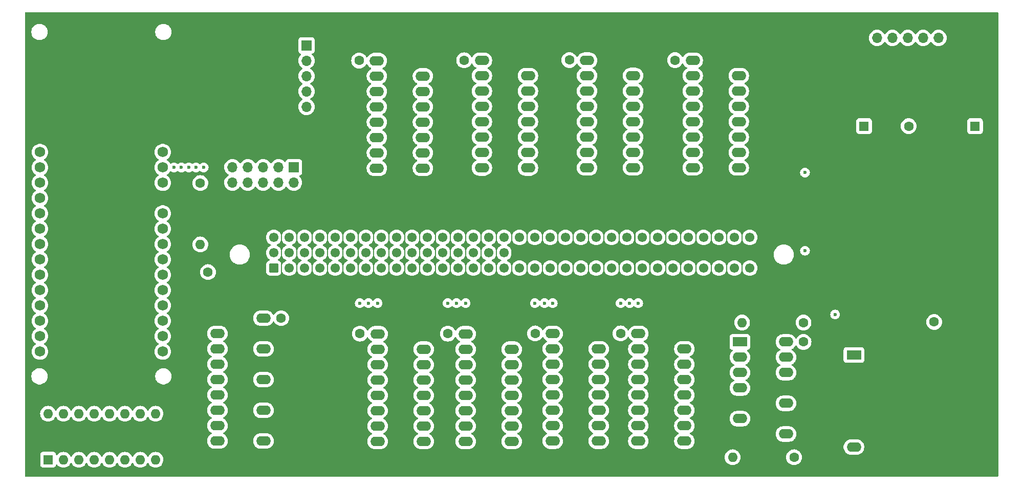
<source format=gbr>
%TF.GenerationSoftware,KiCad,Pcbnew,8.0.8*%
%TF.CreationDate,2025-04-22T20:57:00-07:00*%
%TF.ProjectId,logic,6c6f6769-632e-46b6-9963-61645f706362,rev?*%
%TF.SameCoordinates,Original*%
%TF.FileFunction,Copper,L2,Inr*%
%TF.FilePolarity,Positive*%
%FSLAX46Y46*%
G04 Gerber Fmt 4.6, Leading zero omitted, Abs format (unit mm)*
G04 Created by KiCad (PCBNEW 8.0.8) date 2025-04-22 20:57:00*
%MOMM*%
%LPD*%
G01*
G04 APERTURE LIST*
G04 Aperture macros list*
%AMRoundRect*
0 Rectangle with rounded corners*
0 $1 Rounding radius*
0 $2 $3 $4 $5 $6 $7 $8 $9 X,Y pos of 4 corners*
0 Add a 4 corners polygon primitive as box body*
4,1,4,$2,$3,$4,$5,$6,$7,$8,$9,$2,$3,0*
0 Add four circle primitives for the rounded corners*
1,1,$1+$1,$2,$3*
1,1,$1+$1,$4,$5*
1,1,$1+$1,$6,$7*
1,1,$1+$1,$8,$9*
0 Add four rect primitives between the rounded corners*
20,1,$1+$1,$2,$3,$4,$5,0*
20,1,$1+$1,$4,$5,$6,$7,0*
20,1,$1+$1,$6,$7,$8,$9,0*
20,1,$1+$1,$8,$9,$2,$3,0*%
G04 Aperture macros list end*
%TA.AperFunction,ComponentPad*%
%ADD10C,1.600000*%
%TD*%
%TA.AperFunction,ComponentPad*%
%ADD11R,2.400000X1.600000*%
%TD*%
%TA.AperFunction,ComponentPad*%
%ADD12O,2.400000X1.600000*%
%TD*%
%TA.AperFunction,ComponentPad*%
%ADD13R,1.700000X1.700000*%
%TD*%
%TA.AperFunction,ComponentPad*%
%ADD14O,1.700000X1.700000*%
%TD*%
%TA.AperFunction,ComponentPad*%
%ADD15C,1.727200*%
%TD*%
%TA.AperFunction,ComponentPad*%
%ADD16R,1.727200X1.727200*%
%TD*%
%TA.AperFunction,ComponentPad*%
%ADD17O,1.600000X1.600000*%
%TD*%
%TA.AperFunction,ComponentPad*%
%ADD18RoundRect,0.249999X0.525001X-0.525001X0.525001X0.525001X-0.525001X0.525001X-0.525001X-0.525001X0*%
%TD*%
%TA.AperFunction,ComponentPad*%
%ADD19C,1.550000*%
%TD*%
%TA.AperFunction,ComponentPad*%
%ADD20R,1.600000X1.600000*%
%TD*%
%TA.AperFunction,ViaPad*%
%ADD21C,0.500000*%
%TD*%
%TA.AperFunction,ViaPad*%
%ADD22C,0.600000*%
%TD*%
%TA.AperFunction,Conductor*%
%ADD23C,0.200000*%
%TD*%
%TA.AperFunction,Conductor*%
%ADD24C,1.600000*%
%TD*%
G04 APERTURE END LIST*
D10*
%TO.N,V5.0*%
%TO.C,C14*%
X169100000Y-103815000D03*
%TO.N,GND*%
X169100000Y-101315000D03*
%TD*%
%TO.N,V5.0*%
%TO.C,C8*%
X143228889Y-58600000D03*
%TO.N,GND*%
X143228889Y-56100000D03*
%TD*%
D11*
%TO.N,GND*%
%TO.C,U3*%
X143470000Y-101350000D03*
D12*
%TO.N,V5.0*%
X143470000Y-103890000D03*
%TO.N,/Sin3*%
X143470000Y-106430000D03*
%TO.N,/B3-0*%
X143470000Y-108970000D03*
%TO.N,/B3-1*%
X143470000Y-111510000D03*
%TO.N,/B3-2*%
X143470000Y-114050000D03*
%TO.N,/B3-3*%
X143470000Y-116590000D03*
%TO.N,/~{SRCLR}*%
X143470000Y-119130000D03*
%TO.N,POR*%
X143470000Y-121670000D03*
%TO.N,GND*%
X143470000Y-124210000D03*
X151090000Y-124210000D03*
%TO.N,/RCLK*%
X151090000Y-121670000D03*
%TO.N,/SRCK*%
X151090000Y-119130000D03*
%TO.N,/B3-4*%
X151090000Y-116590000D03*
%TO.N,/B3-5*%
X151090000Y-114050000D03*
%TO.N,/B3-6*%
X151090000Y-111510000D03*
%TO.N,/B3-7*%
X151090000Y-108970000D03*
%TO.N,/Sin2*%
X151090000Y-106430000D03*
%TO.N,GND*%
X151090000Y-103890000D03*
X151090000Y-101350000D03*
%TD*%
D13*
%TO.N,Net-(J3-Pin_1)*%
%TO.C,J3*%
X115060000Y-76310000D03*
D14*
%TO.N,Net-(J3-Pin_2)*%
X115060000Y-78850000D03*
%TO.N,Net-(J3-Pin_3)*%
X112520000Y-76310000D03*
%TO.N,Net-(J3-Pin_4)*%
X112520000Y-78850000D03*
%TO.N,Net-(J3-Pin_5)*%
X109980000Y-76310000D03*
%TO.N,Net-(J3-Pin_6)*%
X109980000Y-78850000D03*
%TO.N,V3.3*%
X107440000Y-76310000D03*
X107440000Y-78850000D03*
X104900000Y-76310000D03*
X104900000Y-78850000D03*
%TD*%
D10*
%TO.N,Net-(J4-Pin_10)*%
%TO.C,C2*%
X216777349Y-69510000D03*
%TO.N,GND*%
X219277349Y-69510000D03*
%TD*%
D13*
%TO.N,Net-(J2-Pin_1)*%
%TO.C,J2*%
X117140000Y-56140000D03*
D14*
%TO.N,GND*%
X119680000Y-56140000D03*
%TO.N,Net-(J2-Pin_3)*%
X117140000Y-58680000D03*
%TO.N,GND*%
X119680000Y-58680000D03*
%TO.N,Net-(J2-Pin_5)*%
X117140000Y-61220000D03*
%TO.N,GND*%
X119680000Y-61220000D03*
%TO.N,Net-(J2-Pin_7)*%
X117140000Y-63760000D03*
%TO.N,GND*%
X119680000Y-63760000D03*
%TO.N,Net-(J2-Pin_9)*%
X117140000Y-66300000D03*
%TO.N,GND*%
X119680000Y-66300000D03*
%TD*%
D10*
%TO.N,V5.0*%
%TO.C,C7*%
X125855000Y-58645000D03*
%TO.N,GND*%
X125855000Y-56145000D03*
%TD*%
D15*
%TO.N,V3.3*%
%TO.C,A1*%
X93380000Y-78880000D03*
%TO.N,unconnected-(A1-Pad5V)*%
X93380000Y-73800000D03*
%TO.N,unconnected-(A1-A0{slash}DAC-PadA0)*%
X73060000Y-76340000D03*
%TO.N,/~{SRCLR3.3}*%
X73060000Y-78880000D03*
%TO.N,Net-(J2-Pin_1)*%
X73060000Y-81420000D03*
%TO.N,Net-(J2-Pin_3)*%
X73060000Y-83960000D03*
%TO.N,Net-(J2-Pin_5)*%
X73060000Y-86500000D03*
%TO.N,Net-(J2-Pin_7)*%
X73060000Y-89040000D03*
%TO.N,Net-(J2-Pin_9)*%
X73060000Y-91580000D03*
%TO.N,unconnected-(A1-PadAREF)*%
X73060000Y-73800000D03*
%TO.N,Net-(RN1-R8.1)*%
X73060000Y-94120000D03*
%TO.N,Net-(RN1-R7.1)*%
X73060000Y-96660000D03*
%TO.N,Net-(RN1-R6.1)*%
X73060000Y-99200000D03*
%TO.N,Net-(RN1-R5.1)*%
X73060000Y-101740000D03*
%TO.N,Net-(RN1-R4.1)*%
X73060000Y-104280000D03*
%TO.N,Net-(RN1-R3.1)*%
X73060000Y-106820000D03*
%TO.N,unconnected-(A1-PadD6)*%
X93380000Y-106820000D03*
%TO.N,Net-(U9-I3a)*%
X93380000Y-104280000D03*
%TO.N,Net-(A1-D8_MOSI)*%
X93380000Y-101740000D03*
%TO.N,Net-(A1-D9_SCK)*%
X93380000Y-99200000D03*
%TO.N,unconnected-(A1-D10_MISO-PadD10)*%
X93380000Y-96660000D03*
%TO.N,unconnected-(A1-D11{slash}SDA-PadD11)*%
X93380000Y-94120000D03*
%TO.N,unconnected-(A1-D12{slash}SCL-PadD12)*%
X93380000Y-91580000D03*
%TO.N,unconnected-(A1-D13{slash}RX-PadD13)*%
X93380000Y-89040000D03*
%TO.N,unconnected-(A1-D14{slash}TX-PadD14)*%
X93380000Y-86500000D03*
D16*
%TO.N,GND*%
X93380000Y-81420000D03*
D15*
%TO.N,Net-(A1-RESET)*%
X93380000Y-83960000D03*
%TO.N,V5.0*%
X93380000Y-76340000D03*
%TD*%
D10*
%TO.N,V5.0*%
%TO.C,C15*%
X199380000Y-105225000D03*
%TO.N,GND*%
X199380000Y-107725000D03*
%TD*%
D11*
%TO.N,GND*%
%TO.C,U4*%
X128910000Y-101350000D03*
D12*
%TO.N,V5.0*%
X128910000Y-103890000D03*
%TO.N,/Sin4*%
X128910000Y-106430000D03*
%TO.N,/B4-0*%
X128910000Y-108970000D03*
%TO.N,/B4-1*%
X128910000Y-111510000D03*
%TO.N,/B4-2*%
X128910000Y-114050000D03*
%TO.N,/B4-3*%
X128910000Y-116590000D03*
%TO.N,/~{SRCLR}*%
X128910000Y-119130000D03*
%TO.N,POR*%
X128910000Y-121670000D03*
%TO.N,GND*%
X128910000Y-124210000D03*
X136530000Y-124210000D03*
%TO.N,/RCLK*%
X136530000Y-121670000D03*
%TO.N,/SRCK*%
X136530000Y-119130000D03*
%TO.N,/B4-4*%
X136530000Y-116590000D03*
%TO.N,/B4-5*%
X136530000Y-114050000D03*
%TO.N,/B4-6*%
X136530000Y-111510000D03*
%TO.N,/B4-7*%
X136530000Y-108970000D03*
%TO.N,/Sin3*%
X136530000Y-106430000D03*
%TO.N,GND*%
X136530000Y-103890000D03*
X136530000Y-101350000D03*
%TD*%
D10*
%TO.N,V3.3*%
%TO.C,R3*%
X99580000Y-78920000D03*
D17*
%TO.N,Net-(A1-RESET)*%
X99580000Y-89080000D03*
%TD*%
D10*
%TO.N,V5.0*%
%TO.C,R2*%
X197810000Y-124310000D03*
D17*
%TO.N,Net-(C4-Pad1)*%
X187650000Y-124310000D03*
%TD*%
D10*
%TO.N,V5.0*%
%TO.C,C13*%
X154970000Y-103820000D03*
%TO.N,GND*%
X154970000Y-101320000D03*
%TD*%
D11*
%TO.N,Net-(C4-Pad1)*%
%TO.C,U14*%
X188850000Y-105225000D03*
D12*
%TO.N,Net-(U14-Pad13)*%
X188850000Y-107765000D03*
%TO.N,Net-(U14-Pad12)*%
X188850000Y-110305000D03*
%TO.N,POR*%
X188850000Y-112845000D03*
%TO.N,GND*%
X188850000Y-115385000D03*
%TO.N,unconnected-(U14-Pad6)*%
X188850000Y-117925000D03*
%TO.N,GND*%
X188850000Y-120465000D03*
%TO.N,unconnected-(U14-Pad8)*%
X196470000Y-120465000D03*
%TO.N,GND*%
X196470000Y-117925000D03*
%TO.N,unconnected-(U14-Pad10)*%
X196470000Y-115385000D03*
%TO.N,GND*%
X196470000Y-112845000D03*
%TO.N,Net-(U14-Pad12)*%
X196470000Y-110305000D03*
%TO.N,Net-(U14-Pad13)*%
X196470000Y-107765000D03*
%TO.N,V5.0*%
X196470000Y-105225000D03*
%TD*%
D10*
%TO.N,V5.0*%
%TO.C,C5*%
X100850000Y-93660000D03*
%TO.N,GND*%
X98350000Y-93660000D03*
%TD*%
D11*
%TO.N,V170*%
%TO.C,S1*%
X207709948Y-107380000D03*
D12*
%TO.N,V5.0*%
X207709948Y-122620000D03*
%TO.N,GND*%
X215329948Y-122620000D03*
X215329948Y-107380000D03*
%TD*%
D10*
%TO.N,V5.0*%
%TO.C,C6*%
X112960000Y-101290000D03*
%TO.N,GND*%
X112960000Y-103790000D03*
%TD*%
D11*
%TO.N,GND*%
%TO.C,U1*%
X172040000Y-101315000D03*
D12*
%TO.N,V5.0*%
X172040000Y-103855000D03*
%TO.N,/Sin1*%
X172040000Y-106395000D03*
%TO.N,/B1-0*%
X172040000Y-108935000D03*
%TO.N,/B1-1*%
X172040000Y-111475000D03*
%TO.N,/B1-2*%
X172040000Y-114015000D03*
%TO.N,/B1-3*%
X172040000Y-116555000D03*
%TO.N,/~{SRCLR}*%
X172040000Y-119095000D03*
%TO.N,POR*%
X172040000Y-121635000D03*
%TO.N,GND*%
X172040000Y-124175000D03*
X179660000Y-124175000D03*
%TO.N,/RCLK*%
X179660000Y-121635000D03*
%TO.N,/SRCK*%
X179660000Y-119095000D03*
%TO.N,/B1-4*%
X179660000Y-116555000D03*
%TO.N,/B1-5*%
X179660000Y-114015000D03*
%TO.N,/B1-6*%
X179660000Y-111475000D03*
%TO.N,/B1-7*%
X179660000Y-108935000D03*
%TO.N,/Sin8*%
X179660000Y-106395000D03*
%TO.N,GND*%
X179660000Y-103855000D03*
X179660000Y-101315000D03*
%TD*%
D18*
%TO.N,/B4-0*%
%TO.C,J1*%
X111740000Y-93000000D03*
D19*
%TO.N,/B4-1*%
X114280000Y-93000000D03*
%TO.N,/B4-2*%
X116820000Y-93000000D03*
%TO.N,/B4-3*%
X119360000Y-93000000D03*
%TO.N,/B4-4*%
X121900000Y-93000000D03*
%TO.N,/B4-5*%
X124440000Y-93000000D03*
%TO.N,/B4-6*%
X126980000Y-93000000D03*
%TO.N,/B4-7*%
X129520000Y-93000000D03*
%TO.N,/B3-0*%
X132060000Y-93000000D03*
%TO.N,/B3-1*%
X134600000Y-93000000D03*
%TO.N,/B3-2*%
X137140000Y-93000000D03*
%TO.N,/B3-3*%
X139680000Y-93000000D03*
%TO.N,/B3-4*%
X142220000Y-93000000D03*
%TO.N,/B3-5*%
X144760000Y-93000000D03*
%TO.N,/B3-6*%
X147300000Y-93000000D03*
%TO.N,/B3-7*%
X149840000Y-93000000D03*
%TO.N,/B2-0*%
X152380000Y-93000000D03*
%TO.N,/B2-1*%
X154920000Y-93000000D03*
%TO.N,/B2-2*%
X157460000Y-93000000D03*
%TO.N,/B2-3*%
X160000000Y-93000000D03*
%TO.N,/B2-4*%
X162540000Y-93000000D03*
%TO.N,/B2-5*%
X165080000Y-93000000D03*
%TO.N,/B2-6*%
X167620000Y-93000000D03*
%TO.N,/B2-7*%
X170160000Y-93000000D03*
%TO.N,/B1-0*%
X172700000Y-93000000D03*
%TO.N,/B1-1*%
X175240000Y-93000000D03*
%TO.N,/B1-2*%
X177780000Y-93000000D03*
%TO.N,/B1-3*%
X180320000Y-93000000D03*
%TO.N,/B1-4*%
X182860000Y-93000000D03*
%TO.N,/B1-5*%
X185400000Y-93000000D03*
%TO.N,/B1-6*%
X187940000Y-93000000D03*
%TO.N,/B1-7*%
X190480000Y-93000000D03*
%TO.N,V170*%
X111740000Y-90460000D03*
X114280000Y-90460000D03*
X116820000Y-90460000D03*
X119360000Y-90460000D03*
X121900000Y-90460000D03*
X124440000Y-90460000D03*
X126980000Y-90460000D03*
X129520000Y-90460000D03*
X132060000Y-90460000D03*
X134600000Y-90460000D03*
X137140000Y-90460000D03*
X139680000Y-90460000D03*
X142220000Y-90460000D03*
X144760000Y-90460000D03*
X147300000Y-90460000D03*
X149840000Y-90460000D03*
%TO.N,GND*%
X152380000Y-90460000D03*
X154920000Y-90460000D03*
X157460000Y-90460000D03*
X160000000Y-90460000D03*
X162540000Y-90460000D03*
X165080000Y-90460000D03*
X167620000Y-90460000D03*
X170160000Y-90460000D03*
X172700000Y-90460000D03*
X175240000Y-90460000D03*
X177780000Y-90460000D03*
X180320000Y-90460000D03*
X182860000Y-90460000D03*
X185400000Y-90460000D03*
X187940000Y-90460000D03*
X190480000Y-90460000D03*
%TO.N,/B5-0*%
X111740000Y-87920000D03*
%TO.N,/B5-1*%
X114280000Y-87920000D03*
%TO.N,/B5-2*%
X116820000Y-87920000D03*
%TO.N,/B5-3*%
X119360000Y-87920000D03*
%TO.N,/B5-4*%
X121900000Y-87920000D03*
%TO.N,/B5-5*%
X124440000Y-87920000D03*
%TO.N,/B5-6*%
X126980000Y-87920000D03*
%TO.N,/B5-7*%
X129520000Y-87920000D03*
%TO.N,/B6-0*%
X132060000Y-87920000D03*
%TO.N,/B6-1*%
X134600000Y-87920000D03*
%TO.N,/B6-2*%
X137140000Y-87920000D03*
%TO.N,/B6-3*%
X139680000Y-87920000D03*
%TO.N,/B6-4*%
X142220000Y-87920000D03*
%TO.N,/B6-5*%
X144760000Y-87920000D03*
%TO.N,/B6-6*%
X147300000Y-87920000D03*
%TO.N,/B6-7*%
X149840000Y-87920000D03*
%TO.N,/B7-0*%
X152380000Y-87920000D03*
%TO.N,/B7-1*%
X154920000Y-87920000D03*
%TO.N,/B7-2*%
X157460000Y-87920000D03*
%TO.N,/B7-3*%
X160000000Y-87920000D03*
%TO.N,/B7-4*%
X162540000Y-87920000D03*
%TO.N,/B7-5*%
X165080000Y-87920000D03*
%TO.N,/B7-6*%
X167620000Y-87920000D03*
%TO.N,/B7-7*%
X170160000Y-87920000D03*
%TO.N,/B8-0*%
X172700000Y-87920000D03*
%TO.N,/B8-1*%
X175240000Y-87920000D03*
%TO.N,/B8-2*%
X177780000Y-87920000D03*
%TO.N,/B8-3*%
X180320000Y-87920000D03*
%TO.N,/B8-4*%
X182860000Y-87920000D03*
%TO.N,/B8-5*%
X185400000Y-87920000D03*
%TO.N,/B8-6*%
X187940000Y-87920000D03*
%TO.N,/B8-7*%
X190480000Y-87920000D03*
%TD*%
D11*
%TO.N,GND*%
%TO.C,U9*%
X102410000Y-101290000D03*
D12*
%TO.N,/~{SRCLR3.3}*%
X102410000Y-103830000D03*
%TO.N,unconnected-(U9-O3b-Pad3)*%
X102410000Y-106370000D03*
%TO.N,Net-(A1-D8_MOSI)*%
X102410000Y-108910000D03*
%TO.N,unconnected-(U9-O2b-Pad5)*%
X102410000Y-111450000D03*
%TO.N,Net-(A1-D9_SCK)*%
X102410000Y-113990000D03*
%TO.N,unconnected-(U9-O1b-Pad7)*%
X102410000Y-116530000D03*
%TO.N,Net-(U9-I3a)*%
X102410000Y-119070000D03*
%TO.N,unconnected-(U9-O0b-Pad9)*%
X102410000Y-121610000D03*
%TO.N,GND*%
X102410000Y-124150000D03*
X110030000Y-124150000D03*
%TO.N,/~{SRCLR}*%
X110030000Y-121610000D03*
%TO.N,GND*%
X110030000Y-119070000D03*
%TO.N,/SRCK*%
X110030000Y-116530000D03*
%TO.N,GND*%
X110030000Y-113990000D03*
%TO.N,/Sin4*%
X110030000Y-111450000D03*
%TO.N,GND*%
X110030000Y-108910000D03*
%TO.N,/RCLK*%
X110030000Y-106370000D03*
%TO.N,GND*%
X110030000Y-103830000D03*
%TO.N,V5.0*%
X110030000Y-101290000D03*
%TD*%
D11*
%TO.N,GND*%
%TO.C,U6*%
X146168889Y-56090000D03*
D12*
%TO.N,V5.0*%
X146168889Y-58630000D03*
%TO.N,/Sin6*%
X146168889Y-61170000D03*
%TO.N,/B6-3*%
X146168889Y-63710000D03*
%TO.N,/B6-2*%
X146168889Y-66250000D03*
%TO.N,/B6-1*%
X146168889Y-68790000D03*
%TO.N,/B6-0*%
X146168889Y-71330000D03*
%TO.N,/~{SRCLR}*%
X146168889Y-73870000D03*
%TO.N,POR*%
X146168889Y-76410000D03*
%TO.N,GND*%
X146168889Y-78950000D03*
X153788889Y-78950000D03*
%TO.N,/RCLK*%
X153788889Y-76410000D03*
%TO.N,/SRCK*%
X153788889Y-73870000D03*
%TO.N,/B6-7*%
X153788889Y-71330000D03*
%TO.N,/B6-6*%
X153788889Y-68790000D03*
%TO.N,/B6-5*%
X153788889Y-66250000D03*
%TO.N,/B6-4*%
X153788889Y-63710000D03*
%TO.N,/Sin5*%
X153788889Y-61170000D03*
%TO.N,GND*%
X153788889Y-58630000D03*
X153788889Y-56090000D03*
%TD*%
D13*
%TO.N,GND*%
%TO.C,J4*%
X211550000Y-57450000D03*
D14*
%TO.N,Net-(J4-Pin_10)*%
X211550000Y-54910000D03*
%TO.N,GND*%
X214090000Y-57450000D03*
%TO.N,Net-(J4-Pin_10)*%
X214090000Y-54910000D03*
%TO.N,GND*%
X216630000Y-57450000D03*
%TO.N,Net-(J4-Pin_10)*%
X216630000Y-54910000D03*
%TO.N,GND*%
X219170000Y-57450000D03*
%TO.N,Net-(J4-Pin_10)*%
X219170000Y-54910000D03*
%TO.N,GND*%
X221710000Y-57450000D03*
%TO.N,Net-(J4-Pin_10)*%
X221710000Y-54910000D03*
%TD*%
D11*
%TO.N,GND*%
%TO.C,U5*%
X128785000Y-56145000D03*
D12*
%TO.N,V5.0*%
X128785000Y-58685000D03*
%TO.N,/Sin5*%
X128785000Y-61225000D03*
%TO.N,/B5-3*%
X128785000Y-63765000D03*
%TO.N,/B5-2*%
X128785000Y-66305000D03*
%TO.N,/B5-1*%
X128785000Y-68845000D03*
%TO.N,/B5-0*%
X128785000Y-71385000D03*
%TO.N,/~{SRCLR}*%
X128785000Y-73925000D03*
%TO.N,POR*%
X128785000Y-76465000D03*
%TO.N,GND*%
X128785000Y-79005000D03*
X136405000Y-79005000D03*
%TO.N,/RCLK*%
X136405000Y-76465000D03*
%TO.N,/SRCK*%
X136405000Y-73925000D03*
%TO.N,/B5-7*%
X136405000Y-71385000D03*
%TO.N,/B5-6*%
X136405000Y-68845000D03*
%TO.N,/B5-5*%
X136405000Y-66305000D03*
%TO.N,/B5-4*%
X136405000Y-63765000D03*
%TO.N,unconnected-(U5-SER_OUT-Pad18)*%
X136405000Y-61225000D03*
%TO.N,GND*%
X136405000Y-58685000D03*
X136405000Y-56145000D03*
%TD*%
D10*
%TO.N,V5.0*%
%TO.C,R1*%
X199370000Y-102010000D03*
D17*
%TO.N,POR*%
X189210000Y-102010000D03*
%TD*%
D11*
%TO.N,GND*%
%TO.C,U8*%
X181050000Y-56077500D03*
D12*
%TO.N,V5.0*%
X181050000Y-58617500D03*
%TO.N,/Sin8*%
X181050000Y-61157500D03*
%TO.N,/B8-3*%
X181050000Y-63697500D03*
%TO.N,/B8-2*%
X181050000Y-66237500D03*
%TO.N,/B8-1*%
X181050000Y-68777500D03*
%TO.N,/B8-0*%
X181050000Y-71317500D03*
%TO.N,/~{SRCLR}*%
X181050000Y-73857500D03*
%TO.N,POR*%
X181050000Y-76397500D03*
%TO.N,GND*%
X181050000Y-78937500D03*
X188670000Y-78937500D03*
%TO.N,/RCLK*%
X188670000Y-76397500D03*
%TO.N,/SRCK*%
X188670000Y-73857500D03*
%TO.N,/B8-7*%
X188670000Y-71317500D03*
%TO.N,/B8-6*%
X188670000Y-68777500D03*
%TO.N,/B8-5*%
X188670000Y-66237500D03*
%TO.N,/B8-4*%
X188670000Y-63697500D03*
%TO.N,/Sin7*%
X188670000Y-61157500D03*
%TO.N,GND*%
X188670000Y-58617500D03*
X188670000Y-56077500D03*
%TD*%
D10*
%TO.N,V5.0*%
%TO.C,C11*%
X125980000Y-103850000D03*
%TO.N,GND*%
X125980000Y-101350000D03*
%TD*%
%TO.N,V5.0*%
%TO.C,C9*%
X160631825Y-58565000D03*
%TO.N,GND*%
X160631825Y-56065000D03*
%TD*%
D20*
%TO.N,Net-(J4-Pin_10)*%
%TO.C,C1*%
X227747349Y-69510000D03*
D10*
%TO.N,GND*%
X225247349Y-69510000D03*
%TD*%
D20*
%TO.N,Net-(C4-Pad1)*%
%TO.C,C4*%
X209397349Y-69510000D03*
D10*
%TO.N,GND*%
X211897349Y-69510000D03*
%TD*%
%TO.N,V5.0*%
%TO.C,C12*%
X140530000Y-103850000D03*
%TO.N,GND*%
X140530000Y-101350000D03*
%TD*%
D20*
%TO.N,unconnected-(RN1-R1.1-Pad1)*%
%TO.C,RN1*%
X74390000Y-124720000D03*
D17*
%TO.N,unconnected-(RN1-R2.1-Pad2)*%
X76930000Y-124720000D03*
%TO.N,Net-(RN1-R3.1)*%
X79470000Y-124720000D03*
%TO.N,Net-(RN1-R4.1)*%
X82010000Y-124720000D03*
%TO.N,Net-(RN1-R5.1)*%
X84550000Y-124720000D03*
%TO.N,Net-(RN1-R6.1)*%
X87090000Y-124720000D03*
%TO.N,Net-(RN1-R7.1)*%
X89630000Y-124720000D03*
%TO.N,Net-(RN1-R8.1)*%
X92170000Y-124720000D03*
%TO.N,Net-(J3-Pin_6)*%
X92170000Y-117100000D03*
%TO.N,Net-(J3-Pin_5)*%
X89630000Y-117100000D03*
%TO.N,Net-(J3-Pin_4)*%
X87090000Y-117100000D03*
%TO.N,Net-(J3-Pin_3)*%
X84550000Y-117100000D03*
%TO.N,Net-(J3-Pin_2)*%
X82010000Y-117100000D03*
%TO.N,Net-(J3-Pin_1)*%
X79470000Y-117100000D03*
%TO.N,unconnected-(RN1-R2.2-Pad15)*%
X76930000Y-117100000D03*
%TO.N,unconnected-(RN1-R1.2-Pad16)*%
X74390000Y-117100000D03*
%TD*%
D10*
%TO.N,V5.0*%
%TO.C,C3*%
X220990000Y-101920000D03*
%TO.N,GND*%
X223490000Y-101920000D03*
%TD*%
%TO.N,V5.0*%
%TO.C,C10*%
X178120000Y-58577500D03*
%TO.N,GND*%
X178120000Y-56077500D03*
%TD*%
D11*
%TO.N,GND*%
%TO.C,U2*%
X157880000Y-101320000D03*
D12*
%TO.N,V5.0*%
X157880000Y-103860000D03*
%TO.N,/Sin2*%
X157880000Y-106400000D03*
%TO.N,/B2-0*%
X157880000Y-108940000D03*
%TO.N,/B2-1*%
X157880000Y-111480000D03*
%TO.N,/B2-2*%
X157880000Y-114020000D03*
%TO.N,/B2-3*%
X157880000Y-116560000D03*
%TO.N,/~{SRCLR}*%
X157880000Y-119100000D03*
%TO.N,POR*%
X157880000Y-121640000D03*
%TO.N,GND*%
X157880000Y-124180000D03*
X165500000Y-124180000D03*
%TO.N,/RCLK*%
X165500000Y-121640000D03*
%TO.N,/SRCK*%
X165500000Y-119100000D03*
%TO.N,/B2-4*%
X165500000Y-116560000D03*
%TO.N,/B2-5*%
X165500000Y-114020000D03*
%TO.N,/B2-6*%
X165500000Y-111480000D03*
%TO.N,/B2-7*%
X165500000Y-108940000D03*
%TO.N,/Sin1*%
X165500000Y-106400000D03*
%TO.N,GND*%
X165500000Y-103860000D03*
X165500000Y-101320000D03*
%TD*%
D11*
%TO.N,GND*%
%TO.C,U7*%
X163561825Y-56065000D03*
D12*
%TO.N,V5.0*%
X163561825Y-58605000D03*
%TO.N,/Sin7*%
X163561825Y-61145000D03*
%TO.N,/B7-3*%
X163561825Y-63685000D03*
%TO.N,/B7-2*%
X163561825Y-66225000D03*
%TO.N,/B7-1*%
X163561825Y-68765000D03*
%TO.N,/B7-0*%
X163561825Y-71305000D03*
%TO.N,/~{SRCLR}*%
X163561825Y-73845000D03*
%TO.N,POR*%
X163561825Y-76385000D03*
%TO.N,GND*%
X163561825Y-78925000D03*
X171181825Y-78925000D03*
%TO.N,/RCLK*%
X171181825Y-76385000D03*
%TO.N,/SRCK*%
X171181825Y-73845000D03*
%TO.N,/B7-7*%
X171181825Y-71305000D03*
%TO.N,/B7-6*%
X171181825Y-68765000D03*
%TO.N,/B7-5*%
X171181825Y-66225000D03*
%TO.N,/B7-4*%
X171181825Y-63685000D03*
%TO.N,/Sin6*%
X171181825Y-61145000D03*
%TO.N,GND*%
X171181825Y-58605000D03*
X171181825Y-56065000D03*
%TD*%
D21*
%TO.N,GND*%
X219277349Y-61010000D03*
D22*
X221232856Y-120160000D03*
X218200000Y-109710000D03*
D21*
X222230000Y-61870000D03*
X215690000Y-63520000D03*
X211897349Y-62660000D03*
D22*
X225797140Y-120160000D03*
X205690000Y-84260000D03*
X224275712Y-113370000D03*
D21*
X223770000Y-61000000D03*
X223770000Y-61870000D03*
D22*
X218190000Y-120160000D03*
X218190000Y-118450000D03*
X228850000Y-109710000D03*
X228840000Y-118450000D03*
X222754284Y-120160000D03*
D21*
X225247349Y-64310000D03*
X222230000Y-63520000D03*
X222230000Y-61000000D03*
D22*
X211390000Y-91540000D03*
X205690000Y-87580000D03*
X227318568Y-118450000D03*
D21*
X219277349Y-64310000D03*
D22*
X225797140Y-115130000D03*
X205690000Y-82550000D03*
X222754284Y-113370000D03*
X225797140Y-118450000D03*
X218190000Y-111490000D03*
X227318568Y-116840000D03*
X224285712Y-109710000D03*
D21*
X213750000Y-61900000D03*
D22*
X218190000Y-115130000D03*
X212920000Y-93290000D03*
X205690000Y-78910000D03*
D21*
X213750000Y-61030000D03*
D22*
X222754284Y-115130000D03*
D21*
X223770000Y-64350000D03*
D22*
X205690000Y-85870000D03*
X207320000Y-82720000D03*
X225797140Y-111490000D03*
D21*
X219277349Y-62660000D03*
X222230000Y-62650000D03*
D22*
X207320000Y-84480000D03*
D21*
X220750000Y-64350000D03*
X217580000Y-62630000D03*
X215690000Y-62650000D03*
D22*
X219711428Y-118450000D03*
X212930000Y-84550000D03*
X95790000Y-81440000D03*
X219711428Y-115130000D03*
X224275712Y-120160000D03*
D21*
X220750000Y-61000000D03*
D22*
X98220000Y-81440000D03*
X181830000Y-101315000D03*
X222754284Y-116840000D03*
X228840000Y-120160000D03*
D21*
X217580000Y-64330000D03*
X217580000Y-63500000D03*
X211897349Y-61880000D03*
D22*
X207320000Y-86190000D03*
X221232856Y-111490000D03*
D21*
X223770000Y-62650000D03*
D22*
X227318568Y-113370000D03*
X219711428Y-120160000D03*
X221232856Y-115130000D03*
D21*
X217580000Y-61850000D03*
D22*
X207330000Y-79060000D03*
X211390000Y-84580000D03*
X224275712Y-115130000D03*
D21*
X215690000Y-61870000D03*
D22*
X225797140Y-113370000D03*
X218190000Y-113370000D03*
X228840000Y-111490000D03*
X222764284Y-109710000D03*
X212920000Y-86330000D03*
X221242856Y-109710000D03*
D21*
X215690000Y-61000000D03*
D22*
X212920000Y-88210000D03*
X99410000Y-81440000D03*
D21*
X215690000Y-64350000D03*
X219277349Y-61830000D03*
D22*
X114880000Y-103790000D03*
D21*
X225247349Y-60980000D03*
D22*
X227328568Y-109710000D03*
X211390000Y-93250000D03*
X221232856Y-116840000D03*
X225797140Y-116840000D03*
X227318568Y-120160000D03*
X212920000Y-91680000D03*
X225807140Y-109710000D03*
D21*
X217580000Y-60980000D03*
D22*
X192670000Y-78920000D03*
X224275712Y-111490000D03*
D21*
X211897349Y-64360000D03*
D22*
X115770000Y-103790000D03*
X219721428Y-109710000D03*
D21*
X225247349Y-62650000D03*
D22*
X222754284Y-111490000D03*
D21*
X211897349Y-61010000D03*
X222230000Y-64350000D03*
D22*
X219711428Y-113370000D03*
D21*
X213750000Y-62680000D03*
D22*
X211400000Y-82800000D03*
X207320000Y-89510000D03*
X211390000Y-86460000D03*
X228840000Y-115130000D03*
X218190000Y-116840000D03*
X182970000Y-101315000D03*
D21*
X225247349Y-61810000D03*
D22*
X221232856Y-113370000D03*
X221232856Y-118450000D03*
X97010000Y-81440000D03*
X222754284Y-118450000D03*
X228840000Y-116840000D03*
X227318568Y-115130000D03*
D21*
X219277349Y-63530000D03*
D22*
X227318568Y-111490000D03*
X191680000Y-78937500D03*
X207320000Y-87800000D03*
D21*
X220750000Y-63520000D03*
D22*
X219711428Y-116840000D03*
D21*
X213750000Y-64380000D03*
X223770000Y-63520000D03*
D22*
X224275712Y-118450000D03*
D21*
X211897349Y-63530000D03*
D22*
X228840000Y-113370000D03*
X205700000Y-77130000D03*
D21*
X213750000Y-63550000D03*
D22*
X207320000Y-80840000D03*
D21*
X220750000Y-61870000D03*
D22*
X190740000Y-78937500D03*
X211390000Y-88220000D03*
X224275712Y-116840000D03*
D21*
X225247349Y-63520000D03*
D22*
X219711428Y-111490000D03*
X205690000Y-80790000D03*
X211390000Y-89930000D03*
X212920000Y-95000000D03*
D21*
X220750000Y-62650000D03*
D22*
X212920000Y-89970000D03*
%TO.N,/Sin8*%
X199620000Y-77200000D03*
X199620000Y-90120000D03*
%TO.N,V5.0*%
X156520000Y-98810000D03*
X170620000Y-98810000D03*
X125960000Y-98810000D03*
X100140000Y-76340000D03*
X128900000Y-98810000D03*
X140500000Y-98810000D03*
X157890000Y-98810000D03*
X141980000Y-98810000D03*
X97660000Y-76340000D03*
X172030000Y-98810000D03*
X143460000Y-98810000D03*
X127370000Y-98810000D03*
X98850000Y-76340000D03*
X95230000Y-76340000D03*
X169120000Y-98810000D03*
X154940000Y-98810000D03*
X96450000Y-76340000D03*
%TO.N,Net-(C4-Pad1)*%
X204600000Y-100680000D03*
%TD*%
D23*
%TO.N,GND*%
X163790000Y-87210000D02*
X163790000Y-93880000D01*
X123150000Y-87190000D02*
X123150000Y-93860000D01*
X174000000Y-87235000D02*
X174000000Y-93905000D01*
X161270000Y-87165000D02*
X161270000Y-93835000D01*
X166310000Y-87235000D02*
X166310000Y-93905000D01*
X135890000Y-87135000D02*
X135890000Y-93805000D01*
X130750000Y-87195000D02*
X130750000Y-93865000D01*
X151090000Y-87165000D02*
X151090000Y-93835000D01*
X171480000Y-87210000D02*
X171480000Y-93880000D01*
X148570000Y-87140000D02*
X148570000Y-93810000D01*
X156190000Y-87185000D02*
X156190000Y-93855000D01*
X186680000Y-87240000D02*
X186680000Y-93910000D01*
X158750000Y-87140000D02*
X158750000Y-93810000D01*
X184120000Y-87285000D02*
X184120000Y-93955000D01*
X140970000Y-87115000D02*
X140970000Y-93785000D01*
X176560000Y-87190000D02*
X176560000Y-93860000D01*
X113030000Y-93810000D02*
X113110000Y-93890000D01*
X120630000Y-87145000D02*
X120630000Y-93815000D01*
X153670000Y-87160000D02*
X153670000Y-93830000D01*
X189200000Y-87265000D02*
X189200000Y-93935000D01*
X181600000Y-87260000D02*
X181600000Y-93930000D01*
X115550000Y-87165000D02*
X115550000Y-93835000D01*
X168870000Y-87190000D02*
X168870000Y-93860000D01*
X125670000Y-87215000D02*
X125670000Y-93885000D01*
X133370000Y-87110000D02*
X133370000Y-93780000D01*
X143490000Y-87160000D02*
X143490000Y-93830000D01*
X113010000Y-87120000D02*
X113030000Y-87140000D01*
X138450000Y-87090000D02*
X138450000Y-93760000D01*
X118110000Y-87120000D02*
X118110000Y-93790000D01*
X128230000Y-87170000D02*
X128230000Y-93840000D01*
X113030000Y-87140000D02*
X113030000Y-93810000D01*
D24*
X126015000Y-101315000D02*
X125980000Y-101350000D01*
X110070000Y-103790000D02*
X110030000Y-103830000D01*
D23*
X146010000Y-87185000D02*
X146010000Y-93855000D01*
X179080000Y-87215000D02*
X179080000Y-93885000D01*
X171390000Y-87215000D02*
X171390000Y-93885000D01*
%TD*%
%TA.AperFunction,Conductor*%
%TO.N,GND*%
G36*
X115617865Y-90944193D02*
G01*
X115662381Y-90995569D01*
X115711165Y-91100186D01*
X115839178Y-91283007D01*
X115996993Y-91440822D01*
X116179814Y-91568835D01*
X116284430Y-91617618D01*
X116336869Y-91663790D01*
X116356021Y-91730984D01*
X116335805Y-91797865D01*
X116284430Y-91842382D01*
X116179814Y-91891164D01*
X116057844Y-91976568D01*
X115996993Y-92019178D01*
X115996991Y-92019179D01*
X115996988Y-92019182D01*
X115839182Y-92176988D01*
X115839179Y-92176991D01*
X115839178Y-92176993D01*
X115796568Y-92237844D01*
X115711164Y-92359814D01*
X115662382Y-92464430D01*
X115616210Y-92516869D01*
X115549016Y-92536021D01*
X115482135Y-92515805D01*
X115437618Y-92464430D01*
X115388835Y-92359814D01*
X115381953Y-92349985D01*
X115260822Y-92176993D01*
X115103007Y-92019178D01*
X114920186Y-91891165D01*
X114868597Y-91867109D01*
X114815570Y-91842382D01*
X114763130Y-91796210D01*
X114743978Y-91729017D01*
X114764193Y-91662135D01*
X114815570Y-91617618D01*
X114920186Y-91568835D01*
X115103007Y-91440822D01*
X115260822Y-91283007D01*
X115388835Y-91100186D01*
X115437618Y-90995569D01*
X115483790Y-90943130D01*
X115550983Y-90923978D01*
X115617865Y-90944193D01*
G37*
%TD.AperFunction*%
%TA.AperFunction,Conductor*%
G36*
X118157865Y-90944193D02*
G01*
X118202381Y-90995569D01*
X118251165Y-91100186D01*
X118379178Y-91283007D01*
X118536993Y-91440822D01*
X118719814Y-91568835D01*
X118824430Y-91617618D01*
X118876869Y-91663790D01*
X118896021Y-91730984D01*
X118875805Y-91797865D01*
X118824430Y-91842382D01*
X118719814Y-91891164D01*
X118597844Y-91976568D01*
X118536993Y-92019178D01*
X118536991Y-92019179D01*
X118536988Y-92019182D01*
X118379182Y-92176988D01*
X118379179Y-92176991D01*
X118379178Y-92176993D01*
X118336568Y-92237844D01*
X118251164Y-92359814D01*
X118202382Y-92464430D01*
X118156210Y-92516869D01*
X118089016Y-92536021D01*
X118022135Y-92515805D01*
X117977618Y-92464430D01*
X117928835Y-92359814D01*
X117921953Y-92349985D01*
X117800822Y-92176993D01*
X117643007Y-92019178D01*
X117460186Y-91891165D01*
X117408597Y-91867109D01*
X117355570Y-91842382D01*
X117303130Y-91796210D01*
X117283978Y-91729017D01*
X117304193Y-91662135D01*
X117355570Y-91617618D01*
X117460186Y-91568835D01*
X117643007Y-91440822D01*
X117800822Y-91283007D01*
X117928835Y-91100186D01*
X117977618Y-90995569D01*
X118023790Y-90943130D01*
X118090983Y-90923978D01*
X118157865Y-90944193D01*
G37*
%TD.AperFunction*%
%TA.AperFunction,Conductor*%
G36*
X120697865Y-90944193D02*
G01*
X120742381Y-90995569D01*
X120791165Y-91100186D01*
X120919178Y-91283007D01*
X121076993Y-91440822D01*
X121259814Y-91568835D01*
X121364430Y-91617618D01*
X121416869Y-91663790D01*
X121436021Y-91730984D01*
X121415805Y-91797865D01*
X121364430Y-91842382D01*
X121259814Y-91891164D01*
X121137844Y-91976568D01*
X121076993Y-92019178D01*
X121076991Y-92019179D01*
X121076988Y-92019182D01*
X120919182Y-92176988D01*
X120919179Y-92176991D01*
X120919178Y-92176993D01*
X120876568Y-92237844D01*
X120791164Y-92359814D01*
X120742382Y-92464430D01*
X120696210Y-92516869D01*
X120629016Y-92536021D01*
X120562135Y-92515805D01*
X120517618Y-92464430D01*
X120468835Y-92359814D01*
X120461953Y-92349985D01*
X120340822Y-92176993D01*
X120183007Y-92019178D01*
X120000186Y-91891165D01*
X119948597Y-91867109D01*
X119895570Y-91842382D01*
X119843130Y-91796210D01*
X119823978Y-91729017D01*
X119844193Y-91662135D01*
X119895570Y-91617618D01*
X120000186Y-91568835D01*
X120183007Y-91440822D01*
X120340822Y-91283007D01*
X120468835Y-91100186D01*
X120517618Y-90995569D01*
X120563790Y-90943130D01*
X120630983Y-90923978D01*
X120697865Y-90944193D01*
G37*
%TD.AperFunction*%
%TA.AperFunction,Conductor*%
G36*
X123237865Y-90944193D02*
G01*
X123282381Y-90995569D01*
X123331165Y-91100186D01*
X123459178Y-91283007D01*
X123616993Y-91440822D01*
X123799814Y-91568835D01*
X123904430Y-91617618D01*
X123956869Y-91663790D01*
X123976021Y-91730984D01*
X123955805Y-91797865D01*
X123904430Y-91842382D01*
X123799814Y-91891164D01*
X123677844Y-91976568D01*
X123616993Y-92019178D01*
X123616991Y-92019179D01*
X123616988Y-92019182D01*
X123459182Y-92176988D01*
X123459179Y-92176991D01*
X123459178Y-92176993D01*
X123416568Y-92237844D01*
X123331164Y-92359814D01*
X123282382Y-92464430D01*
X123236210Y-92516869D01*
X123169016Y-92536021D01*
X123102135Y-92515805D01*
X123057618Y-92464430D01*
X123008835Y-92359814D01*
X123001953Y-92349985D01*
X122880822Y-92176993D01*
X122723007Y-92019178D01*
X122540186Y-91891165D01*
X122488597Y-91867109D01*
X122435570Y-91842382D01*
X122383130Y-91796210D01*
X122363978Y-91729017D01*
X122384193Y-91662135D01*
X122435570Y-91617618D01*
X122540186Y-91568835D01*
X122723007Y-91440822D01*
X122880822Y-91283007D01*
X123008835Y-91100186D01*
X123057618Y-90995569D01*
X123103790Y-90943130D01*
X123170983Y-90923978D01*
X123237865Y-90944193D01*
G37*
%TD.AperFunction*%
%TA.AperFunction,Conductor*%
G36*
X125777865Y-90944193D02*
G01*
X125822381Y-90995569D01*
X125871165Y-91100186D01*
X125999178Y-91283007D01*
X126156993Y-91440822D01*
X126339814Y-91568835D01*
X126444430Y-91617618D01*
X126496869Y-91663790D01*
X126516021Y-91730984D01*
X126495805Y-91797865D01*
X126444430Y-91842382D01*
X126339814Y-91891164D01*
X126217844Y-91976568D01*
X126156993Y-92019178D01*
X126156991Y-92019179D01*
X126156988Y-92019182D01*
X125999182Y-92176988D01*
X125999179Y-92176991D01*
X125999178Y-92176993D01*
X125956568Y-92237844D01*
X125871164Y-92359814D01*
X125822382Y-92464430D01*
X125776210Y-92516869D01*
X125709016Y-92536021D01*
X125642135Y-92515805D01*
X125597618Y-92464430D01*
X125548835Y-92359814D01*
X125541953Y-92349985D01*
X125420822Y-92176993D01*
X125263007Y-92019178D01*
X125080186Y-91891165D01*
X125028597Y-91867109D01*
X124975570Y-91842382D01*
X124923130Y-91796210D01*
X124903978Y-91729017D01*
X124924193Y-91662135D01*
X124975570Y-91617618D01*
X125080186Y-91568835D01*
X125263007Y-91440822D01*
X125420822Y-91283007D01*
X125548835Y-91100186D01*
X125597618Y-90995569D01*
X125643790Y-90943130D01*
X125710983Y-90923978D01*
X125777865Y-90944193D01*
G37*
%TD.AperFunction*%
%TA.AperFunction,Conductor*%
G36*
X128317865Y-90944193D02*
G01*
X128362381Y-90995569D01*
X128411165Y-91100186D01*
X128539178Y-91283007D01*
X128696993Y-91440822D01*
X128879814Y-91568835D01*
X128984430Y-91617618D01*
X129036869Y-91663790D01*
X129056021Y-91730984D01*
X129035805Y-91797865D01*
X128984430Y-91842382D01*
X128879814Y-91891164D01*
X128757844Y-91976568D01*
X128696993Y-92019178D01*
X128696991Y-92019179D01*
X128696988Y-92019182D01*
X128539182Y-92176988D01*
X128539179Y-92176991D01*
X128539178Y-92176993D01*
X128496568Y-92237844D01*
X128411164Y-92359814D01*
X128362382Y-92464430D01*
X128316210Y-92516869D01*
X128249016Y-92536021D01*
X128182135Y-92515805D01*
X128137618Y-92464430D01*
X128088835Y-92359814D01*
X128081953Y-92349985D01*
X127960822Y-92176993D01*
X127803007Y-92019178D01*
X127620186Y-91891165D01*
X127568597Y-91867109D01*
X127515570Y-91842382D01*
X127463130Y-91796210D01*
X127443978Y-91729017D01*
X127464193Y-91662135D01*
X127515570Y-91617618D01*
X127620186Y-91568835D01*
X127803007Y-91440822D01*
X127960822Y-91283007D01*
X128088835Y-91100186D01*
X128137618Y-90995569D01*
X128183790Y-90943130D01*
X128250983Y-90923978D01*
X128317865Y-90944193D01*
G37*
%TD.AperFunction*%
%TA.AperFunction,Conductor*%
G36*
X130857865Y-90944193D02*
G01*
X130902381Y-90995569D01*
X130951165Y-91100186D01*
X131079178Y-91283007D01*
X131236993Y-91440822D01*
X131419814Y-91568835D01*
X131524430Y-91617618D01*
X131576869Y-91663790D01*
X131596021Y-91730984D01*
X131575805Y-91797865D01*
X131524430Y-91842382D01*
X131419814Y-91891164D01*
X131297844Y-91976568D01*
X131236993Y-92019178D01*
X131236991Y-92019179D01*
X131236988Y-92019182D01*
X131079182Y-92176988D01*
X131079179Y-92176991D01*
X131079178Y-92176993D01*
X131036568Y-92237844D01*
X130951164Y-92359814D01*
X130902382Y-92464430D01*
X130856210Y-92516869D01*
X130789016Y-92536021D01*
X130722135Y-92515805D01*
X130677618Y-92464430D01*
X130628835Y-92359814D01*
X130621953Y-92349985D01*
X130500822Y-92176993D01*
X130343007Y-92019178D01*
X130160186Y-91891165D01*
X130108597Y-91867109D01*
X130055570Y-91842382D01*
X130003130Y-91796210D01*
X129983978Y-91729017D01*
X130004193Y-91662135D01*
X130055570Y-91617618D01*
X130160186Y-91568835D01*
X130343007Y-91440822D01*
X130500822Y-91283007D01*
X130628835Y-91100186D01*
X130677618Y-90995569D01*
X130723790Y-90943130D01*
X130790983Y-90923978D01*
X130857865Y-90944193D01*
G37*
%TD.AperFunction*%
%TA.AperFunction,Conductor*%
G36*
X133397865Y-90944193D02*
G01*
X133442381Y-90995569D01*
X133491165Y-91100186D01*
X133619178Y-91283007D01*
X133776993Y-91440822D01*
X133959814Y-91568835D01*
X134064430Y-91617618D01*
X134116869Y-91663790D01*
X134136021Y-91730984D01*
X134115805Y-91797865D01*
X134064430Y-91842382D01*
X133959814Y-91891164D01*
X133837844Y-91976568D01*
X133776993Y-92019178D01*
X133776991Y-92019179D01*
X133776988Y-92019182D01*
X133619182Y-92176988D01*
X133619179Y-92176991D01*
X133619178Y-92176993D01*
X133576568Y-92237844D01*
X133491164Y-92359814D01*
X133442382Y-92464430D01*
X133396210Y-92516869D01*
X133329016Y-92536021D01*
X133262135Y-92515805D01*
X133217618Y-92464430D01*
X133168835Y-92359814D01*
X133161953Y-92349985D01*
X133040822Y-92176993D01*
X132883007Y-92019178D01*
X132700186Y-91891165D01*
X132648597Y-91867109D01*
X132595570Y-91842382D01*
X132543130Y-91796210D01*
X132523978Y-91729017D01*
X132544193Y-91662135D01*
X132595570Y-91617618D01*
X132700186Y-91568835D01*
X132883007Y-91440822D01*
X133040822Y-91283007D01*
X133168835Y-91100186D01*
X133217618Y-90995569D01*
X133263790Y-90943130D01*
X133330983Y-90923978D01*
X133397865Y-90944193D01*
G37*
%TD.AperFunction*%
%TA.AperFunction,Conductor*%
G36*
X135937865Y-90944193D02*
G01*
X135982381Y-90995569D01*
X136031165Y-91100186D01*
X136159178Y-91283007D01*
X136316993Y-91440822D01*
X136499814Y-91568835D01*
X136604430Y-91617618D01*
X136656869Y-91663790D01*
X136676021Y-91730984D01*
X136655805Y-91797865D01*
X136604430Y-91842382D01*
X136499814Y-91891164D01*
X136377844Y-91976568D01*
X136316993Y-92019178D01*
X136316991Y-92019179D01*
X136316988Y-92019182D01*
X136159182Y-92176988D01*
X136159179Y-92176991D01*
X136159178Y-92176993D01*
X136116568Y-92237844D01*
X136031164Y-92359814D01*
X135982382Y-92464430D01*
X135936210Y-92516869D01*
X135869016Y-92536021D01*
X135802135Y-92515805D01*
X135757618Y-92464430D01*
X135708835Y-92359814D01*
X135701953Y-92349985D01*
X135580822Y-92176993D01*
X135423007Y-92019178D01*
X135240186Y-91891165D01*
X135188597Y-91867109D01*
X135135570Y-91842382D01*
X135083130Y-91796210D01*
X135063978Y-91729017D01*
X135084193Y-91662135D01*
X135135570Y-91617618D01*
X135240186Y-91568835D01*
X135423007Y-91440822D01*
X135580822Y-91283007D01*
X135708835Y-91100186D01*
X135757618Y-90995569D01*
X135803790Y-90943130D01*
X135870983Y-90923978D01*
X135937865Y-90944193D01*
G37*
%TD.AperFunction*%
%TA.AperFunction,Conductor*%
G36*
X138477865Y-90944193D02*
G01*
X138522381Y-90995569D01*
X138571165Y-91100186D01*
X138699178Y-91283007D01*
X138856993Y-91440822D01*
X139039814Y-91568835D01*
X139144430Y-91617618D01*
X139196869Y-91663790D01*
X139216021Y-91730984D01*
X139195805Y-91797865D01*
X139144430Y-91842382D01*
X139039814Y-91891164D01*
X138917844Y-91976568D01*
X138856993Y-92019178D01*
X138856991Y-92019179D01*
X138856988Y-92019182D01*
X138699182Y-92176988D01*
X138699179Y-92176991D01*
X138699178Y-92176993D01*
X138656568Y-92237844D01*
X138571164Y-92359814D01*
X138522382Y-92464430D01*
X138476210Y-92516869D01*
X138409016Y-92536021D01*
X138342135Y-92515805D01*
X138297618Y-92464430D01*
X138248835Y-92359814D01*
X138241953Y-92349985D01*
X138120822Y-92176993D01*
X137963007Y-92019178D01*
X137780186Y-91891165D01*
X137728597Y-91867109D01*
X137675570Y-91842382D01*
X137623130Y-91796210D01*
X137603978Y-91729017D01*
X137624193Y-91662135D01*
X137675570Y-91617618D01*
X137780186Y-91568835D01*
X137963007Y-91440822D01*
X138120822Y-91283007D01*
X138248835Y-91100186D01*
X138297618Y-90995569D01*
X138343790Y-90943130D01*
X138410983Y-90923978D01*
X138477865Y-90944193D01*
G37*
%TD.AperFunction*%
%TA.AperFunction,Conductor*%
G36*
X141017865Y-90944193D02*
G01*
X141062381Y-90995569D01*
X141111165Y-91100186D01*
X141239178Y-91283007D01*
X141396993Y-91440822D01*
X141579814Y-91568835D01*
X141684430Y-91617618D01*
X141736869Y-91663790D01*
X141756021Y-91730984D01*
X141735805Y-91797865D01*
X141684430Y-91842382D01*
X141579814Y-91891164D01*
X141457844Y-91976568D01*
X141396993Y-92019178D01*
X141396991Y-92019179D01*
X141396988Y-92019182D01*
X141239182Y-92176988D01*
X141239179Y-92176991D01*
X141239178Y-92176993D01*
X141196568Y-92237844D01*
X141111164Y-92359814D01*
X141062382Y-92464430D01*
X141016210Y-92516869D01*
X140949016Y-92536021D01*
X140882135Y-92515805D01*
X140837618Y-92464430D01*
X140788835Y-92359814D01*
X140781953Y-92349985D01*
X140660822Y-92176993D01*
X140503007Y-92019178D01*
X140320186Y-91891165D01*
X140268597Y-91867109D01*
X140215570Y-91842382D01*
X140163130Y-91796210D01*
X140143978Y-91729017D01*
X140164193Y-91662135D01*
X140215570Y-91617618D01*
X140320186Y-91568835D01*
X140503007Y-91440822D01*
X140660822Y-91283007D01*
X140788835Y-91100186D01*
X140837618Y-90995569D01*
X140883790Y-90943130D01*
X140950983Y-90923978D01*
X141017865Y-90944193D01*
G37*
%TD.AperFunction*%
%TA.AperFunction,Conductor*%
G36*
X143557865Y-90944193D02*
G01*
X143602381Y-90995569D01*
X143651165Y-91100186D01*
X143779178Y-91283007D01*
X143936993Y-91440822D01*
X144119814Y-91568835D01*
X144224430Y-91617618D01*
X144276869Y-91663790D01*
X144296021Y-91730984D01*
X144275805Y-91797865D01*
X144224430Y-91842382D01*
X144119814Y-91891164D01*
X143997844Y-91976568D01*
X143936993Y-92019178D01*
X143936991Y-92019179D01*
X143936988Y-92019182D01*
X143779182Y-92176988D01*
X143779179Y-92176991D01*
X143779178Y-92176993D01*
X143736568Y-92237844D01*
X143651164Y-92359814D01*
X143602382Y-92464430D01*
X143556210Y-92516869D01*
X143489016Y-92536021D01*
X143422135Y-92515805D01*
X143377618Y-92464430D01*
X143328835Y-92359814D01*
X143321953Y-92349985D01*
X143200822Y-92176993D01*
X143043007Y-92019178D01*
X142860186Y-91891165D01*
X142808597Y-91867109D01*
X142755570Y-91842382D01*
X142703130Y-91796210D01*
X142683978Y-91729017D01*
X142704193Y-91662135D01*
X142755570Y-91617618D01*
X142860186Y-91568835D01*
X143043007Y-91440822D01*
X143200822Y-91283007D01*
X143328835Y-91100186D01*
X143377618Y-90995569D01*
X143423790Y-90943130D01*
X143490983Y-90923978D01*
X143557865Y-90944193D01*
G37*
%TD.AperFunction*%
%TA.AperFunction,Conductor*%
G36*
X146097865Y-90944193D02*
G01*
X146142381Y-90995569D01*
X146191165Y-91100186D01*
X146319178Y-91283007D01*
X146476993Y-91440822D01*
X146659814Y-91568835D01*
X146764430Y-91617618D01*
X146816869Y-91663790D01*
X146836021Y-91730984D01*
X146815805Y-91797865D01*
X146764430Y-91842382D01*
X146659814Y-91891164D01*
X146537844Y-91976568D01*
X146476993Y-92019178D01*
X146476991Y-92019179D01*
X146476988Y-92019182D01*
X146319182Y-92176988D01*
X146319179Y-92176991D01*
X146319178Y-92176993D01*
X146276568Y-92237844D01*
X146191164Y-92359814D01*
X146142382Y-92464430D01*
X146096210Y-92516869D01*
X146029016Y-92536021D01*
X145962135Y-92515805D01*
X145917618Y-92464430D01*
X145868835Y-92359814D01*
X145861953Y-92349985D01*
X145740822Y-92176993D01*
X145583007Y-92019178D01*
X145400186Y-91891165D01*
X145348597Y-91867109D01*
X145295570Y-91842382D01*
X145243130Y-91796210D01*
X145223978Y-91729017D01*
X145244193Y-91662135D01*
X145295570Y-91617618D01*
X145400186Y-91568835D01*
X145583007Y-91440822D01*
X145740822Y-91283007D01*
X145868835Y-91100186D01*
X145917618Y-90995569D01*
X145963790Y-90943130D01*
X146030983Y-90923978D01*
X146097865Y-90944193D01*
G37*
%TD.AperFunction*%
%TA.AperFunction,Conductor*%
G36*
X148637865Y-90944193D02*
G01*
X148682381Y-90995569D01*
X148731165Y-91100186D01*
X148859178Y-91283007D01*
X149016993Y-91440822D01*
X149199814Y-91568835D01*
X149304430Y-91617618D01*
X149356869Y-91663790D01*
X149376021Y-91730984D01*
X149355805Y-91797865D01*
X149304430Y-91842382D01*
X149199814Y-91891164D01*
X149077844Y-91976568D01*
X149016993Y-92019178D01*
X149016991Y-92019179D01*
X149016988Y-92019182D01*
X148859182Y-92176988D01*
X148859179Y-92176991D01*
X148859178Y-92176993D01*
X148816568Y-92237844D01*
X148731164Y-92359814D01*
X148682382Y-92464430D01*
X148636210Y-92516869D01*
X148569016Y-92536021D01*
X148502135Y-92515805D01*
X148457618Y-92464430D01*
X148408835Y-92359814D01*
X148401953Y-92349985D01*
X148280822Y-92176993D01*
X148123007Y-92019178D01*
X147940186Y-91891165D01*
X147888597Y-91867109D01*
X147835570Y-91842382D01*
X147783130Y-91796210D01*
X147763978Y-91729017D01*
X147784193Y-91662135D01*
X147835570Y-91617618D01*
X147940186Y-91568835D01*
X148123007Y-91440822D01*
X148280822Y-91283007D01*
X148408835Y-91100186D01*
X148457618Y-90995569D01*
X148503790Y-90943130D01*
X148570983Y-90923978D01*
X148637865Y-90944193D01*
G37*
%TD.AperFunction*%
%TA.AperFunction,Conductor*%
G36*
X113077865Y-90944193D02*
G01*
X113122381Y-90995569D01*
X113171165Y-91100186D01*
X113299178Y-91283007D01*
X113456993Y-91440822D01*
X113639814Y-91568835D01*
X113744430Y-91617618D01*
X113796869Y-91663790D01*
X113816021Y-91730984D01*
X113795805Y-91797865D01*
X113744430Y-91842382D01*
X113639814Y-91891164D01*
X113517844Y-91976568D01*
X113456993Y-92019178D01*
X113456991Y-92019179D01*
X113456988Y-92019182D01*
X113299178Y-92176992D01*
X113208452Y-92306561D01*
X113153875Y-92350186D01*
X113084376Y-92357378D01*
X113022022Y-92325855D01*
X112989173Y-92274442D01*
X112949814Y-92155665D01*
X112857712Y-92006344D01*
X112733656Y-91882288D01*
X112640890Y-91825070D01*
X112584337Y-91790187D01*
X112584332Y-91790185D01*
X112465558Y-91750827D01*
X112408113Y-91711054D01*
X112381290Y-91646538D01*
X112393605Y-91577762D01*
X112433434Y-91531549D01*
X112563007Y-91440822D01*
X112720822Y-91283007D01*
X112848835Y-91100186D01*
X112897618Y-90995569D01*
X112943790Y-90943130D01*
X113010983Y-90923978D01*
X113077865Y-90944193D01*
G37*
%TD.AperFunction*%
%TA.AperFunction,Conductor*%
G36*
X113077865Y-88404193D02*
G01*
X113122381Y-88455569D01*
X113171165Y-88560186D01*
X113299178Y-88743007D01*
X113456993Y-88900822D01*
X113639813Y-89028834D01*
X113639814Y-89028835D01*
X113744430Y-89077618D01*
X113796869Y-89123790D01*
X113816021Y-89190984D01*
X113795805Y-89257865D01*
X113744430Y-89302382D01*
X113639814Y-89351164D01*
X113517844Y-89436568D01*
X113456993Y-89479178D01*
X113456991Y-89479179D01*
X113456988Y-89479182D01*
X113299182Y-89636988D01*
X113299179Y-89636991D01*
X113299178Y-89636993D01*
X113256568Y-89697844D01*
X113171164Y-89819814D01*
X113122382Y-89924430D01*
X113076210Y-89976869D01*
X113009016Y-89996021D01*
X112942135Y-89975805D01*
X112897618Y-89924430D01*
X112848835Y-89819814D01*
X112814288Y-89770476D01*
X112720822Y-89636993D01*
X112563007Y-89479178D01*
X112380186Y-89351165D01*
X112344726Y-89334630D01*
X112275570Y-89302382D01*
X112223130Y-89256210D01*
X112203978Y-89189017D01*
X112224193Y-89122135D01*
X112275570Y-89077618D01*
X112380186Y-89028835D01*
X112563007Y-88900822D01*
X112720822Y-88743007D01*
X112848835Y-88560186D01*
X112897618Y-88455569D01*
X112943790Y-88403130D01*
X113010983Y-88383978D01*
X113077865Y-88404193D01*
G37*
%TD.AperFunction*%
%TA.AperFunction,Conductor*%
G36*
X115617865Y-88404193D02*
G01*
X115662381Y-88455569D01*
X115711165Y-88560186D01*
X115839178Y-88743007D01*
X115996993Y-88900822D01*
X116179813Y-89028834D01*
X116179814Y-89028835D01*
X116284430Y-89077618D01*
X116336869Y-89123790D01*
X116356021Y-89190984D01*
X116335805Y-89257865D01*
X116284430Y-89302382D01*
X116179814Y-89351164D01*
X116057844Y-89436568D01*
X115996993Y-89479178D01*
X115996991Y-89479179D01*
X115996988Y-89479182D01*
X115839182Y-89636988D01*
X115839179Y-89636991D01*
X115839178Y-89636993D01*
X115796568Y-89697844D01*
X115711164Y-89819814D01*
X115662382Y-89924430D01*
X115616210Y-89976869D01*
X115549016Y-89996021D01*
X115482135Y-89975805D01*
X115437618Y-89924430D01*
X115388835Y-89819814D01*
X115354288Y-89770476D01*
X115260822Y-89636993D01*
X115103007Y-89479178D01*
X114920186Y-89351165D01*
X114884726Y-89334630D01*
X114815570Y-89302382D01*
X114763130Y-89256210D01*
X114743978Y-89189017D01*
X114764193Y-89122135D01*
X114815570Y-89077618D01*
X114920186Y-89028835D01*
X115103007Y-88900822D01*
X115260822Y-88743007D01*
X115388835Y-88560186D01*
X115437618Y-88455569D01*
X115483790Y-88403130D01*
X115550983Y-88383978D01*
X115617865Y-88404193D01*
G37*
%TD.AperFunction*%
%TA.AperFunction,Conductor*%
G36*
X118157865Y-88404193D02*
G01*
X118202381Y-88455569D01*
X118251165Y-88560186D01*
X118379178Y-88743007D01*
X118536993Y-88900822D01*
X118719813Y-89028834D01*
X118719814Y-89028835D01*
X118824430Y-89077618D01*
X118876869Y-89123790D01*
X118896021Y-89190984D01*
X118875805Y-89257865D01*
X118824430Y-89302382D01*
X118719814Y-89351164D01*
X118597844Y-89436568D01*
X118536993Y-89479178D01*
X118536991Y-89479179D01*
X118536988Y-89479182D01*
X118379182Y-89636988D01*
X118379179Y-89636991D01*
X118379178Y-89636993D01*
X118336568Y-89697844D01*
X118251164Y-89819814D01*
X118202382Y-89924430D01*
X118156210Y-89976869D01*
X118089016Y-89996021D01*
X118022135Y-89975805D01*
X117977618Y-89924430D01*
X117928835Y-89819814D01*
X117894288Y-89770476D01*
X117800822Y-89636993D01*
X117643007Y-89479178D01*
X117460186Y-89351165D01*
X117424726Y-89334630D01*
X117355570Y-89302382D01*
X117303130Y-89256210D01*
X117283978Y-89189017D01*
X117304193Y-89122135D01*
X117355570Y-89077618D01*
X117460186Y-89028835D01*
X117643007Y-88900822D01*
X117800822Y-88743007D01*
X117928835Y-88560186D01*
X117977618Y-88455569D01*
X118023790Y-88403130D01*
X118090983Y-88383978D01*
X118157865Y-88404193D01*
G37*
%TD.AperFunction*%
%TA.AperFunction,Conductor*%
G36*
X120697865Y-88404193D02*
G01*
X120742381Y-88455569D01*
X120791165Y-88560186D01*
X120919178Y-88743007D01*
X121076993Y-88900822D01*
X121259813Y-89028834D01*
X121259814Y-89028835D01*
X121364430Y-89077618D01*
X121416869Y-89123790D01*
X121436021Y-89190984D01*
X121415805Y-89257865D01*
X121364430Y-89302382D01*
X121259814Y-89351164D01*
X121137844Y-89436568D01*
X121076993Y-89479178D01*
X121076991Y-89479179D01*
X121076988Y-89479182D01*
X120919182Y-89636988D01*
X120919179Y-89636991D01*
X120919178Y-89636993D01*
X120876568Y-89697844D01*
X120791164Y-89819814D01*
X120742382Y-89924430D01*
X120696210Y-89976869D01*
X120629016Y-89996021D01*
X120562135Y-89975805D01*
X120517618Y-89924430D01*
X120468835Y-89819814D01*
X120434288Y-89770476D01*
X120340822Y-89636993D01*
X120183007Y-89479178D01*
X120000186Y-89351165D01*
X119964726Y-89334630D01*
X119895570Y-89302382D01*
X119843130Y-89256210D01*
X119823978Y-89189017D01*
X119844193Y-89122135D01*
X119895570Y-89077618D01*
X120000186Y-89028835D01*
X120183007Y-88900822D01*
X120340822Y-88743007D01*
X120468835Y-88560186D01*
X120517618Y-88455569D01*
X120563790Y-88403130D01*
X120630983Y-88383978D01*
X120697865Y-88404193D01*
G37*
%TD.AperFunction*%
%TA.AperFunction,Conductor*%
G36*
X123237865Y-88404193D02*
G01*
X123282381Y-88455569D01*
X123331165Y-88560186D01*
X123459178Y-88743007D01*
X123616993Y-88900822D01*
X123799813Y-89028834D01*
X123799814Y-89028835D01*
X123904430Y-89077618D01*
X123956869Y-89123790D01*
X123976021Y-89190984D01*
X123955805Y-89257865D01*
X123904430Y-89302382D01*
X123799814Y-89351164D01*
X123677844Y-89436568D01*
X123616993Y-89479178D01*
X123616991Y-89479179D01*
X123616988Y-89479182D01*
X123459182Y-89636988D01*
X123459179Y-89636991D01*
X123459178Y-89636993D01*
X123416568Y-89697844D01*
X123331164Y-89819814D01*
X123282382Y-89924430D01*
X123236210Y-89976869D01*
X123169016Y-89996021D01*
X123102135Y-89975805D01*
X123057618Y-89924430D01*
X123008835Y-89819814D01*
X122974288Y-89770476D01*
X122880822Y-89636993D01*
X122723007Y-89479178D01*
X122540186Y-89351165D01*
X122504726Y-89334630D01*
X122435570Y-89302382D01*
X122383130Y-89256210D01*
X122363978Y-89189017D01*
X122384193Y-89122135D01*
X122435570Y-89077618D01*
X122540186Y-89028835D01*
X122723007Y-88900822D01*
X122880822Y-88743007D01*
X123008835Y-88560186D01*
X123057618Y-88455569D01*
X123103790Y-88403130D01*
X123170983Y-88383978D01*
X123237865Y-88404193D01*
G37*
%TD.AperFunction*%
%TA.AperFunction,Conductor*%
G36*
X125777865Y-88404193D02*
G01*
X125822381Y-88455569D01*
X125871165Y-88560186D01*
X125999178Y-88743007D01*
X126156993Y-88900822D01*
X126339813Y-89028834D01*
X126339814Y-89028835D01*
X126444430Y-89077618D01*
X126496869Y-89123790D01*
X126516021Y-89190984D01*
X126495805Y-89257865D01*
X126444430Y-89302382D01*
X126339814Y-89351164D01*
X126217844Y-89436568D01*
X126156993Y-89479178D01*
X126156991Y-89479179D01*
X126156988Y-89479182D01*
X125999182Y-89636988D01*
X125999179Y-89636991D01*
X125999178Y-89636993D01*
X125956568Y-89697844D01*
X125871164Y-89819814D01*
X125822382Y-89924430D01*
X125776210Y-89976869D01*
X125709016Y-89996021D01*
X125642135Y-89975805D01*
X125597618Y-89924430D01*
X125548835Y-89819814D01*
X125514288Y-89770476D01*
X125420822Y-89636993D01*
X125263007Y-89479178D01*
X125080186Y-89351165D01*
X125044726Y-89334630D01*
X124975570Y-89302382D01*
X124923130Y-89256210D01*
X124903978Y-89189017D01*
X124924193Y-89122135D01*
X124975570Y-89077618D01*
X125080186Y-89028835D01*
X125263007Y-88900822D01*
X125420822Y-88743007D01*
X125548835Y-88560186D01*
X125597618Y-88455569D01*
X125643790Y-88403130D01*
X125710983Y-88383978D01*
X125777865Y-88404193D01*
G37*
%TD.AperFunction*%
%TA.AperFunction,Conductor*%
G36*
X128317865Y-88404193D02*
G01*
X128362381Y-88455569D01*
X128411165Y-88560186D01*
X128539178Y-88743007D01*
X128696993Y-88900822D01*
X128879813Y-89028834D01*
X128879814Y-89028835D01*
X128984430Y-89077618D01*
X129036869Y-89123790D01*
X129056021Y-89190984D01*
X129035805Y-89257865D01*
X128984430Y-89302382D01*
X128879814Y-89351164D01*
X128757844Y-89436568D01*
X128696993Y-89479178D01*
X128696991Y-89479179D01*
X128696988Y-89479182D01*
X128539182Y-89636988D01*
X128539179Y-89636991D01*
X128539178Y-89636993D01*
X128496568Y-89697844D01*
X128411164Y-89819814D01*
X128362382Y-89924430D01*
X128316210Y-89976869D01*
X128249016Y-89996021D01*
X128182135Y-89975805D01*
X128137618Y-89924430D01*
X128088835Y-89819814D01*
X128054288Y-89770476D01*
X127960822Y-89636993D01*
X127803007Y-89479178D01*
X127620186Y-89351165D01*
X127584726Y-89334630D01*
X127515570Y-89302382D01*
X127463130Y-89256210D01*
X127443978Y-89189017D01*
X127464193Y-89122135D01*
X127515570Y-89077618D01*
X127620186Y-89028835D01*
X127803007Y-88900822D01*
X127960822Y-88743007D01*
X128088835Y-88560186D01*
X128137618Y-88455569D01*
X128183790Y-88403130D01*
X128250983Y-88383978D01*
X128317865Y-88404193D01*
G37*
%TD.AperFunction*%
%TA.AperFunction,Conductor*%
G36*
X130857865Y-88404193D02*
G01*
X130902381Y-88455569D01*
X130951165Y-88560186D01*
X131079178Y-88743007D01*
X131236993Y-88900822D01*
X131419813Y-89028834D01*
X131419814Y-89028835D01*
X131524430Y-89077618D01*
X131576869Y-89123790D01*
X131596021Y-89190984D01*
X131575805Y-89257865D01*
X131524430Y-89302382D01*
X131419814Y-89351164D01*
X131297844Y-89436568D01*
X131236993Y-89479178D01*
X131236991Y-89479179D01*
X131236988Y-89479182D01*
X131079182Y-89636988D01*
X131079179Y-89636991D01*
X131079178Y-89636993D01*
X131036568Y-89697844D01*
X130951164Y-89819814D01*
X130902382Y-89924430D01*
X130856210Y-89976869D01*
X130789016Y-89996021D01*
X130722135Y-89975805D01*
X130677618Y-89924430D01*
X130628835Y-89819814D01*
X130594288Y-89770476D01*
X130500822Y-89636993D01*
X130343007Y-89479178D01*
X130160186Y-89351165D01*
X130124726Y-89334630D01*
X130055570Y-89302382D01*
X130003130Y-89256210D01*
X129983978Y-89189017D01*
X130004193Y-89122135D01*
X130055570Y-89077618D01*
X130160186Y-89028835D01*
X130343007Y-88900822D01*
X130500822Y-88743007D01*
X130628835Y-88560186D01*
X130677618Y-88455569D01*
X130723790Y-88403130D01*
X130790983Y-88383978D01*
X130857865Y-88404193D01*
G37*
%TD.AperFunction*%
%TA.AperFunction,Conductor*%
G36*
X133397865Y-88404193D02*
G01*
X133442381Y-88455569D01*
X133491165Y-88560186D01*
X133619178Y-88743007D01*
X133776993Y-88900822D01*
X133959813Y-89028834D01*
X133959814Y-89028835D01*
X134064430Y-89077618D01*
X134116869Y-89123790D01*
X134136021Y-89190984D01*
X134115805Y-89257865D01*
X134064430Y-89302382D01*
X133959814Y-89351164D01*
X133837844Y-89436568D01*
X133776993Y-89479178D01*
X133776991Y-89479179D01*
X133776988Y-89479182D01*
X133619182Y-89636988D01*
X133619179Y-89636991D01*
X133619178Y-89636993D01*
X133576568Y-89697844D01*
X133491164Y-89819814D01*
X133442382Y-89924430D01*
X133396210Y-89976869D01*
X133329016Y-89996021D01*
X133262135Y-89975805D01*
X133217618Y-89924430D01*
X133168835Y-89819814D01*
X133134288Y-89770476D01*
X133040822Y-89636993D01*
X132883007Y-89479178D01*
X132700186Y-89351165D01*
X132664726Y-89334630D01*
X132595570Y-89302382D01*
X132543130Y-89256210D01*
X132523978Y-89189017D01*
X132544193Y-89122135D01*
X132595570Y-89077618D01*
X132700186Y-89028835D01*
X132883007Y-88900822D01*
X133040822Y-88743007D01*
X133168835Y-88560186D01*
X133217618Y-88455569D01*
X133263790Y-88403130D01*
X133330983Y-88383978D01*
X133397865Y-88404193D01*
G37*
%TD.AperFunction*%
%TA.AperFunction,Conductor*%
G36*
X135937865Y-88404193D02*
G01*
X135982381Y-88455569D01*
X136031165Y-88560186D01*
X136159178Y-88743007D01*
X136316993Y-88900822D01*
X136499813Y-89028834D01*
X136499814Y-89028835D01*
X136604430Y-89077618D01*
X136656869Y-89123790D01*
X136676021Y-89190984D01*
X136655805Y-89257865D01*
X136604430Y-89302382D01*
X136499814Y-89351164D01*
X136377844Y-89436568D01*
X136316993Y-89479178D01*
X136316991Y-89479179D01*
X136316988Y-89479182D01*
X136159182Y-89636988D01*
X136159179Y-89636991D01*
X136159178Y-89636993D01*
X136116568Y-89697844D01*
X136031164Y-89819814D01*
X135982382Y-89924430D01*
X135936210Y-89976869D01*
X135869016Y-89996021D01*
X135802135Y-89975805D01*
X135757618Y-89924430D01*
X135708835Y-89819814D01*
X135674288Y-89770476D01*
X135580822Y-89636993D01*
X135423007Y-89479178D01*
X135240186Y-89351165D01*
X135204726Y-89334630D01*
X135135570Y-89302382D01*
X135083130Y-89256210D01*
X135063978Y-89189017D01*
X135084193Y-89122135D01*
X135135570Y-89077618D01*
X135240186Y-89028835D01*
X135423007Y-88900822D01*
X135580822Y-88743007D01*
X135708835Y-88560186D01*
X135757618Y-88455569D01*
X135803790Y-88403130D01*
X135870983Y-88383978D01*
X135937865Y-88404193D01*
G37*
%TD.AperFunction*%
%TA.AperFunction,Conductor*%
G36*
X138477865Y-88404193D02*
G01*
X138522381Y-88455569D01*
X138571165Y-88560186D01*
X138699178Y-88743007D01*
X138856993Y-88900822D01*
X139039813Y-89028834D01*
X139039814Y-89028835D01*
X139144430Y-89077618D01*
X139196869Y-89123790D01*
X139216021Y-89190984D01*
X139195805Y-89257865D01*
X139144430Y-89302382D01*
X139039814Y-89351164D01*
X138917844Y-89436568D01*
X138856993Y-89479178D01*
X138856991Y-89479179D01*
X138856988Y-89479182D01*
X138699182Y-89636988D01*
X138699179Y-89636991D01*
X138699178Y-89636993D01*
X138656568Y-89697844D01*
X138571164Y-89819814D01*
X138522382Y-89924430D01*
X138476210Y-89976869D01*
X138409016Y-89996021D01*
X138342135Y-89975805D01*
X138297618Y-89924430D01*
X138248835Y-89819814D01*
X138214288Y-89770476D01*
X138120822Y-89636993D01*
X137963007Y-89479178D01*
X137780186Y-89351165D01*
X137744726Y-89334630D01*
X137675570Y-89302382D01*
X137623130Y-89256210D01*
X137603978Y-89189017D01*
X137624193Y-89122135D01*
X137675570Y-89077618D01*
X137780186Y-89028835D01*
X137963007Y-88900822D01*
X138120822Y-88743007D01*
X138248835Y-88560186D01*
X138297618Y-88455569D01*
X138343790Y-88403130D01*
X138410983Y-88383978D01*
X138477865Y-88404193D01*
G37*
%TD.AperFunction*%
%TA.AperFunction,Conductor*%
G36*
X141017865Y-88404193D02*
G01*
X141062381Y-88455569D01*
X141111165Y-88560186D01*
X141239178Y-88743007D01*
X141396993Y-88900822D01*
X141579813Y-89028834D01*
X141579814Y-89028835D01*
X141684430Y-89077618D01*
X141736869Y-89123790D01*
X141756021Y-89190984D01*
X141735805Y-89257865D01*
X141684430Y-89302382D01*
X141579814Y-89351164D01*
X141457844Y-89436568D01*
X141396993Y-89479178D01*
X141396991Y-89479179D01*
X141396988Y-89479182D01*
X141239182Y-89636988D01*
X141239179Y-89636991D01*
X141239178Y-89636993D01*
X141196568Y-89697844D01*
X141111164Y-89819814D01*
X141062382Y-89924430D01*
X141016210Y-89976869D01*
X140949016Y-89996021D01*
X140882135Y-89975805D01*
X140837618Y-89924430D01*
X140788835Y-89819814D01*
X140754288Y-89770476D01*
X140660822Y-89636993D01*
X140503007Y-89479178D01*
X140320186Y-89351165D01*
X140284726Y-89334630D01*
X140215570Y-89302382D01*
X140163130Y-89256210D01*
X140143978Y-89189017D01*
X140164193Y-89122135D01*
X140215570Y-89077618D01*
X140320186Y-89028835D01*
X140503007Y-88900822D01*
X140660822Y-88743007D01*
X140788835Y-88560186D01*
X140837618Y-88455569D01*
X140883790Y-88403130D01*
X140950983Y-88383978D01*
X141017865Y-88404193D01*
G37*
%TD.AperFunction*%
%TA.AperFunction,Conductor*%
G36*
X143557865Y-88404193D02*
G01*
X143602381Y-88455569D01*
X143651165Y-88560186D01*
X143779178Y-88743007D01*
X143936993Y-88900822D01*
X144119813Y-89028834D01*
X144119814Y-89028835D01*
X144224430Y-89077618D01*
X144276869Y-89123790D01*
X144296021Y-89190984D01*
X144275805Y-89257865D01*
X144224430Y-89302382D01*
X144119814Y-89351164D01*
X143997844Y-89436568D01*
X143936993Y-89479178D01*
X143936991Y-89479179D01*
X143936988Y-89479182D01*
X143779182Y-89636988D01*
X143779179Y-89636991D01*
X143779178Y-89636993D01*
X143736568Y-89697844D01*
X143651164Y-89819814D01*
X143602382Y-89924430D01*
X143556210Y-89976869D01*
X143489016Y-89996021D01*
X143422135Y-89975805D01*
X143377618Y-89924430D01*
X143328835Y-89819814D01*
X143294288Y-89770476D01*
X143200822Y-89636993D01*
X143043007Y-89479178D01*
X142860186Y-89351165D01*
X142824726Y-89334630D01*
X142755570Y-89302382D01*
X142703130Y-89256210D01*
X142683978Y-89189017D01*
X142704193Y-89122135D01*
X142755570Y-89077618D01*
X142860186Y-89028835D01*
X143043007Y-88900822D01*
X143200822Y-88743007D01*
X143328835Y-88560186D01*
X143377618Y-88455569D01*
X143423790Y-88403130D01*
X143490983Y-88383978D01*
X143557865Y-88404193D01*
G37*
%TD.AperFunction*%
%TA.AperFunction,Conductor*%
G36*
X146097865Y-88404193D02*
G01*
X146142381Y-88455569D01*
X146191165Y-88560186D01*
X146319178Y-88743007D01*
X146476993Y-88900822D01*
X146659813Y-89028834D01*
X146659814Y-89028835D01*
X146764430Y-89077618D01*
X146816869Y-89123790D01*
X146836021Y-89190984D01*
X146815805Y-89257865D01*
X146764430Y-89302382D01*
X146659814Y-89351164D01*
X146537844Y-89436568D01*
X146476993Y-89479178D01*
X146476991Y-89479179D01*
X146476988Y-89479182D01*
X146319182Y-89636988D01*
X146319179Y-89636991D01*
X146319178Y-89636993D01*
X146276568Y-89697844D01*
X146191164Y-89819814D01*
X146142382Y-89924430D01*
X146096210Y-89976869D01*
X146029016Y-89996021D01*
X145962135Y-89975805D01*
X145917618Y-89924430D01*
X145868835Y-89819814D01*
X145834288Y-89770476D01*
X145740822Y-89636993D01*
X145583007Y-89479178D01*
X145400186Y-89351165D01*
X145364726Y-89334630D01*
X145295570Y-89302382D01*
X145243130Y-89256210D01*
X145223978Y-89189017D01*
X145244193Y-89122135D01*
X145295570Y-89077618D01*
X145400186Y-89028835D01*
X145583007Y-88900822D01*
X145740822Y-88743007D01*
X145868835Y-88560186D01*
X145917618Y-88455569D01*
X145963790Y-88403130D01*
X146030983Y-88383978D01*
X146097865Y-88404193D01*
G37*
%TD.AperFunction*%
%TA.AperFunction,Conductor*%
G36*
X148637865Y-88404193D02*
G01*
X148682381Y-88455569D01*
X148731165Y-88560186D01*
X148859178Y-88743007D01*
X149016993Y-88900822D01*
X149199813Y-89028834D01*
X149199814Y-89028835D01*
X149304430Y-89077618D01*
X149356869Y-89123790D01*
X149376021Y-89190984D01*
X149355805Y-89257865D01*
X149304430Y-89302382D01*
X149199814Y-89351164D01*
X149077844Y-89436568D01*
X149016993Y-89479178D01*
X149016991Y-89479179D01*
X149016988Y-89479182D01*
X148859182Y-89636988D01*
X148859179Y-89636991D01*
X148859178Y-89636993D01*
X148816568Y-89697844D01*
X148731164Y-89819814D01*
X148682382Y-89924430D01*
X148636210Y-89976869D01*
X148569016Y-89996021D01*
X148502135Y-89975805D01*
X148457618Y-89924430D01*
X148408835Y-89819814D01*
X148374288Y-89770476D01*
X148280822Y-89636993D01*
X148123007Y-89479178D01*
X147940186Y-89351165D01*
X147904726Y-89334630D01*
X147835570Y-89302382D01*
X147783130Y-89256210D01*
X147763978Y-89189017D01*
X147784193Y-89122135D01*
X147835570Y-89077618D01*
X147940186Y-89028835D01*
X148123007Y-88900822D01*
X148280822Y-88743007D01*
X148408835Y-88560186D01*
X148457618Y-88455569D01*
X148503790Y-88403130D01*
X148570983Y-88383978D01*
X148637865Y-88404193D01*
G37*
%TD.AperFunction*%
%TA.AperFunction,Conductor*%
G36*
X231532539Y-50640185D02*
G01*
X231578294Y-50692989D01*
X231589500Y-50744500D01*
X231589500Y-127415500D01*
X231569815Y-127482539D01*
X231517011Y-127528294D01*
X231465500Y-127539500D01*
X70694500Y-127539500D01*
X70627461Y-127519815D01*
X70581706Y-127467011D01*
X70570500Y-127415500D01*
X70570500Y-123872135D01*
X73089500Y-123872135D01*
X73089500Y-125567870D01*
X73089501Y-125567876D01*
X73095908Y-125627483D01*
X73146202Y-125762328D01*
X73146206Y-125762335D01*
X73232452Y-125877544D01*
X73232455Y-125877547D01*
X73347664Y-125963793D01*
X73347671Y-125963797D01*
X73482517Y-126014091D01*
X73482516Y-126014091D01*
X73489444Y-126014835D01*
X73542127Y-126020500D01*
X75237872Y-126020499D01*
X75297483Y-126014091D01*
X75432331Y-125963796D01*
X75547546Y-125877546D01*
X75633796Y-125762331D01*
X75684091Y-125627483D01*
X75687862Y-125592401D01*
X75714599Y-125527855D01*
X75771990Y-125488006D01*
X75841816Y-125485511D01*
X75901905Y-125521163D01*
X75912725Y-125534535D01*
X75914268Y-125536739D01*
X75929956Y-125559143D01*
X76090858Y-125720045D01*
X76090861Y-125720047D01*
X76277266Y-125850568D01*
X76483504Y-125946739D01*
X76703308Y-126005635D01*
X76865230Y-126019801D01*
X76929998Y-126025468D01*
X76930000Y-126025468D01*
X76930002Y-126025468D01*
X76986807Y-126020498D01*
X77156692Y-126005635D01*
X77376496Y-125946739D01*
X77582734Y-125850568D01*
X77769139Y-125720047D01*
X77930047Y-125559139D01*
X78060568Y-125372734D01*
X78087618Y-125314724D01*
X78133790Y-125262285D01*
X78200983Y-125243133D01*
X78267865Y-125263348D01*
X78312382Y-125314725D01*
X78339429Y-125372728D01*
X78339432Y-125372734D01*
X78469954Y-125559141D01*
X78630858Y-125720045D01*
X78630861Y-125720047D01*
X78817266Y-125850568D01*
X79023504Y-125946739D01*
X79243308Y-126005635D01*
X79405230Y-126019801D01*
X79469998Y-126025468D01*
X79470000Y-126025468D01*
X79470002Y-126025468D01*
X79526807Y-126020498D01*
X79696692Y-126005635D01*
X79916496Y-125946739D01*
X80122734Y-125850568D01*
X80309139Y-125720047D01*
X80470047Y-125559139D01*
X80600568Y-125372734D01*
X80627618Y-125314724D01*
X80673790Y-125262285D01*
X80740983Y-125243133D01*
X80807865Y-125263348D01*
X80852382Y-125314725D01*
X80879429Y-125372728D01*
X80879432Y-125372734D01*
X81009954Y-125559141D01*
X81170858Y-125720045D01*
X81170861Y-125720047D01*
X81357266Y-125850568D01*
X81563504Y-125946739D01*
X81783308Y-126005635D01*
X81945230Y-126019801D01*
X82009998Y-126025468D01*
X82010000Y-126025468D01*
X82010002Y-126025468D01*
X82066807Y-126020498D01*
X82236692Y-126005635D01*
X82456496Y-125946739D01*
X82662734Y-125850568D01*
X82849139Y-125720047D01*
X83010047Y-125559139D01*
X83140568Y-125372734D01*
X83167618Y-125314724D01*
X83213790Y-125262285D01*
X83280983Y-125243133D01*
X83347865Y-125263348D01*
X83392382Y-125314725D01*
X83419429Y-125372728D01*
X83419432Y-125372734D01*
X83549954Y-125559141D01*
X83710858Y-125720045D01*
X83710861Y-125720047D01*
X83897266Y-125850568D01*
X84103504Y-125946739D01*
X84323308Y-126005635D01*
X84485230Y-126019801D01*
X84549998Y-126025468D01*
X84550000Y-126025468D01*
X84550002Y-126025468D01*
X84606807Y-126020498D01*
X84776692Y-126005635D01*
X84996496Y-125946739D01*
X85202734Y-125850568D01*
X85389139Y-125720047D01*
X85550047Y-125559139D01*
X85680568Y-125372734D01*
X85707618Y-125314724D01*
X85753790Y-125262285D01*
X85820983Y-125243133D01*
X85887865Y-125263348D01*
X85932382Y-125314725D01*
X85959429Y-125372728D01*
X85959432Y-125372734D01*
X86089954Y-125559141D01*
X86250858Y-125720045D01*
X86250861Y-125720047D01*
X86437266Y-125850568D01*
X86643504Y-125946739D01*
X86863308Y-126005635D01*
X87025230Y-126019801D01*
X87089998Y-126025468D01*
X87090000Y-126025468D01*
X87090002Y-126025468D01*
X87146807Y-126020498D01*
X87316692Y-126005635D01*
X87536496Y-125946739D01*
X87742734Y-125850568D01*
X87929139Y-125720047D01*
X88090047Y-125559139D01*
X88220568Y-125372734D01*
X88247618Y-125314724D01*
X88293790Y-125262285D01*
X88360983Y-125243133D01*
X88427865Y-125263348D01*
X88472382Y-125314725D01*
X88499429Y-125372728D01*
X88499432Y-125372734D01*
X88629954Y-125559141D01*
X88790858Y-125720045D01*
X88790861Y-125720047D01*
X88977266Y-125850568D01*
X89183504Y-125946739D01*
X89403308Y-126005635D01*
X89565230Y-126019801D01*
X89629998Y-126025468D01*
X89630000Y-126025468D01*
X89630002Y-126025468D01*
X89686807Y-126020498D01*
X89856692Y-126005635D01*
X90076496Y-125946739D01*
X90282734Y-125850568D01*
X90469139Y-125720047D01*
X90630047Y-125559139D01*
X90760568Y-125372734D01*
X90787618Y-125314724D01*
X90833790Y-125262285D01*
X90900983Y-125243133D01*
X90967865Y-125263348D01*
X91012382Y-125314725D01*
X91039429Y-125372728D01*
X91039432Y-125372734D01*
X91169954Y-125559141D01*
X91330858Y-125720045D01*
X91330861Y-125720047D01*
X91517266Y-125850568D01*
X91723504Y-125946739D01*
X91943308Y-126005635D01*
X92105230Y-126019801D01*
X92169998Y-126025468D01*
X92170000Y-126025468D01*
X92170002Y-126025468D01*
X92226807Y-126020498D01*
X92396692Y-126005635D01*
X92616496Y-125946739D01*
X92822734Y-125850568D01*
X93009139Y-125720047D01*
X93170047Y-125559139D01*
X93300568Y-125372734D01*
X93396739Y-125166496D01*
X93455635Y-124946692D01*
X93475468Y-124720000D01*
X93455635Y-124493308D01*
X93406518Y-124310000D01*
X93406517Y-124309998D01*
X186344532Y-124309998D01*
X186344532Y-124310001D01*
X186364364Y-124536686D01*
X186364366Y-124536697D01*
X186423258Y-124756488D01*
X186423261Y-124756497D01*
X186519431Y-124962732D01*
X186519432Y-124962734D01*
X186649954Y-125149141D01*
X186810858Y-125310045D01*
X186810861Y-125310047D01*
X186997266Y-125440568D01*
X187203504Y-125536739D01*
X187423308Y-125595635D01*
X187585230Y-125609801D01*
X187649998Y-125615468D01*
X187650000Y-125615468D01*
X187650002Y-125615468D01*
X187706673Y-125610509D01*
X187876692Y-125595635D01*
X188096496Y-125536739D01*
X188302734Y-125440568D01*
X188489139Y-125310047D01*
X188650047Y-125149139D01*
X188780568Y-124962734D01*
X188876739Y-124756496D01*
X188935635Y-124536692D01*
X188955468Y-124310000D01*
X188955468Y-124309998D01*
X196504532Y-124309998D01*
X196504532Y-124310001D01*
X196524364Y-124536686D01*
X196524366Y-124536697D01*
X196583258Y-124756488D01*
X196583261Y-124756497D01*
X196679431Y-124962732D01*
X196679432Y-124962734D01*
X196809954Y-125149141D01*
X196970858Y-125310045D01*
X196970861Y-125310047D01*
X197157266Y-125440568D01*
X197363504Y-125536739D01*
X197583308Y-125595635D01*
X197745230Y-125609801D01*
X197809998Y-125615468D01*
X197810000Y-125615468D01*
X197810002Y-125615468D01*
X197866673Y-125610509D01*
X198036692Y-125595635D01*
X198256496Y-125536739D01*
X198462734Y-125440568D01*
X198649139Y-125310047D01*
X198810047Y-125149139D01*
X198940568Y-124962734D01*
X199036739Y-124756496D01*
X199095635Y-124536692D01*
X199115468Y-124310000D01*
X199095635Y-124083308D01*
X199047982Y-123905464D01*
X199036741Y-123863511D01*
X199036738Y-123863502D01*
X198940568Y-123657266D01*
X198810047Y-123470861D01*
X198810045Y-123470858D01*
X198649141Y-123309954D01*
X198462734Y-123179432D01*
X198462732Y-123179431D01*
X198256497Y-123083261D01*
X198256488Y-123083258D01*
X198036697Y-123024366D01*
X198036693Y-123024365D01*
X198036692Y-123024365D01*
X198036691Y-123024364D01*
X198036686Y-123024364D01*
X197810002Y-123004532D01*
X197809998Y-123004532D01*
X197583313Y-123024364D01*
X197583302Y-123024366D01*
X197363511Y-123083258D01*
X197363502Y-123083261D01*
X197157267Y-123179431D01*
X197157265Y-123179432D01*
X196970858Y-123309954D01*
X196809954Y-123470858D01*
X196679432Y-123657265D01*
X196679431Y-123657267D01*
X196583261Y-123863502D01*
X196583258Y-123863511D01*
X196524366Y-124083302D01*
X196524364Y-124083313D01*
X196504532Y-124309998D01*
X188955468Y-124309998D01*
X188935635Y-124083308D01*
X188887982Y-123905464D01*
X188876741Y-123863511D01*
X188876738Y-123863502D01*
X188780568Y-123657266D01*
X188650047Y-123470861D01*
X188650045Y-123470858D01*
X188489141Y-123309954D01*
X188302734Y-123179432D01*
X188302732Y-123179431D01*
X188096497Y-123083261D01*
X188096488Y-123083258D01*
X187876697Y-123024366D01*
X187876693Y-123024365D01*
X187876692Y-123024365D01*
X187876691Y-123024364D01*
X187876686Y-123024364D01*
X187650002Y-123004532D01*
X187649998Y-123004532D01*
X187423313Y-123024364D01*
X187423302Y-123024366D01*
X187203511Y-123083258D01*
X187203502Y-123083261D01*
X186997267Y-123179431D01*
X186997265Y-123179432D01*
X186810858Y-123309954D01*
X186649954Y-123470858D01*
X186519432Y-123657265D01*
X186519431Y-123657267D01*
X186423261Y-123863502D01*
X186423258Y-123863511D01*
X186364366Y-124083302D01*
X186364364Y-124083313D01*
X186344532Y-124309998D01*
X93406517Y-124309998D01*
X93396741Y-124273511D01*
X93396738Y-124273502D01*
X93327618Y-124125275D01*
X93300568Y-124067266D01*
X93170047Y-123880861D01*
X93170045Y-123880858D01*
X93009141Y-123719954D01*
X92822734Y-123589432D01*
X92822732Y-123589431D01*
X92616497Y-123493261D01*
X92616488Y-123493258D01*
X92396697Y-123434366D01*
X92396693Y-123434365D01*
X92396692Y-123434365D01*
X92396691Y-123434364D01*
X92396686Y-123434364D01*
X92170002Y-123414532D01*
X92169998Y-123414532D01*
X91943313Y-123434364D01*
X91943302Y-123434366D01*
X91723511Y-123493258D01*
X91723502Y-123493261D01*
X91517267Y-123589431D01*
X91517265Y-123589432D01*
X91330858Y-123719954D01*
X91169954Y-123880858D01*
X91039432Y-124067265D01*
X91039431Y-124067267D01*
X91012382Y-124125275D01*
X90966209Y-124177714D01*
X90899016Y-124196866D01*
X90832135Y-124176650D01*
X90787618Y-124125275D01*
X90760568Y-124067266D01*
X90630047Y-123880861D01*
X90630045Y-123880858D01*
X90469141Y-123719954D01*
X90282734Y-123589432D01*
X90282732Y-123589431D01*
X90076497Y-123493261D01*
X90076488Y-123493258D01*
X89856697Y-123434366D01*
X89856693Y-123434365D01*
X89856692Y-123434365D01*
X89856691Y-123434364D01*
X89856686Y-123434364D01*
X89630002Y-123414532D01*
X89629998Y-123414532D01*
X89403313Y-123434364D01*
X89403302Y-123434366D01*
X89183511Y-123493258D01*
X89183502Y-123493261D01*
X88977267Y-123589431D01*
X88977265Y-123589432D01*
X88790858Y-123719954D01*
X88629954Y-123880858D01*
X88499432Y-124067265D01*
X88499431Y-124067267D01*
X88472382Y-124125275D01*
X88426209Y-124177714D01*
X88359016Y-124196866D01*
X88292135Y-124176650D01*
X88247618Y-124125275D01*
X88220568Y-124067266D01*
X88090047Y-123880861D01*
X88090045Y-123880858D01*
X87929141Y-123719954D01*
X87742734Y-123589432D01*
X87742732Y-123589431D01*
X87536497Y-123493261D01*
X87536488Y-123493258D01*
X87316697Y-123434366D01*
X87316693Y-123434365D01*
X87316692Y-123434365D01*
X87316691Y-123434364D01*
X87316686Y-123434364D01*
X87090002Y-123414532D01*
X87089998Y-123414532D01*
X86863313Y-123434364D01*
X86863302Y-123434366D01*
X86643511Y-123493258D01*
X86643502Y-123493261D01*
X86437267Y-123589431D01*
X86437265Y-123589432D01*
X86250858Y-123719954D01*
X86089954Y-123880858D01*
X85959432Y-124067265D01*
X85959431Y-124067267D01*
X85932382Y-124125275D01*
X85886209Y-124177714D01*
X85819016Y-124196866D01*
X85752135Y-124176650D01*
X85707618Y-124125275D01*
X85680568Y-124067266D01*
X85550047Y-123880861D01*
X85550045Y-123880858D01*
X85389141Y-123719954D01*
X85202734Y-123589432D01*
X85202732Y-123589431D01*
X84996497Y-123493261D01*
X84996488Y-123493258D01*
X84776697Y-123434366D01*
X84776693Y-123434365D01*
X84776692Y-123434365D01*
X84776691Y-123434364D01*
X84776686Y-123434364D01*
X84550002Y-123414532D01*
X84549998Y-123414532D01*
X84323313Y-123434364D01*
X84323302Y-123434366D01*
X84103511Y-123493258D01*
X84103502Y-123493261D01*
X83897267Y-123589431D01*
X83897265Y-123589432D01*
X83710858Y-123719954D01*
X83549954Y-123880858D01*
X83419432Y-124067265D01*
X83419431Y-124067267D01*
X83392382Y-124125275D01*
X83346209Y-124177714D01*
X83279016Y-124196866D01*
X83212135Y-124176650D01*
X83167618Y-124125275D01*
X83140568Y-124067266D01*
X83010047Y-123880861D01*
X83010045Y-123880858D01*
X82849141Y-123719954D01*
X82662734Y-123589432D01*
X82662732Y-123589431D01*
X82456497Y-123493261D01*
X82456488Y-123493258D01*
X82236697Y-123434366D01*
X82236693Y-123434365D01*
X82236692Y-123434365D01*
X82236691Y-123434364D01*
X82236686Y-123434364D01*
X82010002Y-123414532D01*
X82009998Y-123414532D01*
X81783313Y-123434364D01*
X81783302Y-123434366D01*
X81563511Y-123493258D01*
X81563502Y-123493261D01*
X81357267Y-123589431D01*
X81357265Y-123589432D01*
X81170858Y-123719954D01*
X81009954Y-123880858D01*
X80879432Y-124067265D01*
X80879431Y-124067267D01*
X80852382Y-124125275D01*
X80806209Y-124177714D01*
X80739016Y-124196866D01*
X80672135Y-124176650D01*
X80627618Y-124125275D01*
X80600568Y-124067266D01*
X80470047Y-123880861D01*
X80470045Y-123880858D01*
X80309141Y-123719954D01*
X80122734Y-123589432D01*
X80122732Y-123589431D01*
X79916497Y-123493261D01*
X79916488Y-123493258D01*
X79696697Y-123434366D01*
X79696693Y-123434365D01*
X79696692Y-123434365D01*
X79696691Y-123434364D01*
X79696686Y-123434364D01*
X79470002Y-123414532D01*
X79469998Y-123414532D01*
X79243313Y-123434364D01*
X79243302Y-123434366D01*
X79023511Y-123493258D01*
X79023502Y-123493261D01*
X78817267Y-123589431D01*
X78817265Y-123589432D01*
X78630858Y-123719954D01*
X78469954Y-123880858D01*
X78339432Y-124067265D01*
X78339431Y-124067267D01*
X78312382Y-124125275D01*
X78266209Y-124177714D01*
X78199016Y-124196866D01*
X78132135Y-124176650D01*
X78087618Y-124125275D01*
X78060568Y-124067266D01*
X77930047Y-123880861D01*
X77930045Y-123880858D01*
X77769141Y-123719954D01*
X77582734Y-123589432D01*
X77582732Y-123589431D01*
X77376497Y-123493261D01*
X77376488Y-123493258D01*
X77156697Y-123434366D01*
X77156693Y-123434365D01*
X77156692Y-123434365D01*
X77156691Y-123434364D01*
X77156686Y-123434364D01*
X76930002Y-123414532D01*
X76929998Y-123414532D01*
X76703313Y-123434364D01*
X76703302Y-123434366D01*
X76483511Y-123493258D01*
X76483502Y-123493261D01*
X76277267Y-123589431D01*
X76277265Y-123589432D01*
X76090858Y-123719954D01*
X75929954Y-123880858D01*
X75912725Y-123905464D01*
X75858147Y-123949088D01*
X75788648Y-123956280D01*
X75726294Y-123924757D01*
X75690882Y-123864526D01*
X75687861Y-123847591D01*
X75685456Y-123825220D01*
X75684091Y-123812517D01*
X75649567Y-123719954D01*
X75633797Y-123677671D01*
X75633793Y-123677664D01*
X75547547Y-123562455D01*
X75547544Y-123562452D01*
X75432335Y-123476206D01*
X75432328Y-123476202D01*
X75297482Y-123425908D01*
X75297483Y-123425908D01*
X75237883Y-123419501D01*
X75237881Y-123419500D01*
X75237873Y-123419500D01*
X75237864Y-123419500D01*
X73542129Y-123419500D01*
X73542123Y-123419501D01*
X73482516Y-123425908D01*
X73347671Y-123476202D01*
X73347664Y-123476206D01*
X73232455Y-123562452D01*
X73232452Y-123562455D01*
X73146206Y-123677664D01*
X73146202Y-123677671D01*
X73095908Y-123812517D01*
X73089501Y-123872116D01*
X73089500Y-123872135D01*
X70570500Y-123872135D01*
X70570500Y-117099998D01*
X73084532Y-117099998D01*
X73084532Y-117100001D01*
X73104364Y-117326686D01*
X73104366Y-117326697D01*
X73163258Y-117546488D01*
X73163261Y-117546497D01*
X73259431Y-117752732D01*
X73259432Y-117752734D01*
X73389954Y-117939141D01*
X73550858Y-118100045D01*
X73550861Y-118100047D01*
X73737266Y-118230568D01*
X73943504Y-118326739D01*
X74163308Y-118385635D01*
X74325230Y-118399801D01*
X74389998Y-118405468D01*
X74390000Y-118405468D01*
X74390002Y-118405468D01*
X74446673Y-118400509D01*
X74616692Y-118385635D01*
X74836496Y-118326739D01*
X75042734Y-118230568D01*
X75229139Y-118100047D01*
X75390047Y-117939139D01*
X75520568Y-117752734D01*
X75547618Y-117694724D01*
X75593790Y-117642285D01*
X75660983Y-117623133D01*
X75727865Y-117643348D01*
X75772382Y-117694725D01*
X75799429Y-117752728D01*
X75799432Y-117752734D01*
X75929954Y-117939141D01*
X76090858Y-118100045D01*
X76090861Y-118100047D01*
X76277266Y-118230568D01*
X76483504Y-118326739D01*
X76703308Y-118385635D01*
X76865230Y-118399801D01*
X76929998Y-118405468D01*
X76930000Y-118405468D01*
X76930002Y-118405468D01*
X76986673Y-118400509D01*
X77156692Y-118385635D01*
X77376496Y-118326739D01*
X77582734Y-118230568D01*
X77769139Y-118100047D01*
X77930047Y-117939139D01*
X78060568Y-117752734D01*
X78087618Y-117694724D01*
X78133790Y-117642285D01*
X78200983Y-117623133D01*
X78267865Y-117643348D01*
X78312382Y-117694725D01*
X78339429Y-117752728D01*
X78339432Y-117752734D01*
X78469954Y-117939141D01*
X78630858Y-118100045D01*
X78630861Y-118100047D01*
X78817266Y-118230568D01*
X79023504Y-118326739D01*
X79243308Y-118385635D01*
X79405230Y-118399801D01*
X79469998Y-118405468D01*
X79470000Y-118405468D01*
X79470002Y-118405468D01*
X79526673Y-118400509D01*
X79696692Y-118385635D01*
X79916496Y-118326739D01*
X80122734Y-118230568D01*
X80309139Y-118100047D01*
X80470047Y-117939139D01*
X80600568Y-117752734D01*
X80627618Y-117694724D01*
X80673790Y-117642285D01*
X80740983Y-117623133D01*
X80807865Y-117643348D01*
X80852382Y-117694725D01*
X80879429Y-117752728D01*
X80879432Y-117752734D01*
X81009954Y-117939141D01*
X81170858Y-118100045D01*
X81170861Y-118100047D01*
X81357266Y-118230568D01*
X81563504Y-118326739D01*
X81783308Y-118385635D01*
X81945230Y-118399801D01*
X82009998Y-118405468D01*
X82010000Y-118405468D01*
X82010002Y-118405468D01*
X82066673Y-118400509D01*
X82236692Y-118385635D01*
X82456496Y-118326739D01*
X82662734Y-118230568D01*
X82849139Y-118100047D01*
X83010047Y-117939139D01*
X83140568Y-117752734D01*
X83167618Y-117694724D01*
X83213790Y-117642285D01*
X83280983Y-117623133D01*
X83347865Y-117643348D01*
X83392382Y-117694725D01*
X83419429Y-117752728D01*
X83419432Y-117752734D01*
X83549954Y-117939141D01*
X83710858Y-118100045D01*
X83710861Y-118100047D01*
X83897266Y-118230568D01*
X84103504Y-118326739D01*
X84323308Y-118385635D01*
X84485230Y-118399801D01*
X84549998Y-118405468D01*
X84550000Y-118405468D01*
X84550002Y-118405468D01*
X84606673Y-118400509D01*
X84776692Y-118385635D01*
X84996496Y-118326739D01*
X85202734Y-118230568D01*
X85389139Y-118100047D01*
X85550047Y-117939139D01*
X85680568Y-117752734D01*
X85707618Y-117694724D01*
X85753790Y-117642285D01*
X85820983Y-117623133D01*
X85887865Y-117643348D01*
X85932382Y-117694725D01*
X85959429Y-117752728D01*
X85959432Y-117752734D01*
X86089954Y-117939141D01*
X86250858Y-118100045D01*
X86250861Y-118100047D01*
X86437266Y-118230568D01*
X86643504Y-118326739D01*
X86863308Y-118385635D01*
X87025230Y-118399801D01*
X87089998Y-118405468D01*
X87090000Y-118405468D01*
X87090002Y-118405468D01*
X87146673Y-118400509D01*
X87316692Y-118385635D01*
X87536496Y-118326739D01*
X87742734Y-118230568D01*
X87929139Y-118100047D01*
X88090047Y-117939139D01*
X88220568Y-117752734D01*
X88247618Y-117694724D01*
X88293790Y-117642285D01*
X88360983Y-117623133D01*
X88427865Y-117643348D01*
X88472382Y-117694725D01*
X88499429Y-117752728D01*
X88499432Y-117752734D01*
X88629954Y-117939141D01*
X88790858Y-118100045D01*
X88790861Y-118100047D01*
X88977266Y-118230568D01*
X89183504Y-118326739D01*
X89403308Y-118385635D01*
X89565230Y-118399801D01*
X89629998Y-118405468D01*
X89630000Y-118405468D01*
X89630002Y-118405468D01*
X89686673Y-118400509D01*
X89856692Y-118385635D01*
X90076496Y-118326739D01*
X90282734Y-118230568D01*
X90469139Y-118100047D01*
X90630047Y-117939139D01*
X90760568Y-117752734D01*
X90787618Y-117694724D01*
X90833790Y-117642285D01*
X90900983Y-117623133D01*
X90967865Y-117643348D01*
X91012382Y-117694725D01*
X91039429Y-117752728D01*
X91039432Y-117752734D01*
X91169954Y-117939141D01*
X91330858Y-118100045D01*
X91330861Y-118100047D01*
X91517266Y-118230568D01*
X91723504Y-118326739D01*
X91943308Y-118385635D01*
X92105230Y-118399801D01*
X92169998Y-118405468D01*
X92170000Y-118405468D01*
X92170002Y-118405468D01*
X92226673Y-118400509D01*
X92396692Y-118385635D01*
X92616496Y-118326739D01*
X92822734Y-118230568D01*
X93009139Y-118100047D01*
X93170047Y-117939139D01*
X93300568Y-117752734D01*
X93396739Y-117546496D01*
X93455635Y-117326692D01*
X93475468Y-117100000D01*
X93471900Y-117059223D01*
X93455635Y-116873313D01*
X93455635Y-116873308D01*
X93396739Y-116653504D01*
X93300568Y-116447266D01*
X93170047Y-116260861D01*
X93170045Y-116260858D01*
X93009141Y-116099954D01*
X92822734Y-115969432D01*
X92822732Y-115969431D01*
X92616497Y-115873261D01*
X92616488Y-115873258D01*
X92396697Y-115814366D01*
X92396693Y-115814365D01*
X92396692Y-115814365D01*
X92396691Y-115814364D01*
X92396686Y-115814364D01*
X92170002Y-115794532D01*
X92169998Y-115794532D01*
X91943313Y-115814364D01*
X91943302Y-115814366D01*
X91723511Y-115873258D01*
X91723502Y-115873261D01*
X91517267Y-115969431D01*
X91517265Y-115969432D01*
X91330858Y-116099954D01*
X91169954Y-116260858D01*
X91039432Y-116447265D01*
X91039431Y-116447267D01*
X91012382Y-116505275D01*
X90966209Y-116557714D01*
X90899016Y-116576866D01*
X90832135Y-116556650D01*
X90787618Y-116505275D01*
X90783892Y-116497284D01*
X90760568Y-116447266D01*
X90630047Y-116260861D01*
X90630045Y-116260858D01*
X90469141Y-116099954D01*
X90282734Y-115969432D01*
X90282732Y-115969431D01*
X90076497Y-115873261D01*
X90076488Y-115873258D01*
X89856697Y-115814366D01*
X89856693Y-115814365D01*
X89856692Y-115814365D01*
X89856691Y-115814364D01*
X89856686Y-115814364D01*
X89630002Y-115794532D01*
X89629998Y-115794532D01*
X89403313Y-115814364D01*
X89403302Y-115814366D01*
X89183511Y-115873258D01*
X89183502Y-115873261D01*
X88977267Y-115969431D01*
X88977265Y-115969432D01*
X88790858Y-116099954D01*
X88629954Y-116260858D01*
X88499432Y-116447265D01*
X88499431Y-116447267D01*
X88472382Y-116505275D01*
X88426209Y-116557714D01*
X88359016Y-116576866D01*
X88292135Y-116556650D01*
X88247618Y-116505275D01*
X88243892Y-116497284D01*
X88220568Y-116447266D01*
X88090047Y-116260861D01*
X88090045Y-116260858D01*
X87929141Y-116099954D01*
X87742734Y-115969432D01*
X87742732Y-115969431D01*
X87536497Y-115873261D01*
X87536488Y-115873258D01*
X87316697Y-115814366D01*
X87316693Y-115814365D01*
X87316692Y-115814365D01*
X87316691Y-115814364D01*
X87316686Y-115814364D01*
X87090002Y-115794532D01*
X87089998Y-115794532D01*
X86863313Y-115814364D01*
X86863302Y-115814366D01*
X86643511Y-115873258D01*
X86643502Y-115873261D01*
X86437267Y-115969431D01*
X86437265Y-115969432D01*
X86250858Y-116099954D01*
X86089954Y-116260858D01*
X85959432Y-116447265D01*
X85959431Y-116447267D01*
X85932382Y-116505275D01*
X85886209Y-116557714D01*
X85819016Y-116576866D01*
X85752135Y-116556650D01*
X85707618Y-116505275D01*
X85703892Y-116497284D01*
X85680568Y-116447266D01*
X85550047Y-116260861D01*
X85550045Y-116260858D01*
X85389141Y-116099954D01*
X85202734Y-115969432D01*
X85202732Y-115969431D01*
X84996497Y-115873261D01*
X84996488Y-115873258D01*
X84776697Y-115814366D01*
X84776693Y-115814365D01*
X84776692Y-115814365D01*
X84776691Y-115814364D01*
X84776686Y-115814364D01*
X84550002Y-115794532D01*
X84549998Y-115794532D01*
X84323313Y-115814364D01*
X84323302Y-115814366D01*
X84103511Y-115873258D01*
X84103502Y-115873261D01*
X83897267Y-115969431D01*
X83897265Y-115969432D01*
X83710858Y-116099954D01*
X83549954Y-116260858D01*
X83419432Y-116447265D01*
X83419431Y-116447267D01*
X83392382Y-116505275D01*
X83346209Y-116557714D01*
X83279016Y-116576866D01*
X83212135Y-116556650D01*
X83167618Y-116505275D01*
X83163892Y-116497284D01*
X83140568Y-116447266D01*
X83010047Y-116260861D01*
X83010045Y-116260858D01*
X82849141Y-116099954D01*
X82662734Y-115969432D01*
X82662732Y-115969431D01*
X82456497Y-115873261D01*
X82456488Y-115873258D01*
X82236697Y-115814366D01*
X82236693Y-115814365D01*
X82236692Y-115814365D01*
X82236691Y-115814364D01*
X82236686Y-115814364D01*
X82010002Y-115794532D01*
X82009998Y-115794532D01*
X81783313Y-115814364D01*
X81783302Y-115814366D01*
X81563511Y-115873258D01*
X81563502Y-115873261D01*
X81357267Y-115969431D01*
X81357265Y-115969432D01*
X81170858Y-116099954D01*
X81009954Y-116260858D01*
X80879432Y-116447265D01*
X80879431Y-116447267D01*
X80852382Y-116505275D01*
X80806209Y-116557714D01*
X80739016Y-116576866D01*
X80672135Y-116556650D01*
X80627618Y-116505275D01*
X80623892Y-116497284D01*
X80600568Y-116447266D01*
X80470047Y-116260861D01*
X80470045Y-116260858D01*
X80309141Y-116099954D01*
X80122734Y-115969432D01*
X80122732Y-115969431D01*
X79916497Y-115873261D01*
X79916488Y-115873258D01*
X79696697Y-115814366D01*
X79696693Y-115814365D01*
X79696692Y-115814365D01*
X79696691Y-115814364D01*
X79696686Y-115814364D01*
X79470002Y-115794532D01*
X79469998Y-115794532D01*
X79243313Y-115814364D01*
X79243302Y-115814366D01*
X79023511Y-115873258D01*
X79023502Y-115873261D01*
X78817267Y-115969431D01*
X78817265Y-115969432D01*
X78630858Y-116099954D01*
X78469954Y-116260858D01*
X78339432Y-116447265D01*
X78339431Y-116447267D01*
X78312382Y-116505275D01*
X78266209Y-116557714D01*
X78199016Y-116576866D01*
X78132135Y-116556650D01*
X78087618Y-116505275D01*
X78083892Y-116497284D01*
X78060568Y-116447266D01*
X77930047Y-116260861D01*
X77930045Y-116260858D01*
X77769141Y-116099954D01*
X77582734Y-115969432D01*
X77582732Y-115969431D01*
X77376497Y-115873261D01*
X77376488Y-115873258D01*
X77156697Y-115814366D01*
X77156693Y-115814365D01*
X77156692Y-115814365D01*
X77156691Y-115814364D01*
X77156686Y-115814364D01*
X76930002Y-115794532D01*
X76929998Y-115794532D01*
X76703313Y-115814364D01*
X76703302Y-115814366D01*
X76483511Y-115873258D01*
X76483502Y-115873261D01*
X76277267Y-115969431D01*
X76277265Y-115969432D01*
X76090858Y-116099954D01*
X75929954Y-116260858D01*
X75799432Y-116447265D01*
X75799431Y-116447267D01*
X75772382Y-116505275D01*
X75726209Y-116557714D01*
X75659016Y-116576866D01*
X75592135Y-116556650D01*
X75547618Y-116505275D01*
X75543892Y-116497284D01*
X75520568Y-116447266D01*
X75390047Y-116260861D01*
X75390045Y-116260858D01*
X75229141Y-116099954D01*
X75042734Y-115969432D01*
X75042732Y-115969431D01*
X74836497Y-115873261D01*
X74836488Y-115873258D01*
X74616697Y-115814366D01*
X74616693Y-115814365D01*
X74616692Y-115814365D01*
X74616691Y-115814364D01*
X74616686Y-115814364D01*
X74390002Y-115794532D01*
X74389998Y-115794532D01*
X74163313Y-115814364D01*
X74163302Y-115814366D01*
X73943511Y-115873258D01*
X73943502Y-115873261D01*
X73737267Y-115969431D01*
X73737265Y-115969432D01*
X73550858Y-116099954D01*
X73389954Y-116260858D01*
X73259432Y-116447265D01*
X73259431Y-116447267D01*
X73163261Y-116653502D01*
X73163258Y-116653511D01*
X73104366Y-116873302D01*
X73104364Y-116873313D01*
X73084532Y-117099998D01*
X70570500Y-117099998D01*
X70570500Y-110808913D01*
X71619500Y-110808913D01*
X71619500Y-111021486D01*
X71648639Y-111205466D01*
X71652754Y-111231443D01*
X71690511Y-111347648D01*
X71718444Y-111433614D01*
X71814951Y-111623020D01*
X71939890Y-111794986D01*
X72090213Y-111945309D01*
X72262179Y-112070248D01*
X72262181Y-112070249D01*
X72262184Y-112070251D01*
X72451588Y-112166757D01*
X72653757Y-112232446D01*
X72863713Y-112265700D01*
X72863714Y-112265700D01*
X73076286Y-112265700D01*
X73076287Y-112265700D01*
X73286243Y-112232446D01*
X73488412Y-112166757D01*
X73677816Y-112070251D01*
X73699789Y-112054286D01*
X73849786Y-111945309D01*
X73849788Y-111945306D01*
X73849792Y-111945304D01*
X74000104Y-111794992D01*
X74000106Y-111794988D01*
X74000109Y-111794986D01*
X74125048Y-111623020D01*
X74125047Y-111623020D01*
X74125051Y-111623016D01*
X74221557Y-111433612D01*
X74287246Y-111231443D01*
X74320500Y-111021487D01*
X74320500Y-110808913D01*
X92119500Y-110808913D01*
X92119500Y-111021486D01*
X92148639Y-111205466D01*
X92152754Y-111231443D01*
X92190511Y-111347648D01*
X92218444Y-111433614D01*
X92314951Y-111623020D01*
X92439890Y-111794986D01*
X92590213Y-111945309D01*
X92762179Y-112070248D01*
X92762181Y-112070249D01*
X92762184Y-112070251D01*
X92951588Y-112166757D01*
X93153757Y-112232446D01*
X93363713Y-112265700D01*
X93363714Y-112265700D01*
X93576286Y-112265700D01*
X93576287Y-112265700D01*
X93786243Y-112232446D01*
X93988412Y-112166757D01*
X94177816Y-112070251D01*
X94199789Y-112054286D01*
X94349786Y-111945309D01*
X94349788Y-111945306D01*
X94349792Y-111945304D01*
X94500104Y-111794992D01*
X94500106Y-111794988D01*
X94500109Y-111794986D01*
X94625048Y-111623020D01*
X94625047Y-111623020D01*
X94625051Y-111623016D01*
X94721557Y-111433612D01*
X94787246Y-111231443D01*
X94820500Y-111021487D01*
X94820500Y-110808913D01*
X94787246Y-110598957D01*
X94721557Y-110396788D01*
X94625051Y-110207384D01*
X94625049Y-110207381D01*
X94625048Y-110207379D01*
X94500109Y-110035413D01*
X94349786Y-109885090D01*
X94177820Y-109760151D01*
X93988414Y-109663644D01*
X93988413Y-109663643D01*
X93988412Y-109663643D01*
X93786243Y-109597954D01*
X93786241Y-109597953D01*
X93786240Y-109597953D01*
X93624957Y-109572408D01*
X93576287Y-109564700D01*
X93363713Y-109564700D01*
X93315042Y-109572408D01*
X93153760Y-109597953D01*
X92951585Y-109663644D01*
X92762179Y-109760151D01*
X92590213Y-109885090D01*
X92439890Y-110035413D01*
X92314951Y-110207379D01*
X92218444Y-110396785D01*
X92152753Y-110598960D01*
X92119500Y-110808913D01*
X74320500Y-110808913D01*
X74287246Y-110598957D01*
X74221557Y-110396788D01*
X74125051Y-110207384D01*
X74125049Y-110207381D01*
X74125048Y-110207379D01*
X74000109Y-110035413D01*
X73849786Y-109885090D01*
X73677820Y-109760151D01*
X73488414Y-109663644D01*
X73488413Y-109663643D01*
X73488412Y-109663643D01*
X73286243Y-109597954D01*
X73286241Y-109597953D01*
X73286240Y-109597953D01*
X73124957Y-109572408D01*
X73076287Y-109564700D01*
X72863713Y-109564700D01*
X72815042Y-109572408D01*
X72653760Y-109597953D01*
X72451585Y-109663644D01*
X72262179Y-109760151D01*
X72090213Y-109885090D01*
X71939890Y-110035413D01*
X71814951Y-110207379D01*
X71718444Y-110396785D01*
X71652753Y-110598960D01*
X71619500Y-110808913D01*
X70570500Y-110808913D01*
X70570500Y-73799993D01*
X71691225Y-73799993D01*
X71691225Y-73800006D01*
X71709892Y-74025289D01*
X71765388Y-74244439D01*
X71856198Y-74451466D01*
X71979842Y-74640716D01*
X71979850Y-74640727D01*
X72132950Y-74807036D01*
X72132954Y-74807040D01*
X72311351Y-74945893D01*
X72339165Y-74960945D01*
X72388755Y-75010165D01*
X72403863Y-75078382D01*
X72379692Y-75143937D01*
X72339165Y-75179055D01*
X72311352Y-75194106D01*
X72132955Y-75332959D01*
X72132950Y-75332963D01*
X71979850Y-75499272D01*
X71979842Y-75499283D01*
X71856198Y-75688533D01*
X71765388Y-75895560D01*
X71709892Y-76114710D01*
X71691225Y-76339993D01*
X71691225Y-76340006D01*
X71709892Y-76565289D01*
X71765388Y-76784439D01*
X71856198Y-76991466D01*
X71979842Y-77180716D01*
X71979850Y-77180727D01*
X72132950Y-77347036D01*
X72132954Y-77347040D01*
X72311351Y-77485893D01*
X72339165Y-77500945D01*
X72388755Y-77550165D01*
X72403863Y-77618382D01*
X72379692Y-77683937D01*
X72339165Y-77719055D01*
X72311352Y-77734106D01*
X72132955Y-77872959D01*
X72132950Y-77872963D01*
X71979850Y-78039272D01*
X71979842Y-78039283D01*
X71856198Y-78228533D01*
X71765388Y-78435560D01*
X71709892Y-78654710D01*
X71691225Y-78879993D01*
X71691225Y-78880006D01*
X71709892Y-79105289D01*
X71765388Y-79324439D01*
X71856198Y-79531466D01*
X71979842Y-79720716D01*
X71979850Y-79720727D01*
X72132950Y-79887036D01*
X72132954Y-79887040D01*
X72311351Y-80025893D01*
X72339165Y-80040945D01*
X72388755Y-80090165D01*
X72403863Y-80158382D01*
X72379692Y-80223937D01*
X72339165Y-80259055D01*
X72311352Y-80274106D01*
X72132955Y-80412959D01*
X72132950Y-80412963D01*
X71979850Y-80579272D01*
X71979842Y-80579283D01*
X71856198Y-80768533D01*
X71765388Y-80975560D01*
X71709892Y-81194710D01*
X71691225Y-81419993D01*
X71691225Y-81420006D01*
X71709892Y-81645289D01*
X71765388Y-81864439D01*
X71856198Y-82071466D01*
X71979842Y-82260716D01*
X71979850Y-82260727D01*
X72132950Y-82427036D01*
X72132954Y-82427040D01*
X72311351Y-82565893D01*
X72339165Y-82580945D01*
X72388755Y-82630165D01*
X72403863Y-82698382D01*
X72379692Y-82763937D01*
X72339165Y-82799055D01*
X72311352Y-82814106D01*
X72132955Y-82952959D01*
X72132950Y-82952963D01*
X71979850Y-83119272D01*
X71979842Y-83119283D01*
X71856198Y-83308533D01*
X71765388Y-83515560D01*
X71709892Y-83734710D01*
X71691225Y-83959993D01*
X71691225Y-83960006D01*
X71709892Y-84185289D01*
X71765388Y-84404439D01*
X71856198Y-84611466D01*
X71979842Y-84800716D01*
X71979850Y-84800727D01*
X72132950Y-84967036D01*
X72132954Y-84967040D01*
X72311351Y-85105893D01*
X72339165Y-85120945D01*
X72388755Y-85170165D01*
X72403863Y-85238382D01*
X72379692Y-85303937D01*
X72339165Y-85339055D01*
X72311352Y-85354106D01*
X72132955Y-85492959D01*
X72132950Y-85492963D01*
X71979850Y-85659272D01*
X71979842Y-85659283D01*
X71856198Y-85848533D01*
X71765388Y-86055560D01*
X71709892Y-86274710D01*
X71691225Y-86499993D01*
X71691225Y-86500006D01*
X71709892Y-86725289D01*
X71765388Y-86944439D01*
X71856198Y-87151466D01*
X71979842Y-87340716D01*
X71979850Y-87340727D01*
X72085987Y-87456021D01*
X72132954Y-87507040D01*
X72311351Y-87645893D01*
X72339165Y-87660945D01*
X72388755Y-87710165D01*
X72403863Y-87778382D01*
X72379692Y-87843937D01*
X72339165Y-87879055D01*
X72311352Y-87894106D01*
X72132955Y-88032959D01*
X72132950Y-88032963D01*
X71979850Y-88199272D01*
X71979842Y-88199283D01*
X71856198Y-88388533D01*
X71765388Y-88595560D01*
X71709892Y-88814710D01*
X71691225Y-89039993D01*
X71691225Y-89040006D01*
X71709892Y-89265289D01*
X71765388Y-89484439D01*
X71856198Y-89691466D01*
X71979842Y-89880716D01*
X71979850Y-89880727D01*
X72109981Y-90022085D01*
X72132954Y-90047040D01*
X72311351Y-90185893D01*
X72339165Y-90200945D01*
X72388755Y-90250165D01*
X72403863Y-90318382D01*
X72379692Y-90383937D01*
X72339165Y-90419055D01*
X72311352Y-90434106D01*
X72132955Y-90572959D01*
X72132950Y-90572963D01*
X71979850Y-90739272D01*
X71979842Y-90739283D01*
X71856198Y-90928533D01*
X71765388Y-91135560D01*
X71709892Y-91354710D01*
X71691225Y-91579993D01*
X71691225Y-91580006D01*
X71709892Y-91805289D01*
X71765388Y-92024439D01*
X71856198Y-92231466D01*
X71979842Y-92420716D01*
X71979850Y-92420727D01*
X72085987Y-92536021D01*
X72132954Y-92587040D01*
X72311351Y-92725893D01*
X72339165Y-92740945D01*
X72388755Y-92790165D01*
X72403863Y-92858382D01*
X72379692Y-92923937D01*
X72339165Y-92959055D01*
X72311352Y-92974106D01*
X72132955Y-93112959D01*
X72132950Y-93112963D01*
X71979850Y-93279272D01*
X71979842Y-93279283D01*
X71856198Y-93468533D01*
X71765388Y-93675560D01*
X71709892Y-93894710D01*
X71691225Y-94119993D01*
X71691225Y-94120006D01*
X71709892Y-94345289D01*
X71765388Y-94564439D01*
X71856198Y-94771466D01*
X71979842Y-94960716D01*
X71979850Y-94960727D01*
X72132950Y-95127036D01*
X72132954Y-95127040D01*
X72311351Y-95265893D01*
X72339165Y-95280945D01*
X72388755Y-95330165D01*
X72403863Y-95398382D01*
X72379692Y-95463937D01*
X72339165Y-95499055D01*
X72311352Y-95514106D01*
X72132955Y-95652959D01*
X72132950Y-95652963D01*
X71979850Y-95819272D01*
X71979842Y-95819283D01*
X71856198Y-96008533D01*
X71765388Y-96215560D01*
X71709892Y-96434710D01*
X71691225Y-96659993D01*
X71691225Y-96660006D01*
X71709892Y-96885289D01*
X71765388Y-97104439D01*
X71856198Y-97311466D01*
X71979842Y-97500716D01*
X71979850Y-97500727D01*
X72132950Y-97667036D01*
X72132954Y-97667040D01*
X72311351Y-97805893D01*
X72339165Y-97820945D01*
X72388755Y-97870165D01*
X72403863Y-97938382D01*
X72379692Y-98003937D01*
X72339165Y-98039055D01*
X72311352Y-98054106D01*
X72132955Y-98192959D01*
X72132950Y-98192963D01*
X71979850Y-98359272D01*
X71979842Y-98359283D01*
X71856198Y-98548533D01*
X71765388Y-98755560D01*
X71709892Y-98974710D01*
X71691225Y-99199993D01*
X71691225Y-99200006D01*
X71709892Y-99425289D01*
X71765388Y-99644439D01*
X71856198Y-99851466D01*
X71979842Y-100040716D01*
X71979850Y-100040727D01*
X72105979Y-100177738D01*
X72132954Y-100207040D01*
X72311351Y-100345893D01*
X72339165Y-100360945D01*
X72388755Y-100410165D01*
X72403863Y-100478382D01*
X72379692Y-100543937D01*
X72339165Y-100579055D01*
X72311352Y-100594106D01*
X72132955Y-100732959D01*
X72132950Y-100732963D01*
X71979850Y-100899272D01*
X71979842Y-100899283D01*
X71856198Y-101088533D01*
X71765388Y-101295560D01*
X71709892Y-101514710D01*
X71691225Y-101739993D01*
X71691225Y-101740006D01*
X71709892Y-101965289D01*
X71765388Y-102184439D01*
X71856198Y-102391466D01*
X71979842Y-102580716D01*
X71979850Y-102580727D01*
X72132950Y-102747036D01*
X72132954Y-102747040D01*
X72311351Y-102885893D01*
X72333786Y-102898034D01*
X72339165Y-102900945D01*
X72388755Y-102950165D01*
X72403863Y-103018382D01*
X72379692Y-103083937D01*
X72339165Y-103119055D01*
X72311352Y-103134106D01*
X72132955Y-103272959D01*
X72132950Y-103272963D01*
X71979850Y-103439272D01*
X71979842Y-103439283D01*
X71856198Y-103628533D01*
X71765388Y-103835560D01*
X71709892Y-104054710D01*
X71691225Y-104279993D01*
X71691225Y-104280006D01*
X71709892Y-104505289D01*
X71765388Y-104724439D01*
X71856198Y-104931466D01*
X71979842Y-105120716D01*
X71979850Y-105120727D01*
X72132950Y-105287036D01*
X72132954Y-105287040D01*
X72311351Y-105425893D01*
X72333786Y-105438034D01*
X72339165Y-105440945D01*
X72388755Y-105490165D01*
X72403863Y-105558382D01*
X72379692Y-105623937D01*
X72339165Y-105659055D01*
X72311352Y-105674106D01*
X72132955Y-105812959D01*
X72132950Y-105812963D01*
X71979850Y-105979272D01*
X71979842Y-105979283D01*
X71856198Y-106168533D01*
X71765388Y-106375560D01*
X71709892Y-106594710D01*
X71691225Y-106819993D01*
X71691225Y-106820006D01*
X71709892Y-107045289D01*
X71765388Y-107264439D01*
X71856198Y-107471466D01*
X71979842Y-107660716D01*
X71979850Y-107660727D01*
X72132950Y-107827036D01*
X72132954Y-107827040D01*
X72311351Y-107965893D01*
X72510169Y-108073488D01*
X72510172Y-108073489D01*
X72723982Y-108146890D01*
X72723984Y-108146890D01*
X72723986Y-108146891D01*
X72946967Y-108184100D01*
X72946968Y-108184100D01*
X73173032Y-108184100D01*
X73173033Y-108184100D01*
X73396014Y-108146891D01*
X73609831Y-108073488D01*
X73808649Y-107965893D01*
X73987046Y-107827040D01*
X74131326Y-107670311D01*
X74140149Y-107660727D01*
X74140150Y-107660725D01*
X74140156Y-107660719D01*
X74263802Y-107471465D01*
X74354611Y-107264441D01*
X74410107Y-107045293D01*
X74422625Y-106894219D01*
X74428775Y-106820006D01*
X74428775Y-106819993D01*
X74410107Y-106594710D01*
X74410107Y-106594707D01*
X74354611Y-106375559D01*
X74263802Y-106168535D01*
X74242680Y-106136206D01*
X74140157Y-105979283D01*
X74140149Y-105979272D01*
X73987049Y-105812963D01*
X73987048Y-105812962D01*
X73987046Y-105812960D01*
X73808649Y-105674107D01*
X73808647Y-105674106D01*
X73808646Y-105674105D01*
X73808639Y-105674100D01*
X73780836Y-105659055D01*
X73731244Y-105609837D01*
X73716135Y-105541620D01*
X73740306Y-105476064D01*
X73780836Y-105440945D01*
X73808639Y-105425899D01*
X73808642Y-105425896D01*
X73808649Y-105425893D01*
X73987046Y-105287040D01*
X74131326Y-105130311D01*
X74140149Y-105120727D01*
X74140150Y-105120725D01*
X74140156Y-105120719D01*
X74263802Y-104931465D01*
X74354611Y-104724441D01*
X74410107Y-104505293D01*
X74422625Y-104354219D01*
X74428775Y-104280006D01*
X74428775Y-104279993D01*
X74413399Y-104094432D01*
X74410107Y-104054707D01*
X74354611Y-103835559D01*
X74263802Y-103628535D01*
X74260390Y-103623313D01*
X74140157Y-103439283D01*
X74140149Y-103439272D01*
X73987049Y-103272963D01*
X73987048Y-103272962D01*
X73987046Y-103272960D01*
X73808649Y-103134107D01*
X73808647Y-103134106D01*
X73808646Y-103134105D01*
X73808639Y-103134100D01*
X73780836Y-103119055D01*
X73731244Y-103069837D01*
X73716135Y-103001620D01*
X73740306Y-102936064D01*
X73780836Y-102900945D01*
X73808639Y-102885899D01*
X73808642Y-102885896D01*
X73808649Y-102885893D01*
X73987046Y-102747040D01*
X74126579Y-102595468D01*
X74140149Y-102580727D01*
X74140150Y-102580725D01*
X74140156Y-102580719D01*
X74263802Y-102391465D01*
X74354611Y-102184441D01*
X74410107Y-101965293D01*
X74421940Y-101822491D01*
X74428775Y-101740006D01*
X74428775Y-101739993D01*
X74410107Y-101514710D01*
X74410107Y-101514707D01*
X74354611Y-101295559D01*
X74263802Y-101088535D01*
X74258788Y-101080861D01*
X74153662Y-100919954D01*
X74140156Y-100899281D01*
X74140153Y-100899278D01*
X74140149Y-100899272D01*
X73987049Y-100732963D01*
X73987048Y-100732962D01*
X73987046Y-100732960D01*
X73808649Y-100594107D01*
X73808647Y-100594106D01*
X73808646Y-100594105D01*
X73808639Y-100594100D01*
X73780836Y-100579055D01*
X73731244Y-100529837D01*
X73716135Y-100461620D01*
X73740306Y-100396064D01*
X73780836Y-100360945D01*
X73808639Y-100345899D01*
X73808642Y-100345896D01*
X73808649Y-100345893D01*
X73987046Y-100207040D01*
X74119405Y-100063261D01*
X74140149Y-100040727D01*
X74140150Y-100040725D01*
X74140156Y-100040719D01*
X74263802Y-99851465D01*
X74354611Y-99644441D01*
X74410107Y-99425293D01*
X74421476Y-99288087D01*
X74428775Y-99200006D01*
X74428775Y-99199993D01*
X74410107Y-98974710D01*
X74410107Y-98974707D01*
X74354611Y-98755559D01*
X74263802Y-98548535D01*
X74140156Y-98359281D01*
X74140153Y-98359278D01*
X74140149Y-98359272D01*
X73987049Y-98192963D01*
X73987048Y-98192962D01*
X73987046Y-98192960D01*
X73808649Y-98054107D01*
X73808647Y-98054106D01*
X73808646Y-98054105D01*
X73808639Y-98054100D01*
X73780836Y-98039055D01*
X73731244Y-97989837D01*
X73716135Y-97921620D01*
X73740306Y-97856064D01*
X73780836Y-97820945D01*
X73808639Y-97805899D01*
X73808642Y-97805896D01*
X73808649Y-97805893D01*
X73987046Y-97667040D01*
X74140156Y-97500719D01*
X74263802Y-97311465D01*
X74354611Y-97104441D01*
X74410107Y-96885293D01*
X74428775Y-96660000D01*
X74428775Y-96659993D01*
X74410107Y-96434710D01*
X74410107Y-96434707D01*
X74354611Y-96215559D01*
X74263802Y-96008535D01*
X74140156Y-95819281D01*
X74140153Y-95819278D01*
X74140149Y-95819272D01*
X73987049Y-95652963D01*
X73987048Y-95652962D01*
X73987046Y-95652960D01*
X73808649Y-95514107D01*
X73808647Y-95514106D01*
X73808646Y-95514105D01*
X73808639Y-95514100D01*
X73780836Y-95499055D01*
X73731244Y-95449837D01*
X73716135Y-95381620D01*
X73740306Y-95316064D01*
X73780836Y-95280945D01*
X73808639Y-95265899D01*
X73808642Y-95265896D01*
X73808649Y-95265893D01*
X73987046Y-95127040D01*
X74086832Y-95018643D01*
X74140149Y-94960727D01*
X74140150Y-94960725D01*
X74140156Y-94960719D01*
X74263802Y-94771465D01*
X74354611Y-94564441D01*
X74410107Y-94345293D01*
X74421333Y-94209812D01*
X74428775Y-94120006D01*
X74428775Y-94119993D01*
X74410107Y-93894710D01*
X74410107Y-93894707D01*
X74354611Y-93675559D01*
X74263802Y-93468535D01*
X74243790Y-93437905D01*
X74140157Y-93279283D01*
X74140149Y-93279272D01*
X73987049Y-93112963D01*
X73987048Y-93112962D01*
X73987046Y-93112960D01*
X73808649Y-92974107D01*
X73808647Y-92974106D01*
X73808646Y-92974105D01*
X73808639Y-92974100D01*
X73780836Y-92959055D01*
X73731244Y-92909837D01*
X73716135Y-92841620D01*
X73740306Y-92776064D01*
X73780836Y-92740945D01*
X73808639Y-92725899D01*
X73808642Y-92725896D01*
X73808649Y-92725893D01*
X73987046Y-92587040D01*
X74126551Y-92435498D01*
X74140149Y-92420727D01*
X74140150Y-92420725D01*
X74140156Y-92420719D01*
X74263802Y-92231465D01*
X74354611Y-92024441D01*
X74410107Y-91805293D01*
X74428775Y-91580000D01*
X74428775Y-91579993D01*
X74410107Y-91354710D01*
X74410107Y-91354707D01*
X74354611Y-91135559D01*
X74263802Y-90928535D01*
X74243790Y-90897905D01*
X74140157Y-90739283D01*
X74140149Y-90739272D01*
X73987049Y-90572963D01*
X73987048Y-90572962D01*
X73987046Y-90572960D01*
X73808649Y-90434107D01*
X73808647Y-90434106D01*
X73808646Y-90434105D01*
X73808639Y-90434100D01*
X73780836Y-90419055D01*
X73731244Y-90369837D01*
X73716135Y-90301620D01*
X73740306Y-90236064D01*
X73780836Y-90200945D01*
X73808639Y-90185899D01*
X73808642Y-90185896D01*
X73808649Y-90185893D01*
X73987046Y-90047040D01*
X74140156Y-89880719D01*
X74263802Y-89691465D01*
X74354611Y-89484441D01*
X74410107Y-89265293D01*
X74421832Y-89123790D01*
X74428775Y-89040006D01*
X74428775Y-89039993D01*
X74413306Y-88853313D01*
X74410107Y-88814707D01*
X74354611Y-88595559D01*
X74263802Y-88388535D01*
X74243790Y-88357905D01*
X74201979Y-88293908D01*
X74140156Y-88199281D01*
X74140153Y-88199278D01*
X74140149Y-88199272D01*
X73987049Y-88032963D01*
X73987048Y-88032962D01*
X73987046Y-88032960D01*
X73808649Y-87894107D01*
X73808647Y-87894106D01*
X73808646Y-87894105D01*
X73808639Y-87894100D01*
X73780836Y-87879055D01*
X73731244Y-87829837D01*
X73716135Y-87761620D01*
X73740306Y-87696064D01*
X73780836Y-87660945D01*
X73808639Y-87645899D01*
X73808642Y-87645896D01*
X73808649Y-87645893D01*
X73987046Y-87507040D01*
X74140156Y-87340719D01*
X74263802Y-87151465D01*
X74354611Y-86944441D01*
X74410107Y-86725293D01*
X74428775Y-86500000D01*
X74428775Y-86499993D01*
X74410107Y-86274710D01*
X74410107Y-86274707D01*
X74354611Y-86055559D01*
X74263802Y-85848535D01*
X74140156Y-85659281D01*
X74140153Y-85659278D01*
X74140149Y-85659272D01*
X73987049Y-85492963D01*
X73987048Y-85492962D01*
X73987046Y-85492960D01*
X73808649Y-85354107D01*
X73808647Y-85354106D01*
X73808646Y-85354105D01*
X73808639Y-85354100D01*
X73780836Y-85339055D01*
X73731244Y-85289837D01*
X73716135Y-85221620D01*
X73740306Y-85156064D01*
X73780836Y-85120945D01*
X73808639Y-85105899D01*
X73808642Y-85105896D01*
X73808649Y-85105893D01*
X73987046Y-84967040D01*
X74140156Y-84800719D01*
X74263802Y-84611465D01*
X74354611Y-84404441D01*
X74410107Y-84185293D01*
X74428775Y-83960000D01*
X74428775Y-83959993D01*
X92011225Y-83959993D01*
X92011225Y-83960006D01*
X92029892Y-84185289D01*
X92085388Y-84404439D01*
X92176198Y-84611466D01*
X92299842Y-84800716D01*
X92299850Y-84800727D01*
X92452950Y-84967036D01*
X92452954Y-84967040D01*
X92631351Y-85105893D01*
X92659165Y-85120945D01*
X92708755Y-85170165D01*
X92723863Y-85238382D01*
X92699692Y-85303937D01*
X92659165Y-85339055D01*
X92631352Y-85354106D01*
X92452955Y-85492959D01*
X92452950Y-85492963D01*
X92299850Y-85659272D01*
X92299842Y-85659283D01*
X92176198Y-85848533D01*
X92085388Y-86055560D01*
X92029892Y-86274710D01*
X92011225Y-86499993D01*
X92011225Y-86500006D01*
X92029892Y-86725289D01*
X92085388Y-86944439D01*
X92176198Y-87151466D01*
X92299842Y-87340716D01*
X92299850Y-87340727D01*
X92405987Y-87456021D01*
X92452954Y-87507040D01*
X92631351Y-87645893D01*
X92659165Y-87660945D01*
X92708755Y-87710165D01*
X92723863Y-87778382D01*
X92699692Y-87843937D01*
X92659165Y-87879055D01*
X92631352Y-87894106D01*
X92452955Y-88032959D01*
X92452950Y-88032963D01*
X92299850Y-88199272D01*
X92299842Y-88199283D01*
X92176198Y-88388533D01*
X92085388Y-88595560D01*
X92029892Y-88814710D01*
X92011225Y-89039993D01*
X92011225Y-89040006D01*
X92029892Y-89265289D01*
X92085388Y-89484439D01*
X92176198Y-89691466D01*
X92299842Y-89880716D01*
X92299850Y-89880727D01*
X92429981Y-90022085D01*
X92452954Y-90047040D01*
X92631351Y-90185893D01*
X92659165Y-90200945D01*
X92708755Y-90250165D01*
X92723863Y-90318382D01*
X92699692Y-90383937D01*
X92659165Y-90419055D01*
X92631352Y-90434106D01*
X92452955Y-90572959D01*
X92452950Y-90572963D01*
X92299850Y-90739272D01*
X92299842Y-90739283D01*
X92176198Y-90928533D01*
X92085388Y-91135560D01*
X92029892Y-91354710D01*
X92011225Y-91579993D01*
X92011225Y-91580006D01*
X92029892Y-91805289D01*
X92085388Y-92024439D01*
X92176198Y-92231466D01*
X92299842Y-92420716D01*
X92299850Y-92420727D01*
X92405987Y-92536021D01*
X92452954Y-92587040D01*
X92631351Y-92725893D01*
X92659165Y-92740945D01*
X92708755Y-92790165D01*
X92723863Y-92858382D01*
X92699692Y-92923937D01*
X92659165Y-92959055D01*
X92631352Y-92974106D01*
X92452955Y-93112959D01*
X92452950Y-93112963D01*
X92299850Y-93279272D01*
X92299842Y-93279283D01*
X92176198Y-93468533D01*
X92085388Y-93675560D01*
X92029892Y-93894710D01*
X92011225Y-94119993D01*
X92011225Y-94120006D01*
X92029892Y-94345289D01*
X92085388Y-94564439D01*
X92176198Y-94771466D01*
X92299842Y-94960716D01*
X92299850Y-94960727D01*
X92452950Y-95127036D01*
X92452954Y-95127040D01*
X92631351Y-95265893D01*
X92659165Y-95280945D01*
X92708755Y-95330165D01*
X92723863Y-95398382D01*
X92699692Y-95463937D01*
X92659165Y-95499055D01*
X92631352Y-95514106D01*
X92452955Y-95652959D01*
X92452950Y-95652963D01*
X92299850Y-95819272D01*
X92299842Y-95819283D01*
X92176198Y-96008533D01*
X92085388Y-96215560D01*
X92029892Y-96434710D01*
X92011225Y-96659993D01*
X92011225Y-96660006D01*
X92029892Y-96885289D01*
X92085388Y-97104439D01*
X92176198Y-97311466D01*
X92299842Y-97500716D01*
X92299850Y-97500727D01*
X92452950Y-97667036D01*
X92452954Y-97667040D01*
X92631351Y-97805893D01*
X92659165Y-97820945D01*
X92708755Y-97870165D01*
X92723863Y-97938382D01*
X92699692Y-98003937D01*
X92659165Y-98039055D01*
X92631352Y-98054106D01*
X92452955Y-98192959D01*
X92452950Y-98192963D01*
X92299850Y-98359272D01*
X92299842Y-98359283D01*
X92176198Y-98548533D01*
X92085388Y-98755560D01*
X92029892Y-98974710D01*
X92011225Y-99199993D01*
X92011225Y-99200006D01*
X92029892Y-99425289D01*
X92085388Y-99644439D01*
X92176198Y-99851466D01*
X92299842Y-100040716D01*
X92299850Y-100040727D01*
X92425979Y-100177738D01*
X92452954Y-100207040D01*
X92631351Y-100345893D01*
X92659165Y-100360945D01*
X92708755Y-100410165D01*
X92723863Y-100478382D01*
X92699692Y-100543937D01*
X92659165Y-100579055D01*
X92631352Y-100594106D01*
X92452955Y-100732959D01*
X92452950Y-100732963D01*
X92299850Y-100899272D01*
X92299842Y-100899283D01*
X92176198Y-101088533D01*
X92085388Y-101295560D01*
X92029892Y-101514710D01*
X92011225Y-101739993D01*
X92011225Y-101740006D01*
X92029892Y-101965289D01*
X92085388Y-102184439D01*
X92176198Y-102391466D01*
X92299842Y-102580716D01*
X92299850Y-102580727D01*
X92452950Y-102747036D01*
X92452954Y-102747040D01*
X92631351Y-102885893D01*
X92653786Y-102898034D01*
X92659165Y-102900945D01*
X92708755Y-102950165D01*
X92723863Y-103018382D01*
X92699692Y-103083937D01*
X92659165Y-103119055D01*
X92631352Y-103134106D01*
X92452955Y-103272959D01*
X92452950Y-103272963D01*
X92299850Y-103439272D01*
X92299842Y-103439283D01*
X92176198Y-103628533D01*
X92085388Y-103835560D01*
X92029892Y-104054710D01*
X92011225Y-104279993D01*
X92011225Y-104280006D01*
X92029892Y-104505289D01*
X92085388Y-104724439D01*
X92176198Y-104931466D01*
X92299842Y-105120716D01*
X92299850Y-105120727D01*
X92452950Y-105287036D01*
X92452954Y-105287040D01*
X92631351Y-105425893D01*
X92653786Y-105438034D01*
X92659165Y-105440945D01*
X92708755Y-105490165D01*
X92723863Y-105558382D01*
X92699692Y-105623937D01*
X92659165Y-105659055D01*
X92631352Y-105674106D01*
X92452955Y-105812959D01*
X92452950Y-105812963D01*
X92299850Y-105979272D01*
X92299842Y-105979283D01*
X92176198Y-106168533D01*
X92085388Y-106375560D01*
X92029892Y-106594710D01*
X92011225Y-106819993D01*
X92011225Y-106820006D01*
X92029892Y-107045289D01*
X92085388Y-107264439D01*
X92176198Y-107471466D01*
X92299842Y-107660716D01*
X92299850Y-107660727D01*
X92452950Y-107827036D01*
X92452954Y-107827040D01*
X92631351Y-107965893D01*
X92830169Y-108073488D01*
X92830172Y-108073489D01*
X93043982Y-108146890D01*
X93043984Y-108146890D01*
X93043986Y-108146891D01*
X93266967Y-108184100D01*
X93266968Y-108184100D01*
X93493032Y-108184100D01*
X93493033Y-108184100D01*
X93716014Y-108146891D01*
X93929831Y-108073488D01*
X94128649Y-107965893D01*
X94307046Y-107827040D01*
X94451326Y-107670311D01*
X94460149Y-107660727D01*
X94460150Y-107660725D01*
X94460156Y-107660719D01*
X94583802Y-107471465D01*
X94674611Y-107264441D01*
X94730107Y-107045293D01*
X94742625Y-106894219D01*
X94748775Y-106820006D01*
X94748775Y-106819993D01*
X94730107Y-106594710D01*
X94730107Y-106594707D01*
X94674611Y-106375559D01*
X94583802Y-106168535D01*
X94562680Y-106136206D01*
X94460157Y-105979283D01*
X94460149Y-105979272D01*
X94307049Y-105812963D01*
X94307048Y-105812962D01*
X94307046Y-105812960D01*
X94128649Y-105674107D01*
X94128647Y-105674106D01*
X94128646Y-105674105D01*
X94128639Y-105674100D01*
X94100836Y-105659055D01*
X94051244Y-105609837D01*
X94036135Y-105541620D01*
X94060306Y-105476064D01*
X94100836Y-105440945D01*
X94128639Y-105425899D01*
X94128642Y-105425896D01*
X94128649Y-105425893D01*
X94307046Y-105287040D01*
X94451326Y-105130311D01*
X94460149Y-105120727D01*
X94460150Y-105120725D01*
X94460156Y-105120719D01*
X94583802Y-104931465D01*
X94674611Y-104724441D01*
X94730107Y-104505293D01*
X94742625Y-104354219D01*
X94748775Y-104280006D01*
X94748775Y-104279993D01*
X94733399Y-104094432D01*
X94730107Y-104054707D01*
X94674611Y-103835559D01*
X94627277Y-103727648D01*
X100709500Y-103727648D01*
X100709500Y-103932351D01*
X100741522Y-104134534D01*
X100804781Y-104329223D01*
X100847588Y-104413234D01*
X100894494Y-104505293D01*
X100897715Y-104511613D01*
X101018028Y-104677213D01*
X101162786Y-104821971D01*
X101313495Y-104931465D01*
X101328390Y-104942287D01*
X101403519Y-104980567D01*
X101421080Y-104989515D01*
X101471876Y-105037490D01*
X101488671Y-105105311D01*
X101466134Y-105171446D01*
X101421080Y-105210485D01*
X101328386Y-105257715D01*
X101162786Y-105378028D01*
X101018028Y-105522786D01*
X100897715Y-105688386D01*
X100804781Y-105870776D01*
X100741522Y-106065465D01*
X100709500Y-106267648D01*
X100709500Y-106472351D01*
X100741522Y-106674534D01*
X100804781Y-106869223D01*
X100868691Y-106994653D01*
X100894494Y-107045293D01*
X100897715Y-107051613D01*
X101018028Y-107217213D01*
X101162786Y-107361971D01*
X101313495Y-107471465D01*
X101328390Y-107482287D01*
X101419840Y-107528883D01*
X101421080Y-107529515D01*
X101471876Y-107577490D01*
X101488671Y-107645311D01*
X101466134Y-107711446D01*
X101421080Y-107750485D01*
X101328386Y-107797715D01*
X101162786Y-107918028D01*
X101018028Y-108062786D01*
X100897715Y-108228386D01*
X100804781Y-108410776D01*
X100741522Y-108605465D01*
X100709500Y-108807648D01*
X100709500Y-109012351D01*
X100741522Y-109214534D01*
X100804781Y-109409223D01*
X100897715Y-109591613D01*
X101018028Y-109757213D01*
X101162786Y-109901971D01*
X101317749Y-110014556D01*
X101328390Y-110022287D01*
X101419840Y-110068883D01*
X101421080Y-110069515D01*
X101471876Y-110117490D01*
X101488671Y-110185311D01*
X101466134Y-110251446D01*
X101421080Y-110290485D01*
X101328386Y-110337715D01*
X101162786Y-110458028D01*
X101018028Y-110602786D01*
X100897715Y-110768386D01*
X100804781Y-110950776D01*
X100741522Y-111145465D01*
X100709500Y-111347648D01*
X100709500Y-111552351D01*
X100741522Y-111754534D01*
X100804781Y-111949223D01*
X100897715Y-112131613D01*
X101018028Y-112297213D01*
X101162786Y-112441971D01*
X101317749Y-112554556D01*
X101328390Y-112562287D01*
X101419840Y-112608883D01*
X101421080Y-112609515D01*
X101471876Y-112657490D01*
X101488671Y-112725311D01*
X101466134Y-112791446D01*
X101421080Y-112830485D01*
X101328386Y-112877715D01*
X101162786Y-112998028D01*
X101018028Y-113142786D01*
X100897715Y-113308386D01*
X100804781Y-113490776D01*
X100741522Y-113685465D01*
X100709500Y-113887648D01*
X100709500Y-114092351D01*
X100741522Y-114294534D01*
X100804781Y-114489223D01*
X100897715Y-114671613D01*
X101018028Y-114837213D01*
X101162786Y-114981971D01*
X101317749Y-115094556D01*
X101328390Y-115102287D01*
X101419840Y-115148883D01*
X101421080Y-115149515D01*
X101471876Y-115197490D01*
X101488671Y-115265311D01*
X101466134Y-115331446D01*
X101421080Y-115370485D01*
X101328386Y-115417715D01*
X101162786Y-115538028D01*
X101018028Y-115682786D01*
X100897715Y-115848386D01*
X100804781Y-116030776D01*
X100741522Y-116225465D01*
X100709500Y-116427648D01*
X100709500Y-116632351D01*
X100741522Y-116834534D01*
X100804781Y-117029223D01*
X100897715Y-117211613D01*
X101018028Y-117377213D01*
X101162786Y-117521971D01*
X101317749Y-117634556D01*
X101328390Y-117642287D01*
X101419840Y-117688883D01*
X101421080Y-117689515D01*
X101471876Y-117737490D01*
X101488671Y-117805311D01*
X101466134Y-117871446D01*
X101421080Y-117910485D01*
X101328386Y-117957715D01*
X101162786Y-118078028D01*
X101018028Y-118222786D01*
X100897715Y-118388386D01*
X100804781Y-118570776D01*
X100741522Y-118765465D01*
X100709500Y-118967648D01*
X100709500Y-119172351D01*
X100741522Y-119374534D01*
X100804781Y-119569223D01*
X100897715Y-119751613D01*
X101018028Y-119917213D01*
X101162786Y-120061971D01*
X101317749Y-120174556D01*
X101328390Y-120182287D01*
X101419840Y-120228883D01*
X101421080Y-120229515D01*
X101471876Y-120277490D01*
X101488671Y-120345311D01*
X101466134Y-120411446D01*
X101421080Y-120450485D01*
X101328386Y-120497715D01*
X101162786Y-120618028D01*
X101018028Y-120762786D01*
X100897715Y-120928386D01*
X100804781Y-121110776D01*
X100741522Y-121305465D01*
X100709500Y-121507648D01*
X100709500Y-121712351D01*
X100741522Y-121914534D01*
X100804781Y-122109223D01*
X100897715Y-122291613D01*
X101018028Y-122457213D01*
X101162786Y-122601971D01*
X101245371Y-122661971D01*
X101328390Y-122722287D01*
X101444607Y-122781503D01*
X101510776Y-122815218D01*
X101510778Y-122815218D01*
X101510781Y-122815220D01*
X101615137Y-122849127D01*
X101705465Y-122878477D01*
X101806557Y-122894488D01*
X101907648Y-122910500D01*
X101907649Y-122910500D01*
X102912351Y-122910500D01*
X102912352Y-122910500D01*
X103114534Y-122878477D01*
X103309219Y-122815220D01*
X103491610Y-122722287D01*
X103584590Y-122654732D01*
X103657213Y-122601971D01*
X103657215Y-122601968D01*
X103657219Y-122601966D01*
X103801966Y-122457219D01*
X103801968Y-122457215D01*
X103801971Y-122457213D01*
X103854732Y-122384590D01*
X103922287Y-122291610D01*
X104015220Y-122109219D01*
X104078477Y-121914534D01*
X104110500Y-121712352D01*
X104110500Y-121507648D01*
X108329500Y-121507648D01*
X108329500Y-121712351D01*
X108361522Y-121914534D01*
X108424781Y-122109223D01*
X108517715Y-122291613D01*
X108638028Y-122457213D01*
X108782786Y-122601971D01*
X108865371Y-122661971D01*
X108948390Y-122722287D01*
X109064607Y-122781503D01*
X109130776Y-122815218D01*
X109130778Y-122815218D01*
X109130781Y-122815220D01*
X109235137Y-122849127D01*
X109325465Y-122878477D01*
X109426557Y-122894488D01*
X109527648Y-122910500D01*
X109527649Y-122910500D01*
X110532351Y-122910500D01*
X110532352Y-122910500D01*
X110734534Y-122878477D01*
X110929219Y-122815220D01*
X111111610Y-122722287D01*
X111204590Y-122654732D01*
X111277213Y-122601971D01*
X111277215Y-122601968D01*
X111277219Y-122601966D01*
X111421966Y-122457219D01*
X111421968Y-122457215D01*
X111421971Y-122457213D01*
X111474732Y-122384590D01*
X111542287Y-122291610D01*
X111635220Y-122109219D01*
X111698477Y-121914534D01*
X111730500Y-121712352D01*
X111730500Y-121507648D01*
X111703229Y-121335466D01*
X111698477Y-121305465D01*
X111654715Y-121170781D01*
X111635220Y-121110781D01*
X111635218Y-121110778D01*
X111635218Y-121110776D01*
X111601503Y-121044607D01*
X111542287Y-120928390D01*
X111534556Y-120917749D01*
X111421971Y-120762786D01*
X111277213Y-120618028D01*
X111111613Y-120497715D01*
X111111612Y-120497714D01*
X111111610Y-120497713D01*
X111054653Y-120468691D01*
X110929223Y-120404781D01*
X110734534Y-120341522D01*
X110559995Y-120313878D01*
X110532352Y-120309500D01*
X109527648Y-120309500D01*
X109503329Y-120313351D01*
X109325465Y-120341522D01*
X109130776Y-120404781D01*
X108948386Y-120497715D01*
X108782786Y-120618028D01*
X108638028Y-120762786D01*
X108517715Y-120928386D01*
X108424781Y-121110776D01*
X108361522Y-121305465D01*
X108329500Y-121507648D01*
X104110500Y-121507648D01*
X104083229Y-121335466D01*
X104078477Y-121305465D01*
X104034715Y-121170781D01*
X104015220Y-121110781D01*
X104015218Y-121110778D01*
X104015218Y-121110776D01*
X103981503Y-121044607D01*
X103922287Y-120928390D01*
X103914556Y-120917749D01*
X103801971Y-120762786D01*
X103657213Y-120618028D01*
X103491614Y-120497715D01*
X103422522Y-120462511D01*
X103398917Y-120450483D01*
X103348123Y-120402511D01*
X103331328Y-120334690D01*
X103353865Y-120268555D01*
X103398917Y-120229516D01*
X103491610Y-120182287D01*
X103574629Y-120121971D01*
X103657213Y-120061971D01*
X103657215Y-120061968D01*
X103657219Y-120061966D01*
X103801966Y-119917219D01*
X103801968Y-119917215D01*
X103801971Y-119917213D01*
X103854732Y-119844590D01*
X103922287Y-119751610D01*
X104015220Y-119569219D01*
X104078477Y-119374534D01*
X104110500Y-119172352D01*
X104110500Y-118967648D01*
X104083229Y-118795466D01*
X104078477Y-118765465D01*
X104034715Y-118630781D01*
X104015220Y-118570781D01*
X104015218Y-118570778D01*
X104015218Y-118570776D01*
X103981503Y-118504607D01*
X103922287Y-118388390D01*
X103877497Y-118326741D01*
X103801971Y-118222786D01*
X103657213Y-118078028D01*
X103491614Y-117957715D01*
X103455160Y-117939141D01*
X103398917Y-117910483D01*
X103348123Y-117862511D01*
X103331328Y-117794690D01*
X103353865Y-117728555D01*
X103398917Y-117689516D01*
X103491610Y-117642287D01*
X103574629Y-117581971D01*
X103657213Y-117521971D01*
X103657215Y-117521968D01*
X103657219Y-117521966D01*
X103801966Y-117377219D01*
X103801968Y-117377215D01*
X103801971Y-117377213D01*
X103854732Y-117304590D01*
X103922287Y-117211610D01*
X104015220Y-117029219D01*
X104078477Y-116834534D01*
X104110500Y-116632352D01*
X104110500Y-116427648D01*
X108329500Y-116427648D01*
X108329500Y-116632351D01*
X108361522Y-116834534D01*
X108424781Y-117029223D01*
X108517715Y-117211613D01*
X108638028Y-117377213D01*
X108782786Y-117521971D01*
X108937749Y-117634556D01*
X108948390Y-117642287D01*
X109041080Y-117689515D01*
X109130776Y-117735218D01*
X109130778Y-117735218D01*
X109130781Y-117735220D01*
X109230098Y-117767490D01*
X109325465Y-117798477D01*
X109344697Y-117801523D01*
X109527648Y-117830500D01*
X109527649Y-117830500D01*
X110532351Y-117830500D01*
X110532352Y-117830500D01*
X110734534Y-117798477D01*
X110929219Y-117735220D01*
X111111610Y-117642287D01*
X111204590Y-117574732D01*
X111277213Y-117521971D01*
X111277215Y-117521968D01*
X111277219Y-117521966D01*
X111421966Y-117377219D01*
X111421968Y-117377215D01*
X111421971Y-117377213D01*
X111474732Y-117304590D01*
X111542287Y-117211610D01*
X111635220Y-117029219D01*
X111698477Y-116834534D01*
X111730500Y-116632352D01*
X111730500Y-116427648D01*
X111703229Y-116255466D01*
X111698477Y-116225465D01*
X111654715Y-116090781D01*
X111635220Y-116030781D01*
X111635218Y-116030778D01*
X111635218Y-116030776D01*
X111601503Y-115964607D01*
X111542287Y-115848390D01*
X111534556Y-115837749D01*
X111421971Y-115682786D01*
X111277213Y-115538028D01*
X111111613Y-115417715D01*
X111111612Y-115417714D01*
X111111610Y-115417713D01*
X111054653Y-115388691D01*
X110929223Y-115324781D01*
X110734534Y-115261522D01*
X110559995Y-115233878D01*
X110532352Y-115229500D01*
X109527648Y-115229500D01*
X109503329Y-115233351D01*
X109325465Y-115261522D01*
X109130776Y-115324781D01*
X108948386Y-115417715D01*
X108782786Y-115538028D01*
X108638028Y-115682786D01*
X108517715Y-115848386D01*
X108424781Y-116030776D01*
X108361522Y-116225465D01*
X108329500Y-116427648D01*
X104110500Y-116427648D01*
X104083229Y-116255466D01*
X104078477Y-116225465D01*
X104034715Y-116090781D01*
X104015220Y-116030781D01*
X104015218Y-116030778D01*
X104015218Y-116030776D01*
X103981503Y-115964607D01*
X103922287Y-115848390D01*
X103914556Y-115837749D01*
X103801971Y-115682786D01*
X103657213Y-115538028D01*
X103491614Y-115417715D01*
X103422522Y-115382511D01*
X103398917Y-115370483D01*
X103348123Y-115322511D01*
X103331328Y-115254690D01*
X103353865Y-115188555D01*
X103398917Y-115149516D01*
X103491610Y-115102287D01*
X103574629Y-115041971D01*
X103657213Y-114981971D01*
X103657215Y-114981968D01*
X103657219Y-114981966D01*
X103801966Y-114837219D01*
X103801968Y-114837215D01*
X103801971Y-114837213D01*
X103854732Y-114764590D01*
X103922287Y-114671610D01*
X104015220Y-114489219D01*
X104078477Y-114294534D01*
X104110500Y-114092352D01*
X104110500Y-113887648D01*
X104083229Y-113715466D01*
X104078477Y-113685465D01*
X104034715Y-113550781D01*
X104015220Y-113490781D01*
X104015218Y-113490778D01*
X104015218Y-113490776D01*
X103981503Y-113424607D01*
X103922287Y-113308390D01*
X103914556Y-113297749D01*
X103801971Y-113142786D01*
X103657213Y-112998028D01*
X103491614Y-112877715D01*
X103422522Y-112842511D01*
X103398917Y-112830483D01*
X103348123Y-112782511D01*
X103331328Y-112714690D01*
X103353865Y-112648555D01*
X103398917Y-112609516D01*
X103491610Y-112562287D01*
X103574629Y-112501971D01*
X103657213Y-112441971D01*
X103657215Y-112441968D01*
X103657219Y-112441966D01*
X103801966Y-112297219D01*
X103801968Y-112297215D01*
X103801971Y-112297213D01*
X103854732Y-112224590D01*
X103922287Y-112131610D01*
X104015220Y-111949219D01*
X104078477Y-111754534D01*
X104110500Y-111552352D01*
X104110500Y-111347648D01*
X108329500Y-111347648D01*
X108329500Y-111552351D01*
X108361522Y-111754534D01*
X108424781Y-111949223D01*
X108517715Y-112131613D01*
X108638028Y-112297213D01*
X108782786Y-112441971D01*
X108937749Y-112554556D01*
X108948390Y-112562287D01*
X109041080Y-112609515D01*
X109130776Y-112655218D01*
X109130778Y-112655218D01*
X109130781Y-112655220D01*
X109230098Y-112687490D01*
X109325465Y-112718477D01*
X109344697Y-112721523D01*
X109527648Y-112750500D01*
X109527649Y-112750500D01*
X110532351Y-112750500D01*
X110532352Y-112750500D01*
X110734534Y-112718477D01*
X110929219Y-112655220D01*
X111111610Y-112562287D01*
X111204590Y-112494732D01*
X111277213Y-112441971D01*
X111277215Y-112441968D01*
X111277219Y-112441966D01*
X111421966Y-112297219D01*
X111421968Y-112297215D01*
X111421971Y-112297213D01*
X111474732Y-112224590D01*
X111542287Y-112131610D01*
X111635220Y-111949219D01*
X111698477Y-111754534D01*
X111730500Y-111552352D01*
X111730500Y-111347648D01*
X111703229Y-111175466D01*
X111698477Y-111145465D01*
X111654715Y-111010781D01*
X111635220Y-110950781D01*
X111635218Y-110950778D01*
X111635218Y-110950776D01*
X111601503Y-110884607D01*
X111542287Y-110768390D01*
X111534556Y-110757749D01*
X111421971Y-110602786D01*
X111277213Y-110458028D01*
X111111613Y-110337715D01*
X111111612Y-110337714D01*
X111111610Y-110337713D01*
X111054653Y-110308691D01*
X110929223Y-110244781D01*
X110734534Y-110181522D01*
X110559995Y-110153878D01*
X110532352Y-110149500D01*
X109527648Y-110149500D01*
X109503329Y-110153351D01*
X109325465Y-110181522D01*
X109130776Y-110244781D01*
X108948386Y-110337715D01*
X108782786Y-110458028D01*
X108638028Y-110602786D01*
X108517715Y-110768386D01*
X108424781Y-110950776D01*
X108361522Y-111145465D01*
X108329500Y-111347648D01*
X104110500Y-111347648D01*
X104083229Y-111175466D01*
X104078477Y-111145465D01*
X104034715Y-111010781D01*
X104015220Y-110950781D01*
X104015218Y-110950778D01*
X104015218Y-110950776D01*
X103981503Y-110884607D01*
X103922287Y-110768390D01*
X103914556Y-110757749D01*
X103801971Y-110602786D01*
X103657213Y-110458028D01*
X103491614Y-110337715D01*
X103422522Y-110302511D01*
X103398917Y-110290483D01*
X103348123Y-110242511D01*
X103331328Y-110174690D01*
X103353865Y-110108555D01*
X103398917Y-110069516D01*
X103491610Y-110022287D01*
X103574629Y-109961971D01*
X103657213Y-109901971D01*
X103657215Y-109901968D01*
X103657219Y-109901966D01*
X103801966Y-109757219D01*
X103801968Y-109757215D01*
X103801971Y-109757213D01*
X103854732Y-109684590D01*
X103922287Y-109591610D01*
X104015220Y-109409219D01*
X104078477Y-109214534D01*
X104110500Y-109012352D01*
X104110500Y-108807648D01*
X104102473Y-108756966D01*
X104078477Y-108605465D01*
X104034715Y-108470781D01*
X104015220Y-108410781D01*
X104015218Y-108410778D01*
X104015218Y-108410776D01*
X103981503Y-108344607D01*
X103922287Y-108228390D01*
X103890109Y-108184100D01*
X103801971Y-108062786D01*
X103657213Y-107918028D01*
X103491614Y-107797715D01*
X103422522Y-107762511D01*
X103398917Y-107750483D01*
X103348123Y-107702511D01*
X103331328Y-107634690D01*
X103353865Y-107568555D01*
X103398917Y-107529516D01*
X103491610Y-107482287D01*
X103574629Y-107421971D01*
X103657213Y-107361971D01*
X103657215Y-107361968D01*
X103657219Y-107361966D01*
X103801966Y-107217219D01*
X103801968Y-107217215D01*
X103801971Y-107217213D01*
X103854732Y-107144590D01*
X103922287Y-107051610D01*
X104015220Y-106869219D01*
X104078477Y-106674534D01*
X104110500Y-106472352D01*
X104110500Y-106267648D01*
X108329500Y-106267648D01*
X108329500Y-106472351D01*
X108361522Y-106674534D01*
X108424781Y-106869223D01*
X108488691Y-106994653D01*
X108514494Y-107045293D01*
X108517715Y-107051613D01*
X108638028Y-107217213D01*
X108782786Y-107361971D01*
X108933495Y-107471465D01*
X108948390Y-107482287D01*
X109041080Y-107529515D01*
X109130776Y-107575218D01*
X109130778Y-107575218D01*
X109130781Y-107575220D01*
X109230098Y-107607490D01*
X109325465Y-107638477D01*
X109344697Y-107641523D01*
X109527648Y-107670500D01*
X109527649Y-107670500D01*
X110532351Y-107670500D01*
X110532352Y-107670500D01*
X110734534Y-107638477D01*
X110929219Y-107575220D01*
X111111610Y-107482287D01*
X111204590Y-107414732D01*
X111277213Y-107361971D01*
X111277215Y-107361968D01*
X111277219Y-107361966D01*
X111421966Y-107217219D01*
X111421968Y-107217215D01*
X111421971Y-107217213D01*
X111474732Y-107144590D01*
X111542287Y-107051610D01*
X111635220Y-106869219D01*
X111698477Y-106674534D01*
X111730500Y-106472352D01*
X111730500Y-106267648D01*
X111714802Y-106168535D01*
X111698477Y-106065465D01*
X111654715Y-105930781D01*
X111635220Y-105870781D01*
X111635218Y-105870778D01*
X111635218Y-105870776D01*
X111599422Y-105800523D01*
X111542287Y-105688390D01*
X111495460Y-105623937D01*
X111421971Y-105522786D01*
X111277213Y-105378028D01*
X111111613Y-105257715D01*
X111111612Y-105257714D01*
X111111610Y-105257713D01*
X111047403Y-105224998D01*
X110929223Y-105164781D01*
X110734534Y-105101522D01*
X110559995Y-105073878D01*
X110532352Y-105069500D01*
X109527648Y-105069500D01*
X109503329Y-105073351D01*
X109325465Y-105101522D01*
X109130776Y-105164781D01*
X108948386Y-105257715D01*
X108782786Y-105378028D01*
X108638028Y-105522786D01*
X108517715Y-105688386D01*
X108424781Y-105870776D01*
X108361522Y-106065465D01*
X108329500Y-106267648D01*
X104110500Y-106267648D01*
X104094802Y-106168535D01*
X104078477Y-106065465D01*
X104034715Y-105930781D01*
X104015220Y-105870781D01*
X104015218Y-105870778D01*
X104015218Y-105870776D01*
X103979422Y-105800523D01*
X103922287Y-105688390D01*
X103875460Y-105623937D01*
X103801971Y-105522786D01*
X103657213Y-105378028D01*
X103491614Y-105257715D01*
X103422522Y-105222511D01*
X103398917Y-105210483D01*
X103348123Y-105162511D01*
X103331328Y-105094690D01*
X103353865Y-105028555D01*
X103398917Y-104989516D01*
X103491610Y-104942287D01*
X103574629Y-104881971D01*
X103657213Y-104821971D01*
X103657215Y-104821968D01*
X103657219Y-104821966D01*
X103801966Y-104677219D01*
X103801968Y-104677215D01*
X103801971Y-104677213D01*
X103878692Y-104571614D01*
X103922287Y-104511610D01*
X104015220Y-104329219D01*
X104078477Y-104134534D01*
X104110500Y-103932352D01*
X104110500Y-103849998D01*
X124674532Y-103849998D01*
X124674532Y-103850001D01*
X124694364Y-104076686D01*
X124694366Y-104076697D01*
X124753258Y-104296488D01*
X124753261Y-104296497D01*
X124849431Y-104502732D01*
X124849432Y-104502734D01*
X124979954Y-104689141D01*
X125140858Y-104850045D01*
X125140861Y-104850047D01*
X125327266Y-104980568D01*
X125533504Y-105076739D01*
X125753308Y-105135635D01*
X125915230Y-105149801D01*
X125979998Y-105155468D01*
X125980000Y-105155468D01*
X125980002Y-105155468D01*
X126036673Y-105150509D01*
X126206692Y-105135635D01*
X126426496Y-105076739D01*
X126632734Y-104980568D01*
X126819139Y-104850047D01*
X126980047Y-104689139D01*
X127110568Y-104502734D01*
X127123567Y-104474857D01*
X127169737Y-104422420D01*
X127236930Y-104403267D01*
X127303812Y-104423482D01*
X127346433Y-104470968D01*
X127397715Y-104571613D01*
X127518028Y-104737213D01*
X127662786Y-104881971D01*
X127757204Y-104950568D01*
X127828390Y-105002287D01*
X127893025Y-105035220D01*
X127921080Y-105049515D01*
X127971876Y-105097490D01*
X127988671Y-105165311D01*
X127966134Y-105231446D01*
X127921080Y-105270485D01*
X127828386Y-105317715D01*
X127662786Y-105438028D01*
X127518028Y-105582786D01*
X127397715Y-105748386D01*
X127304781Y-105930776D01*
X127241522Y-106125465D01*
X127209500Y-106327648D01*
X127209500Y-106532351D01*
X127241522Y-106734534D01*
X127304781Y-106929223D01*
X127397715Y-107111613D01*
X127518028Y-107277213D01*
X127662786Y-107421971D01*
X127745806Y-107482287D01*
X127828390Y-107542287D01*
X127893021Y-107575218D01*
X127921080Y-107589515D01*
X127971876Y-107637490D01*
X127988671Y-107705311D01*
X127966134Y-107771446D01*
X127921080Y-107810485D01*
X127828386Y-107857715D01*
X127662786Y-107978028D01*
X127518028Y-108122786D01*
X127397715Y-108288386D01*
X127304781Y-108470776D01*
X127241522Y-108665465D01*
X127209500Y-108867648D01*
X127209500Y-109072351D01*
X127241522Y-109274534D01*
X127304781Y-109469223D01*
X127397715Y-109651613D01*
X127518028Y-109817213D01*
X127662786Y-109961971D01*
X127780212Y-110047284D01*
X127828390Y-110082287D01*
X127893025Y-110115220D01*
X127921080Y-110129515D01*
X127971876Y-110177490D01*
X127988671Y-110245311D01*
X127966134Y-110311446D01*
X127921080Y-110350485D01*
X127828386Y-110397715D01*
X127662786Y-110518028D01*
X127518028Y-110662786D01*
X127397715Y-110828386D01*
X127304781Y-111010776D01*
X127241522Y-111205465D01*
X127209500Y-111407648D01*
X127209500Y-111612351D01*
X127241522Y-111814534D01*
X127304781Y-112009223D01*
X127397715Y-112191613D01*
X127518028Y-112357213D01*
X127662786Y-112501971D01*
X127745806Y-112562287D01*
X127828390Y-112622287D01*
X127893021Y-112655218D01*
X127921080Y-112669515D01*
X127971876Y-112717490D01*
X127988671Y-112785311D01*
X127966134Y-112851446D01*
X127921080Y-112890485D01*
X127828386Y-112937715D01*
X127662786Y-113058028D01*
X127518028Y-113202786D01*
X127397715Y-113368386D01*
X127304781Y-113550776D01*
X127241522Y-113745465D01*
X127209500Y-113947648D01*
X127209500Y-114152351D01*
X127241522Y-114354534D01*
X127304781Y-114549223D01*
X127397715Y-114731613D01*
X127518028Y-114897213D01*
X127662786Y-115041971D01*
X127745806Y-115102287D01*
X127828390Y-115162287D01*
X127893025Y-115195220D01*
X127921080Y-115209515D01*
X127971876Y-115257490D01*
X127988671Y-115325311D01*
X127966134Y-115391446D01*
X127921080Y-115430485D01*
X127828386Y-115477715D01*
X127662786Y-115598028D01*
X127518028Y-115742786D01*
X127397715Y-115908386D01*
X127304781Y-116090776D01*
X127241522Y-116285465D01*
X127209500Y-116487648D01*
X127209500Y-116692351D01*
X127241522Y-116894534D01*
X127304781Y-117089223D01*
X127397715Y-117271613D01*
X127518028Y-117437213D01*
X127662786Y-117581971D01*
X127780212Y-117667284D01*
X127828390Y-117702287D01*
X127893021Y-117735218D01*
X127921080Y-117749515D01*
X127971876Y-117797490D01*
X127988671Y-117865311D01*
X127966134Y-117931446D01*
X127921080Y-117970485D01*
X127828386Y-118017715D01*
X127662786Y-118138028D01*
X127518028Y-118282786D01*
X127397715Y-118448386D01*
X127304781Y-118630776D01*
X127241522Y-118825465D01*
X127209500Y-119027648D01*
X127209500Y-119232351D01*
X127241522Y-119434534D01*
X127304781Y-119629223D01*
X127397715Y-119811613D01*
X127518028Y-119977213D01*
X127662786Y-120121971D01*
X127745806Y-120182287D01*
X127828390Y-120242287D01*
X127893025Y-120275220D01*
X127921080Y-120289515D01*
X127971876Y-120337490D01*
X127988671Y-120405311D01*
X127966134Y-120471446D01*
X127921080Y-120510485D01*
X127828386Y-120557715D01*
X127662786Y-120678028D01*
X127518028Y-120822786D01*
X127397715Y-120988386D01*
X127304781Y-121170776D01*
X127241522Y-121365465D01*
X127209500Y-121567648D01*
X127209500Y-121772351D01*
X127241522Y-121974534D01*
X127304781Y-122169223D01*
X127397715Y-122351613D01*
X127518028Y-122517213D01*
X127662786Y-122661971D01*
X127780212Y-122747284D01*
X127828390Y-122782287D01*
X127893021Y-122815218D01*
X128010776Y-122875218D01*
X128010778Y-122875218D01*
X128010781Y-122875220D01*
X128097747Y-122903477D01*
X128205465Y-122938477D01*
X128306557Y-122954488D01*
X128407648Y-122970500D01*
X128407649Y-122970500D01*
X129412351Y-122970500D01*
X129412352Y-122970500D01*
X129614534Y-122938477D01*
X129809219Y-122875220D01*
X129991610Y-122782287D01*
X130084590Y-122714732D01*
X130157213Y-122661971D01*
X130157215Y-122661968D01*
X130157219Y-122661966D01*
X130301966Y-122517219D01*
X130301968Y-122517215D01*
X130301971Y-122517213D01*
X130354732Y-122444590D01*
X130422287Y-122351610D01*
X130515220Y-122169219D01*
X130578477Y-121974534D01*
X130610500Y-121772352D01*
X130610500Y-121567648D01*
X130578477Y-121365466D01*
X130573946Y-121351522D01*
X130515218Y-121170776D01*
X130481503Y-121104607D01*
X130422287Y-120988390D01*
X130396858Y-120953390D01*
X130301971Y-120822786D01*
X130157213Y-120678028D01*
X129991614Y-120557715D01*
X129985006Y-120554348D01*
X129898917Y-120510483D01*
X129848123Y-120462511D01*
X129831328Y-120394690D01*
X129853865Y-120328555D01*
X129898917Y-120289516D01*
X129991610Y-120242287D01*
X130104228Y-120160466D01*
X130157213Y-120121971D01*
X130157215Y-120121968D01*
X130157219Y-120121966D01*
X130301966Y-119977219D01*
X130301968Y-119977215D01*
X130301971Y-119977213D01*
X130354732Y-119904590D01*
X130422287Y-119811610D01*
X130515220Y-119629219D01*
X130578477Y-119434534D01*
X130610500Y-119232352D01*
X130610500Y-119027648D01*
X130578477Y-118825466D01*
X130568729Y-118795466D01*
X130515218Y-118630776D01*
X130481503Y-118564607D01*
X130422287Y-118448390D01*
X130396858Y-118413390D01*
X130301971Y-118282786D01*
X130157213Y-118138028D01*
X129991614Y-118017715D01*
X129985006Y-118014348D01*
X129898917Y-117970483D01*
X129848123Y-117922511D01*
X129831328Y-117854690D01*
X129853865Y-117788555D01*
X129898917Y-117749516D01*
X129991610Y-117702287D01*
X130039788Y-117667284D01*
X130157213Y-117581971D01*
X130157215Y-117581968D01*
X130157219Y-117581966D01*
X130301966Y-117437219D01*
X130301968Y-117437215D01*
X130301971Y-117437213D01*
X130382272Y-117326686D01*
X130422287Y-117271610D01*
X130515220Y-117089219D01*
X130578477Y-116894534D01*
X130610500Y-116692352D01*
X130610500Y-116487648D01*
X130578477Y-116285466D01*
X130570482Y-116260861D01*
X130515218Y-116090776D01*
X130481503Y-116024607D01*
X130422287Y-115908390D01*
X130396858Y-115873390D01*
X130301971Y-115742786D01*
X130157213Y-115598028D01*
X129991614Y-115477715D01*
X129985006Y-115474348D01*
X129898917Y-115430483D01*
X129848123Y-115382511D01*
X129831328Y-115314690D01*
X129853865Y-115248555D01*
X129898917Y-115209516D01*
X129991610Y-115162287D01*
X130104228Y-115080466D01*
X130157213Y-115041971D01*
X130157215Y-115041968D01*
X130157219Y-115041966D01*
X130301966Y-114897219D01*
X130301968Y-114897215D01*
X130301971Y-114897213D01*
X130354732Y-114824590D01*
X130422287Y-114731610D01*
X130515220Y-114549219D01*
X130578477Y-114354534D01*
X130610500Y-114152352D01*
X130610500Y-113947648D01*
X130578477Y-113745466D01*
X130568729Y-113715466D01*
X130515218Y-113550776D01*
X130481503Y-113484607D01*
X130422287Y-113368390D01*
X130396858Y-113333390D01*
X130301971Y-113202786D01*
X130157213Y-113058028D01*
X129991614Y-112937715D01*
X129985006Y-112934348D01*
X129898917Y-112890483D01*
X129848123Y-112842511D01*
X129831328Y-112774690D01*
X129853865Y-112708555D01*
X129898917Y-112669516D01*
X129991610Y-112622287D01*
X130104228Y-112540466D01*
X130157213Y-112501971D01*
X130157215Y-112501968D01*
X130157219Y-112501966D01*
X130301966Y-112357219D01*
X130301968Y-112357215D01*
X130301971Y-112357213D01*
X130392618Y-112232446D01*
X130422287Y-112191610D01*
X130515220Y-112009219D01*
X130578477Y-111814534D01*
X130610500Y-111612352D01*
X130610500Y-111407648D01*
X130592969Y-111296966D01*
X130578477Y-111205465D01*
X130549127Y-111115137D01*
X130515220Y-111010781D01*
X130515218Y-111010778D01*
X130515218Y-111010776D01*
X130481503Y-110944607D01*
X130422287Y-110828390D01*
X130396858Y-110793390D01*
X130301971Y-110662786D01*
X130157213Y-110518028D01*
X129991614Y-110397715D01*
X129985006Y-110394348D01*
X129898917Y-110350483D01*
X129848123Y-110302511D01*
X129831328Y-110234690D01*
X129853865Y-110168555D01*
X129898917Y-110129516D01*
X129991610Y-110082287D01*
X130104228Y-110000466D01*
X130157213Y-109961971D01*
X130157215Y-109961968D01*
X130157219Y-109961966D01*
X130301966Y-109817219D01*
X130301968Y-109817215D01*
X130301971Y-109817213D01*
X130354732Y-109744590D01*
X130422287Y-109651610D01*
X130515220Y-109469219D01*
X130578477Y-109274534D01*
X130610500Y-109072352D01*
X130610500Y-108867648D01*
X130578477Y-108665466D01*
X130568729Y-108635466D01*
X130549127Y-108575137D01*
X130515220Y-108470781D01*
X130515218Y-108470778D01*
X130515218Y-108470776D01*
X130481503Y-108404607D01*
X130422287Y-108288390D01*
X130396858Y-108253390D01*
X130301971Y-108122786D01*
X130157213Y-107978028D01*
X129991614Y-107857715D01*
X129985006Y-107854348D01*
X129898917Y-107810483D01*
X129848123Y-107762511D01*
X129831328Y-107694690D01*
X129853865Y-107628555D01*
X129898917Y-107589516D01*
X129991610Y-107542287D01*
X130104228Y-107460466D01*
X130157213Y-107421971D01*
X130157215Y-107421968D01*
X130157219Y-107421966D01*
X130301966Y-107277219D01*
X130301968Y-107277215D01*
X130301971Y-107277213D01*
X130354732Y-107204590D01*
X130422287Y-107111610D01*
X130515220Y-106929219D01*
X130578477Y-106734534D01*
X130610500Y-106532352D01*
X130610500Y-106327648D01*
X134829500Y-106327648D01*
X134829500Y-106532351D01*
X134861522Y-106734534D01*
X134924781Y-106929223D01*
X135017715Y-107111613D01*
X135138028Y-107277213D01*
X135282786Y-107421971D01*
X135365806Y-107482287D01*
X135448390Y-107542287D01*
X135513021Y-107575218D01*
X135541080Y-107589515D01*
X135591876Y-107637490D01*
X135608671Y-107705311D01*
X135586134Y-107771446D01*
X135541080Y-107810485D01*
X135448386Y-107857715D01*
X135282786Y-107978028D01*
X135138028Y-108122786D01*
X135017715Y-108288386D01*
X134924781Y-108470776D01*
X134861522Y-108665465D01*
X134829500Y-108867648D01*
X134829500Y-109072351D01*
X134861522Y-109274534D01*
X134924781Y-109469223D01*
X135017715Y-109651613D01*
X135138028Y-109817213D01*
X135282786Y-109961971D01*
X135400212Y-110047284D01*
X135448390Y-110082287D01*
X135513025Y-110115220D01*
X135541080Y-110129515D01*
X135591876Y-110177490D01*
X135608671Y-110245311D01*
X135586134Y-110311446D01*
X135541080Y-110350485D01*
X135448386Y-110397715D01*
X135282786Y-110518028D01*
X135138028Y-110662786D01*
X135017715Y-110828386D01*
X134924781Y-111010776D01*
X134861522Y-111205465D01*
X134829500Y-111407648D01*
X134829500Y-111612351D01*
X134861522Y-111814534D01*
X134924781Y-112009223D01*
X135017715Y-112191613D01*
X135138028Y-112357213D01*
X135282786Y-112501971D01*
X135365806Y-112562287D01*
X135448390Y-112622287D01*
X135513021Y-112655218D01*
X135541080Y-112669515D01*
X135591876Y-112717490D01*
X135608671Y-112785311D01*
X135586134Y-112851446D01*
X135541080Y-112890485D01*
X135448386Y-112937715D01*
X135282786Y-113058028D01*
X135138028Y-113202786D01*
X135017715Y-113368386D01*
X134924781Y-113550776D01*
X134861522Y-113745465D01*
X134829500Y-113947648D01*
X134829500Y-114152351D01*
X134861522Y-114354534D01*
X134924781Y-114549223D01*
X135017715Y-114731613D01*
X135138028Y-114897213D01*
X135282786Y-115041971D01*
X135365806Y-115102287D01*
X135448390Y-115162287D01*
X135513025Y-115195220D01*
X135541080Y-115209515D01*
X135591876Y-115257490D01*
X135608671Y-115325311D01*
X135586134Y-115391446D01*
X135541080Y-115430485D01*
X135448386Y-115477715D01*
X135282786Y-115598028D01*
X135138028Y-115742786D01*
X135017715Y-115908386D01*
X134924781Y-116090776D01*
X134861522Y-116285465D01*
X134829500Y-116487648D01*
X134829500Y-116692351D01*
X134861522Y-116894534D01*
X134924781Y-117089223D01*
X135017715Y-117271613D01*
X135138028Y-117437213D01*
X135282786Y-117581971D01*
X135400212Y-117667284D01*
X135448390Y-117702287D01*
X135513021Y-117735218D01*
X135541080Y-117749515D01*
X135591876Y-117797490D01*
X135608671Y-117865311D01*
X135586134Y-117931446D01*
X135541080Y-117970485D01*
X135448386Y-118017715D01*
X135282786Y-118138028D01*
X135138028Y-118282786D01*
X135017715Y-118448386D01*
X134924781Y-118630776D01*
X134861522Y-118825465D01*
X134829500Y-119027648D01*
X134829500Y-119232351D01*
X134861522Y-119434534D01*
X134924781Y-119629223D01*
X135017715Y-119811613D01*
X135138028Y-119977213D01*
X135282786Y-120121971D01*
X135365806Y-120182287D01*
X135448390Y-120242287D01*
X135513025Y-120275220D01*
X135541080Y-120289515D01*
X135591876Y-120337490D01*
X135608671Y-120405311D01*
X135586134Y-120471446D01*
X135541080Y-120510485D01*
X135448386Y-120557715D01*
X135282786Y-120678028D01*
X135138028Y-120822786D01*
X135017715Y-120988386D01*
X134924781Y-121170776D01*
X134861522Y-121365465D01*
X134829500Y-121567648D01*
X134829500Y-121772351D01*
X134861522Y-121974534D01*
X134924781Y-122169223D01*
X135017715Y-122351613D01*
X135138028Y-122517213D01*
X135282786Y-122661971D01*
X135400212Y-122747284D01*
X135448390Y-122782287D01*
X135513021Y-122815218D01*
X135630776Y-122875218D01*
X135630778Y-122875218D01*
X135630781Y-122875220D01*
X135717747Y-122903477D01*
X135825465Y-122938477D01*
X135926557Y-122954488D01*
X136027648Y-122970500D01*
X136027649Y-122970500D01*
X137032351Y-122970500D01*
X137032352Y-122970500D01*
X137234534Y-122938477D01*
X137429219Y-122875220D01*
X137611610Y-122782287D01*
X137704590Y-122714732D01*
X137777213Y-122661971D01*
X137777215Y-122661968D01*
X137777219Y-122661966D01*
X137921966Y-122517219D01*
X137921968Y-122517215D01*
X137921971Y-122517213D01*
X137974732Y-122444590D01*
X138042287Y-122351610D01*
X138135220Y-122169219D01*
X138198477Y-121974534D01*
X138230500Y-121772352D01*
X138230500Y-121567648D01*
X138198477Y-121365466D01*
X138193946Y-121351522D01*
X138135218Y-121170776D01*
X138101503Y-121104607D01*
X138042287Y-120988390D01*
X138016858Y-120953390D01*
X137921971Y-120822786D01*
X137777213Y-120678028D01*
X137611614Y-120557715D01*
X137605006Y-120554348D01*
X137518917Y-120510483D01*
X137468123Y-120462511D01*
X137451328Y-120394690D01*
X137473865Y-120328555D01*
X137518917Y-120289516D01*
X137611610Y-120242287D01*
X137724228Y-120160466D01*
X137777213Y-120121971D01*
X137777215Y-120121968D01*
X137777219Y-120121966D01*
X137921966Y-119977219D01*
X137921968Y-119977215D01*
X137921971Y-119977213D01*
X137974732Y-119904590D01*
X138042287Y-119811610D01*
X138135220Y-119629219D01*
X138198477Y-119434534D01*
X138230500Y-119232352D01*
X138230500Y-119027648D01*
X138198477Y-118825466D01*
X138188729Y-118795466D01*
X138135218Y-118630776D01*
X138101503Y-118564607D01*
X138042287Y-118448390D01*
X138016858Y-118413390D01*
X137921971Y-118282786D01*
X137777213Y-118138028D01*
X137611614Y-118017715D01*
X137605006Y-118014348D01*
X137518917Y-117970483D01*
X137468123Y-117922511D01*
X137451328Y-117854690D01*
X137473865Y-117788555D01*
X137518917Y-117749516D01*
X137611610Y-117702287D01*
X137659788Y-117667284D01*
X137777213Y-117581971D01*
X137777215Y-117581968D01*
X137777219Y-117581966D01*
X137921966Y-117437219D01*
X137921968Y-117437215D01*
X137921971Y-117437213D01*
X138002272Y-117326686D01*
X138042287Y-117271610D01*
X138135220Y-117089219D01*
X138198477Y-116894534D01*
X138230500Y-116692352D01*
X138230500Y-116487648D01*
X138198477Y-116285466D01*
X138190482Y-116260861D01*
X138135218Y-116090776D01*
X138101503Y-116024607D01*
X138042287Y-115908390D01*
X138016858Y-115873390D01*
X137921971Y-115742786D01*
X137777213Y-115598028D01*
X137611614Y-115477715D01*
X137605006Y-115474348D01*
X137518917Y-115430483D01*
X137468123Y-115382511D01*
X137451328Y-115314690D01*
X137473865Y-115248555D01*
X137518917Y-115209516D01*
X137611610Y-115162287D01*
X137724228Y-115080466D01*
X137777213Y-115041971D01*
X137777215Y-115041968D01*
X137777219Y-115041966D01*
X137921966Y-114897219D01*
X137921968Y-114897215D01*
X137921971Y-114897213D01*
X137974732Y-114824590D01*
X138042287Y-114731610D01*
X138135220Y-114549219D01*
X138198477Y-114354534D01*
X138230500Y-114152352D01*
X138230500Y-113947648D01*
X138198477Y-113745466D01*
X138188729Y-113715466D01*
X138135218Y-113550776D01*
X138101503Y-113484607D01*
X138042287Y-113368390D01*
X138016858Y-113333390D01*
X137921971Y-113202786D01*
X137777213Y-113058028D01*
X137611614Y-112937715D01*
X137605006Y-112934348D01*
X137518917Y-112890483D01*
X137468123Y-112842511D01*
X137451328Y-112774690D01*
X137473865Y-112708555D01*
X137518917Y-112669516D01*
X137611610Y-112622287D01*
X137724228Y-112540466D01*
X137777213Y-112501971D01*
X137777215Y-112501968D01*
X137777219Y-112501966D01*
X137921966Y-112357219D01*
X137921968Y-112357215D01*
X137921971Y-112357213D01*
X138012618Y-112232446D01*
X138042287Y-112191610D01*
X138135220Y-112009219D01*
X138198477Y-111814534D01*
X138230500Y-111612352D01*
X138230500Y-111407648D01*
X138212969Y-111296966D01*
X138198477Y-111205465D01*
X138169127Y-111115137D01*
X138135220Y-111010781D01*
X138135218Y-111010778D01*
X138135218Y-111010776D01*
X138101503Y-110944607D01*
X138042287Y-110828390D01*
X138016858Y-110793390D01*
X137921971Y-110662786D01*
X137777213Y-110518028D01*
X137611614Y-110397715D01*
X137605006Y-110394348D01*
X137518917Y-110350483D01*
X137468123Y-110302511D01*
X137451328Y-110234690D01*
X137473865Y-110168555D01*
X137518917Y-110129516D01*
X137611610Y-110082287D01*
X137724228Y-110000466D01*
X137777213Y-109961971D01*
X137777215Y-109961968D01*
X137777219Y-109961966D01*
X137921966Y-109817219D01*
X137921968Y-109817215D01*
X137921971Y-109817213D01*
X137974732Y-109744590D01*
X138042287Y-109651610D01*
X138135220Y-109469219D01*
X138198477Y-109274534D01*
X138230500Y-109072352D01*
X138230500Y-108867648D01*
X138198477Y-108665466D01*
X138188729Y-108635466D01*
X138169127Y-108575137D01*
X138135220Y-108470781D01*
X138135218Y-108470778D01*
X138135218Y-108470776D01*
X138101503Y-108404607D01*
X138042287Y-108288390D01*
X138016858Y-108253390D01*
X137921971Y-108122786D01*
X137777213Y-107978028D01*
X137611614Y-107857715D01*
X137605006Y-107854348D01*
X137518917Y-107810483D01*
X137468123Y-107762511D01*
X137451328Y-107694690D01*
X137473865Y-107628555D01*
X137518917Y-107589516D01*
X137611610Y-107542287D01*
X137724228Y-107460466D01*
X137777213Y-107421971D01*
X137777215Y-107421968D01*
X137777219Y-107421966D01*
X137921966Y-107277219D01*
X137921968Y-107277215D01*
X137921971Y-107277213D01*
X137974732Y-107204590D01*
X138042287Y-107111610D01*
X138135220Y-106929219D01*
X138198477Y-106734534D01*
X138230500Y-106532352D01*
X138230500Y-106327648D01*
X138200178Y-106136204D01*
X138198477Y-106125465D01*
X138150979Y-105979283D01*
X138135220Y-105930781D01*
X138135218Y-105930778D01*
X138135218Y-105930776D01*
X138091807Y-105845578D01*
X138042287Y-105748390D01*
X138016858Y-105713390D01*
X137921971Y-105582786D01*
X137777213Y-105438028D01*
X137611613Y-105317715D01*
X137611612Y-105317714D01*
X137611610Y-105317713D01*
X137542919Y-105282713D01*
X137429223Y-105224781D01*
X137234534Y-105161522D01*
X137059995Y-105133878D01*
X137032352Y-105129500D01*
X136027648Y-105129500D01*
X136003329Y-105133351D01*
X135825465Y-105161522D01*
X135630776Y-105224781D01*
X135448386Y-105317715D01*
X135282786Y-105438028D01*
X135138028Y-105582786D01*
X135017715Y-105748386D01*
X134924781Y-105930776D01*
X134861522Y-106125465D01*
X134829500Y-106327648D01*
X130610500Y-106327648D01*
X130580178Y-106136204D01*
X130578477Y-106125465D01*
X130530979Y-105979283D01*
X130515220Y-105930781D01*
X130515218Y-105930778D01*
X130515218Y-105930776D01*
X130471807Y-105845578D01*
X130422287Y-105748390D01*
X130396858Y-105713390D01*
X130301971Y-105582786D01*
X130157213Y-105438028D01*
X129991614Y-105317715D01*
X129985006Y-105314348D01*
X129898917Y-105270483D01*
X129848123Y-105222511D01*
X129831328Y-105154690D01*
X129853865Y-105088555D01*
X129898917Y-105049516D01*
X129991610Y-105002287D01*
X130104228Y-104920466D01*
X130157213Y-104881971D01*
X130157215Y-104881968D01*
X130157219Y-104881966D01*
X130301966Y-104737219D01*
X130301968Y-104737215D01*
X130301971Y-104737213D01*
X130354732Y-104664590D01*
X130422287Y-104571610D01*
X130515220Y-104389219D01*
X130578477Y-104194534D01*
X130610500Y-103992352D01*
X130610500Y-103849998D01*
X139224532Y-103849998D01*
X139224532Y-103850001D01*
X139244364Y-104076686D01*
X139244366Y-104076697D01*
X139303258Y-104296488D01*
X139303261Y-104296497D01*
X139399431Y-104502732D01*
X139399432Y-104502734D01*
X139529954Y-104689141D01*
X139690858Y-104850045D01*
X139690861Y-104850047D01*
X139877266Y-104980568D01*
X140083504Y-105076739D01*
X140303308Y-105135635D01*
X140465230Y-105149801D01*
X140529998Y-105155468D01*
X140530000Y-105155468D01*
X140530002Y-105155468D01*
X140586673Y-105150509D01*
X140756692Y-105135635D01*
X140976496Y-105076739D01*
X141182734Y-104980568D01*
X141369139Y-104850047D01*
X141530047Y-104689139D01*
X141660568Y-104502734D01*
X141678345Y-104464610D01*
X141724517Y-104412171D01*
X141791710Y-104393019D01*
X141858591Y-104413234D01*
X141901211Y-104460719D01*
X141927143Y-104511613D01*
X141957715Y-104571614D01*
X142078028Y-104737213D01*
X142222786Y-104881971D01*
X142317204Y-104950568D01*
X142388390Y-105002287D01*
X142453025Y-105035220D01*
X142481080Y-105049515D01*
X142531876Y-105097490D01*
X142548671Y-105165311D01*
X142526134Y-105231446D01*
X142481080Y-105270485D01*
X142388386Y-105317715D01*
X142222786Y-105438028D01*
X142078028Y-105582786D01*
X141957715Y-105748386D01*
X141864781Y-105930776D01*
X141801522Y-106125465D01*
X141769500Y-106327648D01*
X141769500Y-106532351D01*
X141801522Y-106734534D01*
X141864781Y-106929223D01*
X141957715Y-107111613D01*
X142078028Y-107277213D01*
X142222786Y-107421971D01*
X142305806Y-107482287D01*
X142388390Y-107542287D01*
X142453021Y-107575218D01*
X142481080Y-107589515D01*
X142531876Y-107637490D01*
X142548671Y-107705311D01*
X142526134Y-107771446D01*
X142481080Y-107810485D01*
X142388386Y-107857715D01*
X142222786Y-107978028D01*
X142078028Y-108122786D01*
X141957715Y-108288386D01*
X141864781Y-108470776D01*
X141801522Y-108665465D01*
X141769500Y-108867648D01*
X141769500Y-109072351D01*
X141801522Y-109274534D01*
X141864781Y-109469223D01*
X141957715Y-109651613D01*
X142078028Y-109817213D01*
X142222786Y-109961971D01*
X142340212Y-110047284D01*
X142388390Y-110082287D01*
X142453025Y-110115220D01*
X142481080Y-110129515D01*
X142531876Y-110177490D01*
X142548671Y-110245311D01*
X142526134Y-110311446D01*
X142481080Y-110350485D01*
X142388386Y-110397715D01*
X142222786Y-110518028D01*
X142078028Y-110662786D01*
X141957715Y-110828386D01*
X141864781Y-111010776D01*
X141801522Y-111205465D01*
X141769500Y-111407648D01*
X141769500Y-111612351D01*
X141801522Y-111814534D01*
X141864781Y-112009223D01*
X141957715Y-112191613D01*
X142078028Y-112357213D01*
X142222786Y-112501971D01*
X142305806Y-112562287D01*
X142388390Y-112622287D01*
X142453021Y-112655218D01*
X142481080Y-112669515D01*
X142531876Y-112717490D01*
X142548671Y-112785311D01*
X142526134Y-112851446D01*
X142481080Y-112890485D01*
X142388386Y-112937715D01*
X142222786Y-113058028D01*
X142078028Y-113202786D01*
X141957715Y-113368386D01*
X141864781Y-113550776D01*
X141801522Y-113745465D01*
X141769500Y-113947648D01*
X141769500Y-114152351D01*
X141801522Y-114354534D01*
X141864781Y-114549223D01*
X141957715Y-114731613D01*
X142078028Y-114897213D01*
X142222786Y-115041971D01*
X142305806Y-115102287D01*
X142388390Y-115162287D01*
X142453025Y-115195220D01*
X142481080Y-115209515D01*
X142531876Y-115257490D01*
X142548671Y-115325311D01*
X142526134Y-115391446D01*
X142481080Y-115430485D01*
X142388386Y-115477715D01*
X142222786Y-115598028D01*
X142078028Y-115742786D01*
X141957715Y-115908386D01*
X141864781Y-116090776D01*
X141801522Y-116285465D01*
X141769500Y-116487648D01*
X141769500Y-116692351D01*
X141801522Y-116894534D01*
X141864781Y-117089223D01*
X141957715Y-117271613D01*
X142078028Y-117437213D01*
X142222786Y-117581971D01*
X142340212Y-117667284D01*
X142388390Y-117702287D01*
X142453021Y-117735218D01*
X142481080Y-117749515D01*
X142531876Y-117797490D01*
X142548671Y-117865311D01*
X142526134Y-117931446D01*
X142481080Y-117970485D01*
X142388386Y-118017715D01*
X142222786Y-118138028D01*
X142078028Y-118282786D01*
X141957715Y-118448386D01*
X141864781Y-118630776D01*
X141801522Y-118825465D01*
X141769500Y-119027648D01*
X141769500Y-119232351D01*
X141801522Y-119434534D01*
X141864781Y-119629223D01*
X141957715Y-119811613D01*
X142078028Y-119977213D01*
X142222786Y-120121971D01*
X142305806Y-120182287D01*
X142388390Y-120242287D01*
X142453025Y-120275220D01*
X142481080Y-120289515D01*
X142531876Y-120337490D01*
X142548671Y-120405311D01*
X142526134Y-120471446D01*
X142481080Y-120510485D01*
X142388386Y-120557715D01*
X142222786Y-120678028D01*
X142078028Y-120822786D01*
X141957715Y-120988386D01*
X141864781Y-121170776D01*
X141801522Y-121365465D01*
X141769500Y-121567648D01*
X141769500Y-121772351D01*
X141801522Y-121974534D01*
X141864781Y-122169223D01*
X141957715Y-122351613D01*
X142078028Y-122517213D01*
X142222786Y-122661971D01*
X142340212Y-122747284D01*
X142388390Y-122782287D01*
X142453021Y-122815218D01*
X142570776Y-122875218D01*
X142570778Y-122875218D01*
X142570781Y-122875220D01*
X142657747Y-122903477D01*
X142765465Y-122938477D01*
X142866557Y-122954488D01*
X142967648Y-122970500D01*
X142967649Y-122970500D01*
X143972351Y-122970500D01*
X143972352Y-122970500D01*
X144174534Y-122938477D01*
X144369219Y-122875220D01*
X144551610Y-122782287D01*
X144644590Y-122714732D01*
X144717213Y-122661971D01*
X144717215Y-122661968D01*
X144717219Y-122661966D01*
X144861966Y-122517219D01*
X144861968Y-122517215D01*
X144861971Y-122517213D01*
X144914732Y-122444590D01*
X144982287Y-122351610D01*
X145075220Y-122169219D01*
X145138477Y-121974534D01*
X145170500Y-121772352D01*
X145170500Y-121567648D01*
X145138477Y-121365466D01*
X145133946Y-121351522D01*
X145075218Y-121170776D01*
X145041503Y-121104607D01*
X144982287Y-120988390D01*
X144956858Y-120953390D01*
X144861971Y-120822786D01*
X144717213Y-120678028D01*
X144551614Y-120557715D01*
X144545006Y-120554348D01*
X144458917Y-120510483D01*
X144408123Y-120462511D01*
X144391328Y-120394690D01*
X144413865Y-120328555D01*
X144458917Y-120289516D01*
X144551610Y-120242287D01*
X144664228Y-120160466D01*
X144717213Y-120121971D01*
X144717215Y-120121968D01*
X144717219Y-120121966D01*
X144861966Y-119977219D01*
X144861968Y-119977215D01*
X144861971Y-119977213D01*
X144914732Y-119904590D01*
X144982287Y-119811610D01*
X145075220Y-119629219D01*
X145138477Y-119434534D01*
X145170500Y-119232352D01*
X145170500Y-119027648D01*
X145138477Y-118825466D01*
X145128729Y-118795466D01*
X145075218Y-118630776D01*
X145041503Y-118564607D01*
X144982287Y-118448390D01*
X144956858Y-118413390D01*
X144861971Y-118282786D01*
X144717213Y-118138028D01*
X144551614Y-118017715D01*
X144545006Y-118014348D01*
X144458917Y-117970483D01*
X144408123Y-117922511D01*
X144391328Y-117854690D01*
X144413865Y-117788555D01*
X144458917Y-117749516D01*
X144551610Y-117702287D01*
X144599788Y-117667284D01*
X144717213Y-117581971D01*
X144717215Y-117581968D01*
X144717219Y-117581966D01*
X144861966Y-117437219D01*
X144861968Y-117437215D01*
X144861971Y-117437213D01*
X144942272Y-117326686D01*
X144982287Y-117271610D01*
X145075220Y-117089219D01*
X145138477Y-116894534D01*
X145170500Y-116692352D01*
X145170500Y-116487648D01*
X145138477Y-116285466D01*
X145130482Y-116260861D01*
X145075218Y-116090776D01*
X145041503Y-116024607D01*
X144982287Y-115908390D01*
X144956858Y-115873390D01*
X144861971Y-115742786D01*
X144717213Y-115598028D01*
X144551614Y-115477715D01*
X144545006Y-115474348D01*
X144458917Y-115430483D01*
X144408123Y-115382511D01*
X144391328Y-115314690D01*
X144413865Y-115248555D01*
X144458917Y-115209516D01*
X144551610Y-115162287D01*
X144664228Y-115080466D01*
X144717213Y-115041971D01*
X144717215Y-115041968D01*
X144717219Y-115041966D01*
X144861966Y-114897219D01*
X144861968Y-114897215D01*
X144861971Y-114897213D01*
X144914732Y-114824590D01*
X144982287Y-114731610D01*
X145075220Y-114549219D01*
X145138477Y-114354534D01*
X145170500Y-114152352D01*
X145170500Y-113947648D01*
X145138477Y-113745466D01*
X145128729Y-113715466D01*
X145075218Y-113550776D01*
X145041503Y-113484607D01*
X144982287Y-113368390D01*
X144956858Y-113333390D01*
X144861971Y-113202786D01*
X144717213Y-113058028D01*
X144551614Y-112937715D01*
X144545006Y-112934348D01*
X144458917Y-112890483D01*
X144408123Y-112842511D01*
X144391328Y-112774690D01*
X144413865Y-112708555D01*
X144458917Y-112669516D01*
X144551610Y-112622287D01*
X144664228Y-112540466D01*
X144717213Y-112501971D01*
X144717215Y-112501968D01*
X144717219Y-112501966D01*
X144861966Y-112357219D01*
X144861968Y-112357215D01*
X144861971Y-112357213D01*
X144952618Y-112232446D01*
X144982287Y-112191610D01*
X145075220Y-112009219D01*
X145138477Y-111814534D01*
X145170500Y-111612352D01*
X145170500Y-111407648D01*
X145152969Y-111296966D01*
X145138477Y-111205465D01*
X145109127Y-111115137D01*
X145075220Y-111010781D01*
X145075218Y-111010778D01*
X145075218Y-111010776D01*
X145041503Y-110944607D01*
X144982287Y-110828390D01*
X144956858Y-110793390D01*
X144861971Y-110662786D01*
X144717213Y-110518028D01*
X144551614Y-110397715D01*
X144545006Y-110394348D01*
X144458917Y-110350483D01*
X144408123Y-110302511D01*
X144391328Y-110234690D01*
X144413865Y-110168555D01*
X144458917Y-110129516D01*
X144551610Y-110082287D01*
X144664228Y-110000466D01*
X144717213Y-109961971D01*
X144717215Y-109961968D01*
X144717219Y-109961966D01*
X144861966Y-109817219D01*
X144861968Y-109817215D01*
X144861971Y-109817213D01*
X144914732Y-109744590D01*
X144982287Y-109651610D01*
X145075220Y-109469219D01*
X145138477Y-109274534D01*
X145170500Y-109072352D01*
X145170500Y-108867648D01*
X145138477Y-108665466D01*
X145128729Y-108635466D01*
X145109127Y-108575137D01*
X145075220Y-108470781D01*
X145075218Y-108470778D01*
X145075218Y-108470776D01*
X145041503Y-108404607D01*
X144982287Y-108288390D01*
X144956858Y-108253390D01*
X144861971Y-108122786D01*
X144717213Y-107978028D01*
X144551614Y-107857715D01*
X144545006Y-107854348D01*
X144458917Y-107810483D01*
X144408123Y-107762511D01*
X144391328Y-107694690D01*
X144413865Y-107628555D01*
X144458917Y-107589516D01*
X144551610Y-107542287D01*
X144664228Y-107460466D01*
X144717213Y-107421971D01*
X144717215Y-107421968D01*
X144717219Y-107421966D01*
X144861966Y-107277219D01*
X144861968Y-107277215D01*
X144861971Y-107277213D01*
X144914732Y-107204590D01*
X144982287Y-107111610D01*
X145075220Y-106929219D01*
X145138477Y-106734534D01*
X145170500Y-106532352D01*
X145170500Y-106327648D01*
X149389500Y-106327648D01*
X149389500Y-106532351D01*
X149421522Y-106734534D01*
X149484781Y-106929223D01*
X149577715Y-107111613D01*
X149698028Y-107277213D01*
X149842786Y-107421971D01*
X149925806Y-107482287D01*
X150008390Y-107542287D01*
X150073021Y-107575218D01*
X150101080Y-107589515D01*
X150151876Y-107637490D01*
X150168671Y-107705311D01*
X150146134Y-107771446D01*
X150101080Y-107810485D01*
X150008386Y-107857715D01*
X149842786Y-107978028D01*
X149698028Y-108122786D01*
X149577715Y-108288386D01*
X149484781Y-108470776D01*
X149421522Y-108665465D01*
X149389500Y-108867648D01*
X149389500Y-109072351D01*
X149421522Y-109274534D01*
X149484781Y-109469223D01*
X149577715Y-109651613D01*
X149698028Y-109817213D01*
X149842786Y-109961971D01*
X149960212Y-110047284D01*
X150008390Y-110082287D01*
X150073025Y-110115220D01*
X150101080Y-110129515D01*
X150151876Y-110177490D01*
X150168671Y-110245311D01*
X150146134Y-110311446D01*
X150101080Y-110350485D01*
X150008386Y-110397715D01*
X149842786Y-110518028D01*
X149698028Y-110662786D01*
X149577715Y-110828386D01*
X149484781Y-111010776D01*
X149421522Y-111205465D01*
X149389500Y-111407648D01*
X149389500Y-111612351D01*
X149421522Y-111814534D01*
X149484781Y-112009223D01*
X149577715Y-112191613D01*
X149698028Y-112357213D01*
X149842786Y-112501971D01*
X149925806Y-112562287D01*
X150008390Y-112622287D01*
X150073021Y-112655218D01*
X150101080Y-112669515D01*
X150151876Y-112717490D01*
X150168671Y-112785311D01*
X150146134Y-112851446D01*
X150101080Y-112890485D01*
X150008386Y-112937715D01*
X149842786Y-113058028D01*
X149698028Y-113202786D01*
X149577715Y-113368386D01*
X149484781Y-113550776D01*
X149421522Y-113745465D01*
X149389500Y-113947648D01*
X149389500Y-114152351D01*
X149421522Y-114354534D01*
X149484781Y-114549223D01*
X149577715Y-114731613D01*
X149698028Y-114897213D01*
X149842786Y-115041971D01*
X149925806Y-115102287D01*
X150008390Y-115162287D01*
X150073025Y-115195220D01*
X150101080Y-115209515D01*
X150151876Y-115257490D01*
X150168671Y-115325311D01*
X150146134Y-115391446D01*
X150101080Y-115430485D01*
X150008386Y-115477715D01*
X149842786Y-115598028D01*
X149698028Y-115742786D01*
X149577715Y-115908386D01*
X149484781Y-116090776D01*
X149421522Y-116285465D01*
X149389500Y-116487648D01*
X149389500Y-116692351D01*
X149421522Y-116894534D01*
X149484781Y-117089223D01*
X149577715Y-117271613D01*
X149698028Y-117437213D01*
X149842786Y-117581971D01*
X149960212Y-117667284D01*
X150008390Y-117702287D01*
X150073021Y-117735218D01*
X150101080Y-117749515D01*
X150151876Y-117797490D01*
X150168671Y-117865311D01*
X150146134Y-117931446D01*
X150101080Y-117970485D01*
X150008386Y-118017715D01*
X149842786Y-118138028D01*
X149698028Y-118282786D01*
X149577715Y-118448386D01*
X149484781Y-118630776D01*
X149421522Y-118825465D01*
X149389500Y-119027648D01*
X149389500Y-119232351D01*
X149421522Y-119434534D01*
X149484781Y-119629223D01*
X149577715Y-119811613D01*
X149698028Y-119977213D01*
X149842786Y-120121971D01*
X149925806Y-120182287D01*
X150008390Y-120242287D01*
X150073025Y-120275220D01*
X150101080Y-120289515D01*
X150151876Y-120337490D01*
X150168671Y-120405311D01*
X150146134Y-120471446D01*
X150101080Y-120510485D01*
X150008386Y-120557715D01*
X149842786Y-120678028D01*
X149698028Y-120822786D01*
X149577715Y-120988386D01*
X149484781Y-121170776D01*
X149421522Y-121365465D01*
X149389500Y-121567648D01*
X149389500Y-121772351D01*
X149421522Y-121974534D01*
X149484781Y-122169223D01*
X149577715Y-122351613D01*
X149698028Y-122517213D01*
X149842786Y-122661971D01*
X149960212Y-122747284D01*
X150008390Y-122782287D01*
X150073021Y-122815218D01*
X150190776Y-122875218D01*
X150190778Y-122875218D01*
X150190781Y-122875220D01*
X150277747Y-122903477D01*
X150385465Y-122938477D01*
X150486557Y-122954488D01*
X150587648Y-122970500D01*
X150587649Y-122970500D01*
X151592351Y-122970500D01*
X151592352Y-122970500D01*
X151794534Y-122938477D01*
X151989219Y-122875220D01*
X152171610Y-122782287D01*
X152264590Y-122714732D01*
X152337213Y-122661971D01*
X152337215Y-122661968D01*
X152337219Y-122661966D01*
X152481966Y-122517219D01*
X152481968Y-122517215D01*
X152481971Y-122517213D01*
X152534732Y-122444590D01*
X152602287Y-122351610D01*
X152695220Y-122169219D01*
X152758477Y-121974534D01*
X152790500Y-121772352D01*
X152790500Y-121567648D01*
X152758477Y-121365466D01*
X152753946Y-121351522D01*
X152695218Y-121170776D01*
X152661503Y-121104607D01*
X152602287Y-120988390D01*
X152576858Y-120953390D01*
X152481971Y-120822786D01*
X152337213Y-120678028D01*
X152171614Y-120557715D01*
X152165006Y-120554348D01*
X152078917Y-120510483D01*
X152028123Y-120462511D01*
X152011328Y-120394690D01*
X152033865Y-120328555D01*
X152078917Y-120289516D01*
X152171610Y-120242287D01*
X152284228Y-120160466D01*
X152337213Y-120121971D01*
X152337215Y-120121968D01*
X152337219Y-120121966D01*
X152481966Y-119977219D01*
X152481968Y-119977215D01*
X152481971Y-119977213D01*
X152534732Y-119904590D01*
X152602287Y-119811610D01*
X152695220Y-119629219D01*
X152758477Y-119434534D01*
X152790500Y-119232352D01*
X152790500Y-119027648D01*
X152758477Y-118825466D01*
X152748729Y-118795466D01*
X152695218Y-118630776D01*
X152661503Y-118564607D01*
X152602287Y-118448390D01*
X152576858Y-118413390D01*
X152481971Y-118282786D01*
X152337213Y-118138028D01*
X152171614Y-118017715D01*
X152165006Y-118014348D01*
X152078917Y-117970483D01*
X152028123Y-117922511D01*
X152011328Y-117854690D01*
X152033865Y-117788555D01*
X152078917Y-117749516D01*
X152171610Y-117702287D01*
X152219788Y-117667284D01*
X152337213Y-117581971D01*
X152337215Y-117581968D01*
X152337219Y-117581966D01*
X152481966Y-117437219D01*
X152481968Y-117437215D01*
X152481971Y-117437213D01*
X152562272Y-117326686D01*
X152602287Y-117271610D01*
X152695220Y-117089219D01*
X152758477Y-116894534D01*
X152790500Y-116692352D01*
X152790500Y-116487648D01*
X152758477Y-116285466D01*
X152750482Y-116260861D01*
X152695218Y-116090776D01*
X152661503Y-116024607D01*
X152602287Y-115908390D01*
X152576858Y-115873390D01*
X152481971Y-115742786D01*
X152337213Y-115598028D01*
X152171614Y-115477715D01*
X152165006Y-115474348D01*
X152078917Y-115430483D01*
X152028123Y-115382511D01*
X152011328Y-115314690D01*
X152033865Y-115248555D01*
X152078917Y-115209516D01*
X152171610Y-115162287D01*
X152284228Y-115080466D01*
X152337213Y-115041971D01*
X152337215Y-115041968D01*
X152337219Y-115041966D01*
X152481966Y-114897219D01*
X152481968Y-114897215D01*
X152481971Y-114897213D01*
X152534732Y-114824590D01*
X152602287Y-114731610D01*
X152695220Y-114549219D01*
X152758477Y-114354534D01*
X152790500Y-114152352D01*
X152790500Y-113947648D01*
X152758477Y-113745466D01*
X152748729Y-113715466D01*
X152695218Y-113550776D01*
X152661503Y-113484607D01*
X152602287Y-113368390D01*
X152576858Y-113333390D01*
X152481971Y-113202786D01*
X152337213Y-113058028D01*
X152171614Y-112937715D01*
X152165006Y-112934348D01*
X152078917Y-112890483D01*
X152028123Y-112842511D01*
X152011328Y-112774690D01*
X152033865Y-112708555D01*
X152078917Y-112669516D01*
X152171610Y-112622287D01*
X152284228Y-112540466D01*
X152337213Y-112501971D01*
X152337215Y-112501968D01*
X152337219Y-112501966D01*
X152481966Y-112357219D01*
X152481968Y-112357215D01*
X152481971Y-112357213D01*
X152572618Y-112232446D01*
X152602287Y-112191610D01*
X152695220Y-112009219D01*
X152758477Y-111814534D01*
X152790500Y-111612352D01*
X152790500Y-111407648D01*
X152772969Y-111296966D01*
X152758477Y-111205465D01*
X152729127Y-111115137D01*
X152695220Y-111010781D01*
X152695218Y-111010778D01*
X152695218Y-111010776D01*
X152661503Y-110944607D01*
X152602287Y-110828390D01*
X152576858Y-110793390D01*
X152481971Y-110662786D01*
X152337213Y-110518028D01*
X152171614Y-110397715D01*
X152165006Y-110394348D01*
X152078917Y-110350483D01*
X152028123Y-110302511D01*
X152011328Y-110234690D01*
X152033865Y-110168555D01*
X152078917Y-110129516D01*
X152171610Y-110082287D01*
X152284228Y-110000466D01*
X152337213Y-109961971D01*
X152337215Y-109961968D01*
X152337219Y-109961966D01*
X152481966Y-109817219D01*
X152481968Y-109817215D01*
X152481971Y-109817213D01*
X152534732Y-109744590D01*
X152602287Y-109651610D01*
X152695220Y-109469219D01*
X152758477Y-109274534D01*
X152790500Y-109072352D01*
X152790500Y-108867648D01*
X152758477Y-108665466D01*
X152748729Y-108635466D01*
X152729127Y-108575137D01*
X152695220Y-108470781D01*
X152695218Y-108470778D01*
X152695218Y-108470776D01*
X152661503Y-108404607D01*
X152602287Y-108288390D01*
X152576858Y-108253390D01*
X152481971Y-108122786D01*
X152337213Y-107978028D01*
X152171614Y-107857715D01*
X152165006Y-107854348D01*
X152078917Y-107810483D01*
X152028123Y-107762511D01*
X152011328Y-107694690D01*
X152033865Y-107628555D01*
X152078917Y-107589516D01*
X152171610Y-107542287D01*
X152284228Y-107460466D01*
X152337213Y-107421971D01*
X152337215Y-107421968D01*
X152337219Y-107421966D01*
X152481966Y-107277219D01*
X152481968Y-107277215D01*
X152481971Y-107277213D01*
X152534732Y-107204590D01*
X152602287Y-107111610D01*
X152695220Y-106929219D01*
X152758477Y-106734534D01*
X152790500Y-106532352D01*
X152790500Y-106327648D01*
X152760178Y-106136204D01*
X152758477Y-106125465D01*
X152710979Y-105979283D01*
X152695220Y-105930781D01*
X152695218Y-105930778D01*
X152695218Y-105930776D01*
X152651807Y-105845578D01*
X152602287Y-105748390D01*
X152576858Y-105713390D01*
X152481971Y-105582786D01*
X152337213Y-105438028D01*
X152171613Y-105317715D01*
X152171612Y-105317714D01*
X152171610Y-105317713D01*
X152102919Y-105282713D01*
X151989223Y-105224781D01*
X151794534Y-105161522D01*
X151619995Y-105133878D01*
X151592352Y-105129500D01*
X150587648Y-105129500D01*
X150563329Y-105133351D01*
X150385465Y-105161522D01*
X150190776Y-105224781D01*
X150008386Y-105317715D01*
X149842786Y-105438028D01*
X149698028Y-105582786D01*
X149577715Y-105748386D01*
X149484781Y-105930776D01*
X149421522Y-106125465D01*
X149389500Y-106327648D01*
X145170500Y-106327648D01*
X145140178Y-106136204D01*
X145138477Y-106125465D01*
X145090979Y-105979283D01*
X145075220Y-105930781D01*
X145075218Y-105930778D01*
X145075218Y-105930776D01*
X145031807Y-105845578D01*
X144982287Y-105748390D01*
X144956858Y-105713390D01*
X144861971Y-105582786D01*
X144717213Y-105438028D01*
X144551614Y-105317715D01*
X144545006Y-105314348D01*
X144458917Y-105270483D01*
X144408123Y-105222511D01*
X144391328Y-105154690D01*
X144413865Y-105088555D01*
X144458917Y-105049516D01*
X144551610Y-105002287D01*
X144664228Y-104920466D01*
X144717213Y-104881971D01*
X144717215Y-104881968D01*
X144717219Y-104881966D01*
X144861966Y-104737219D01*
X144861968Y-104737215D01*
X144861971Y-104737213D01*
X144914732Y-104664590D01*
X144982287Y-104571610D01*
X145075220Y-104389219D01*
X145138477Y-104194534D01*
X145170500Y-103992352D01*
X145170500Y-103819998D01*
X153664532Y-103819998D01*
X153664532Y-103820001D01*
X153684364Y-104046686D01*
X153684366Y-104046697D01*
X153743258Y-104266488D01*
X153743261Y-104266497D01*
X153839431Y-104472732D01*
X153839432Y-104472734D01*
X153969954Y-104659141D01*
X154130858Y-104820045D01*
X154130861Y-104820047D01*
X154317266Y-104950568D01*
X154523504Y-105046739D01*
X154743308Y-105105635D01*
X154903957Y-105119690D01*
X154969998Y-105125468D01*
X154970000Y-105125468D01*
X154970002Y-105125468D01*
X155027150Y-105120468D01*
X155196692Y-105105635D01*
X155416496Y-105046739D01*
X155622734Y-104950568D01*
X155809139Y-104820047D01*
X155970047Y-104659139D01*
X156100568Y-104472734D01*
X156104009Y-104465354D01*
X156150178Y-104412916D01*
X156217370Y-104393762D01*
X156284252Y-104413975D01*
X156326876Y-104461463D01*
X156365167Y-104536614D01*
X156367715Y-104541613D01*
X156488028Y-104707213D01*
X156632786Y-104851971D01*
X156761614Y-104945568D01*
X156798390Y-104972287D01*
X156881267Y-105014515D01*
X156891080Y-105019515D01*
X156941876Y-105067490D01*
X156958671Y-105135311D01*
X156936134Y-105201446D01*
X156891080Y-105240485D01*
X156798386Y-105287715D01*
X156632786Y-105408028D01*
X156488028Y-105552786D01*
X156367715Y-105718386D01*
X156274781Y-105900776D01*
X156211522Y-106095465D01*
X156179500Y-106297648D01*
X156179500Y-106502351D01*
X156211522Y-106704534D01*
X156274781Y-106899223D01*
X156338691Y-107024653D01*
X156365165Y-107076610D01*
X156367715Y-107081613D01*
X156488028Y-107247213D01*
X156632786Y-107391971D01*
X156742204Y-107471466D01*
X156798390Y-107512287D01*
X156881267Y-107554515D01*
X156891080Y-107559515D01*
X156941876Y-107607490D01*
X156958671Y-107675311D01*
X156936134Y-107741446D01*
X156891080Y-107780485D01*
X156798386Y-107827715D01*
X156632786Y-107948028D01*
X156488028Y-108092786D01*
X156367715Y-108258386D01*
X156274781Y-108440776D01*
X156211522Y-108635465D01*
X156179500Y-108837648D01*
X156179500Y-109042351D01*
X156211522Y-109244534D01*
X156274781Y-109439223D01*
X156338691Y-109564653D01*
X156365165Y-109616610D01*
X156367715Y-109621613D01*
X156488028Y-109787213D01*
X156632786Y-109931971D01*
X156757094Y-110022284D01*
X156798390Y-110052287D01*
X156881267Y-110094515D01*
X156891080Y-110099515D01*
X156941876Y-110147490D01*
X156958671Y-110215311D01*
X156936134Y-110281446D01*
X156891080Y-110320485D01*
X156798386Y-110367715D01*
X156632786Y-110488028D01*
X156488028Y-110632786D01*
X156367715Y-110798386D01*
X156274781Y-110980776D01*
X156211522Y-111175465D01*
X156179500Y-111377648D01*
X156179500Y-111582351D01*
X156211522Y-111784534D01*
X156274781Y-111979223D01*
X156321163Y-112070251D01*
X156365165Y-112156610D01*
X156367715Y-112161613D01*
X156488028Y-112327213D01*
X156632786Y-112471971D01*
X156757094Y-112562284D01*
X156798390Y-112592287D01*
X156881267Y-112634515D01*
X156891080Y-112639515D01*
X156941876Y-112687490D01*
X156958671Y-112755311D01*
X156936134Y-112821446D01*
X156891080Y-112860485D01*
X156798386Y-112907715D01*
X156632786Y-113028028D01*
X156488028Y-113172786D01*
X156367715Y-113338386D01*
X156274781Y-113520776D01*
X156211522Y-113715465D01*
X156179500Y-113917648D01*
X156179500Y-114122351D01*
X156211522Y-114324534D01*
X156274781Y-114519223D01*
X156338691Y-114644653D01*
X156365165Y-114696610D01*
X156367715Y-114701613D01*
X156488028Y-114867213D01*
X156632786Y-115011971D01*
X156757094Y-115102284D01*
X156798390Y-115132287D01*
X156881267Y-115174515D01*
X156891080Y-115179515D01*
X156941876Y-115227490D01*
X156958671Y-115295311D01*
X156936134Y-115361446D01*
X156891080Y-115400485D01*
X156798386Y-115447715D01*
X156632786Y-115568028D01*
X156488028Y-115712786D01*
X156367715Y-115878386D01*
X156274781Y-116060776D01*
X156211522Y-116255465D01*
X156179500Y-116457648D01*
X156179500Y-116662351D01*
X156211522Y-116864534D01*
X156274781Y-117059223D01*
X156295559Y-117100001D01*
X156365165Y-117236610D01*
X156367715Y-117241613D01*
X156488028Y-117407213D01*
X156632786Y-117551971D01*
X156787749Y-117664556D01*
X156798390Y-117672287D01*
X156881267Y-117714515D01*
X156891080Y-117719515D01*
X156941876Y-117767490D01*
X156958671Y-117835311D01*
X156936134Y-117901446D01*
X156891080Y-117940485D01*
X156798386Y-117987715D01*
X156632786Y-118108028D01*
X156488028Y-118252786D01*
X156367715Y-118418386D01*
X156274781Y-118600776D01*
X156211522Y-118795465D01*
X156179500Y-118997648D01*
X156179500Y-119202351D01*
X156211522Y-119404534D01*
X156274781Y-119599223D01*
X156338691Y-119724653D01*
X156365165Y-119776610D01*
X156367715Y-119781613D01*
X156488028Y-119947213D01*
X156632786Y-120091971D01*
X156757094Y-120182284D01*
X156798390Y-120212287D01*
X156881267Y-120254515D01*
X156891080Y-120259515D01*
X156941876Y-120307490D01*
X156958671Y-120375311D01*
X156936134Y-120441446D01*
X156891080Y-120480485D01*
X156798386Y-120527715D01*
X156632786Y-120648028D01*
X156488028Y-120792786D01*
X156367715Y-120958386D01*
X156274781Y-121140776D01*
X156211522Y-121335465D01*
X156179500Y-121537648D01*
X156179500Y-121742351D01*
X156211522Y-121944534D01*
X156274781Y-122139223D01*
X156338691Y-122264653D01*
X156365165Y-122316610D01*
X156367715Y-122321613D01*
X156488028Y-122487213D01*
X156632786Y-122631971D01*
X156787749Y-122744556D01*
X156798390Y-122752287D01*
X156914607Y-122811503D01*
X156980776Y-122845218D01*
X156980778Y-122845218D01*
X156980781Y-122845220D01*
X157083136Y-122878477D01*
X157175465Y-122908477D01*
X157276557Y-122924488D01*
X157377648Y-122940500D01*
X157377649Y-122940500D01*
X158382351Y-122940500D01*
X158382352Y-122940500D01*
X158584534Y-122908477D01*
X158779219Y-122845220D01*
X158961610Y-122752287D01*
X159054590Y-122684732D01*
X159127213Y-122631971D01*
X159127215Y-122631968D01*
X159127219Y-122631966D01*
X159271966Y-122487219D01*
X159271968Y-122487215D01*
X159271971Y-122487213D01*
X159324732Y-122414590D01*
X159392287Y-122321610D01*
X159485220Y-122139219D01*
X159548477Y-121944534D01*
X159580500Y-121742352D01*
X159580500Y-121537648D01*
X159567721Y-121456966D01*
X159548477Y-121335465D01*
X159519127Y-121245137D01*
X159485220Y-121140781D01*
X159485218Y-121140778D01*
X159485218Y-121140776D01*
X159451503Y-121074607D01*
X159392287Y-120958390D01*
X159370488Y-120928386D01*
X159271971Y-120792786D01*
X159127213Y-120648028D01*
X158961614Y-120527715D01*
X158927798Y-120510485D01*
X158868917Y-120480483D01*
X158818123Y-120432511D01*
X158801328Y-120364690D01*
X158823865Y-120298555D01*
X158868917Y-120259516D01*
X158961610Y-120212287D01*
X159032936Y-120160466D01*
X159127213Y-120091971D01*
X159127215Y-120091968D01*
X159127219Y-120091966D01*
X159271966Y-119947219D01*
X159271968Y-119947215D01*
X159271971Y-119947213D01*
X159324732Y-119874590D01*
X159392287Y-119781610D01*
X159485220Y-119599219D01*
X159548477Y-119404534D01*
X159580500Y-119202352D01*
X159580500Y-118997648D01*
X159553229Y-118825466D01*
X159548477Y-118795465D01*
X159519127Y-118705137D01*
X159485220Y-118600781D01*
X159485218Y-118600778D01*
X159485218Y-118600776D01*
X159451503Y-118534607D01*
X159392287Y-118418390D01*
X159325701Y-118326741D01*
X159271971Y-118252786D01*
X159127213Y-118108028D01*
X158961614Y-117987715D01*
X158927798Y-117970485D01*
X158868917Y-117940483D01*
X158818123Y-117892511D01*
X158801328Y-117824690D01*
X158823865Y-117758555D01*
X158868917Y-117719516D01*
X158961610Y-117672287D01*
X158982770Y-117656913D01*
X159127213Y-117551971D01*
X159127215Y-117551968D01*
X159127219Y-117551966D01*
X159271966Y-117407219D01*
X159271968Y-117407215D01*
X159271971Y-117407213D01*
X159330476Y-117326686D01*
X159392287Y-117241610D01*
X159485220Y-117059219D01*
X159548477Y-116864534D01*
X159580500Y-116662352D01*
X159580500Y-116457648D01*
X159553229Y-116285466D01*
X159548477Y-116255465D01*
X159497948Y-116099953D01*
X159485220Y-116060781D01*
X159485218Y-116060778D01*
X159485218Y-116060776D01*
X159438675Y-115969431D01*
X159392287Y-115878390D01*
X159370488Y-115848386D01*
X159271971Y-115712786D01*
X159127213Y-115568028D01*
X158961614Y-115447715D01*
X158927798Y-115430485D01*
X158868917Y-115400483D01*
X158818123Y-115352511D01*
X158801328Y-115284690D01*
X158823865Y-115218555D01*
X158868917Y-115179516D01*
X158961610Y-115132287D01*
X159032936Y-115080466D01*
X159127213Y-115011971D01*
X159127215Y-115011968D01*
X159127219Y-115011966D01*
X159271966Y-114867219D01*
X159271968Y-114867215D01*
X159271971Y-114867213D01*
X159324732Y-114794590D01*
X159392287Y-114701610D01*
X159485220Y-114519219D01*
X159548477Y-114324534D01*
X159580500Y-114122352D01*
X159580500Y-113917648D01*
X159553229Y-113745466D01*
X159548477Y-113715465D01*
X159519127Y-113625137D01*
X159485220Y-113520781D01*
X159485218Y-113520778D01*
X159485218Y-113520776D01*
X159451503Y-113454607D01*
X159392287Y-113338390D01*
X159370488Y-113308386D01*
X159271971Y-113172786D01*
X159127213Y-113028028D01*
X158961614Y-112907715D01*
X158927798Y-112890485D01*
X158868917Y-112860483D01*
X158818123Y-112812511D01*
X158801328Y-112744690D01*
X158823865Y-112678555D01*
X158868917Y-112639516D01*
X158961610Y-112592287D01*
X159032936Y-112540466D01*
X159127213Y-112471971D01*
X159127215Y-112471968D01*
X159127219Y-112471966D01*
X159271966Y-112327219D01*
X159271968Y-112327215D01*
X159271971Y-112327213D01*
X159340822Y-112232446D01*
X159392287Y-112161610D01*
X159485220Y-111979219D01*
X159548477Y-111784534D01*
X159580500Y-111582352D01*
X159580500Y-111377648D01*
X159557343Y-111231443D01*
X159548477Y-111175465D01*
X159498446Y-111021486D01*
X159485220Y-110980781D01*
X159485218Y-110980778D01*
X159485218Y-110980776D01*
X159451503Y-110914607D01*
X159392287Y-110798390D01*
X159370488Y-110768386D01*
X159271971Y-110632786D01*
X159127213Y-110488028D01*
X158961614Y-110367715D01*
X158927798Y-110350485D01*
X158868917Y-110320483D01*
X158818123Y-110272511D01*
X158801328Y-110204690D01*
X158823865Y-110138555D01*
X158868917Y-110099516D01*
X158961610Y-110052287D01*
X159032936Y-110000466D01*
X159127213Y-109931971D01*
X159127215Y-109931968D01*
X159127219Y-109931966D01*
X159271966Y-109787219D01*
X159271968Y-109787215D01*
X159271971Y-109787213D01*
X159324732Y-109714590D01*
X159392287Y-109621610D01*
X159485220Y-109439219D01*
X159548477Y-109244534D01*
X159580500Y-109042352D01*
X159580500Y-108837648D01*
X159555610Y-108680499D01*
X159548477Y-108635465D01*
X159516660Y-108537544D01*
X159485220Y-108440781D01*
X159485218Y-108440778D01*
X159485218Y-108440776D01*
X159451503Y-108374607D01*
X159392287Y-108258390D01*
X159370123Y-108227883D01*
X159271971Y-108092786D01*
X159127213Y-107948028D01*
X158961614Y-107827715D01*
X158927798Y-107810485D01*
X158868917Y-107780483D01*
X158818123Y-107732511D01*
X158801328Y-107664690D01*
X158823865Y-107598555D01*
X158868917Y-107559516D01*
X158961610Y-107512287D01*
X159032936Y-107460466D01*
X159127213Y-107391971D01*
X159127215Y-107391968D01*
X159127219Y-107391966D01*
X159271966Y-107247219D01*
X159271968Y-107247215D01*
X159271971Y-107247213D01*
X159324732Y-107174590D01*
X159392287Y-107081610D01*
X159485220Y-106899219D01*
X159548477Y-106704534D01*
X159580500Y-106502352D01*
X159580500Y-106297648D01*
X163799500Y-106297648D01*
X163799500Y-106502351D01*
X163831522Y-106704534D01*
X163894781Y-106899223D01*
X163958691Y-107024653D01*
X163985165Y-107076610D01*
X163987715Y-107081613D01*
X164108028Y-107247213D01*
X164252786Y-107391971D01*
X164362204Y-107471466D01*
X164418390Y-107512287D01*
X164501267Y-107554515D01*
X164511080Y-107559515D01*
X164561876Y-107607490D01*
X164578671Y-107675311D01*
X164556134Y-107741446D01*
X164511080Y-107780485D01*
X164418386Y-107827715D01*
X164252786Y-107948028D01*
X164108028Y-108092786D01*
X163987715Y-108258386D01*
X163894781Y-108440776D01*
X163831522Y-108635465D01*
X163799500Y-108837648D01*
X163799500Y-109042351D01*
X163831522Y-109244534D01*
X163894781Y-109439223D01*
X163958691Y-109564653D01*
X163985165Y-109616610D01*
X163987715Y-109621613D01*
X164108028Y-109787213D01*
X164252786Y-109931971D01*
X164377094Y-110022284D01*
X164418390Y-110052287D01*
X164501267Y-110094515D01*
X164511080Y-110099515D01*
X164561876Y-110147490D01*
X164578671Y-110215311D01*
X164556134Y-110281446D01*
X164511080Y-110320485D01*
X164418386Y-110367715D01*
X164252786Y-110488028D01*
X164108028Y-110632786D01*
X163987715Y-110798386D01*
X163894781Y-110980776D01*
X163831522Y-111175465D01*
X163799500Y-111377648D01*
X163799500Y-111582351D01*
X163831522Y-111784534D01*
X163894781Y-111979223D01*
X163941163Y-112070251D01*
X163985165Y-112156610D01*
X163987715Y-112161613D01*
X164108028Y-112327213D01*
X164252786Y-112471971D01*
X164377094Y-112562284D01*
X164418390Y-112592287D01*
X164501267Y-112634515D01*
X164511080Y-112639515D01*
X164561876Y-112687490D01*
X164578671Y-112755311D01*
X164556134Y-112821446D01*
X164511080Y-112860485D01*
X164418386Y-112907715D01*
X164252786Y-113028028D01*
X164108028Y-113172786D01*
X163987715Y-113338386D01*
X163894781Y-113520776D01*
X163831522Y-113715465D01*
X163799500Y-113917648D01*
X163799500Y-114122351D01*
X163831522Y-114324534D01*
X163894781Y-114519223D01*
X163958691Y-114644653D01*
X163985165Y-114696610D01*
X163987715Y-114701613D01*
X164108028Y-114867213D01*
X164252786Y-115011971D01*
X164377094Y-115102284D01*
X164418390Y-115132287D01*
X164501267Y-115174515D01*
X164511080Y-115179515D01*
X164561876Y-115227490D01*
X164578671Y-115295311D01*
X164556134Y-115361446D01*
X164511080Y-115400485D01*
X164418386Y-115447715D01*
X164252786Y-115568028D01*
X164108028Y-115712786D01*
X163987715Y-115878386D01*
X163894781Y-116060776D01*
X163831522Y-116255465D01*
X163799500Y-116457648D01*
X163799500Y-116662351D01*
X163831522Y-116864534D01*
X163894781Y-117059223D01*
X163915559Y-117100001D01*
X163985165Y-117236610D01*
X163987715Y-117241613D01*
X164108028Y-117407213D01*
X164252786Y-117551971D01*
X164407749Y-117664556D01*
X164418390Y-117672287D01*
X164501267Y-117714515D01*
X164511080Y-117719515D01*
X164561876Y-117767490D01*
X164578671Y-117835311D01*
X164556134Y-117901446D01*
X164511080Y-117940485D01*
X164418386Y-117987715D01*
X164252786Y-118108028D01*
X164108028Y-118252786D01*
X163987715Y-118418386D01*
X163894781Y-118600776D01*
X163831522Y-118795465D01*
X163799500Y-118997648D01*
X163799500Y-119202351D01*
X163831522Y-119404534D01*
X163894781Y-119599223D01*
X163958691Y-119724653D01*
X163985165Y-119776610D01*
X163987715Y-119781613D01*
X164108028Y-119947213D01*
X164252786Y-120091971D01*
X164377094Y-120182284D01*
X164418390Y-120212287D01*
X164501267Y-120254515D01*
X164511080Y-120259515D01*
X164561876Y-120307490D01*
X164578671Y-120375311D01*
X164556134Y-120441446D01*
X164511080Y-120480485D01*
X164418386Y-120527715D01*
X164252786Y-120648028D01*
X164108028Y-120792786D01*
X163987715Y-120958386D01*
X163894781Y-121140776D01*
X163831522Y-121335465D01*
X163799500Y-121537648D01*
X163799500Y-121742351D01*
X163831522Y-121944534D01*
X163894781Y-122139223D01*
X163958691Y-122264653D01*
X163985165Y-122316610D01*
X163987715Y-122321613D01*
X164108028Y-122487213D01*
X164252786Y-122631971D01*
X164407749Y-122744556D01*
X164418390Y-122752287D01*
X164534607Y-122811503D01*
X164600776Y-122845218D01*
X164600778Y-122845218D01*
X164600781Y-122845220D01*
X164703136Y-122878477D01*
X164795465Y-122908477D01*
X164896557Y-122924488D01*
X164997648Y-122940500D01*
X164997649Y-122940500D01*
X166002351Y-122940500D01*
X166002352Y-122940500D01*
X166204534Y-122908477D01*
X166399219Y-122845220D01*
X166581610Y-122752287D01*
X166674590Y-122684732D01*
X166747213Y-122631971D01*
X166747215Y-122631968D01*
X166747219Y-122631966D01*
X166891966Y-122487219D01*
X166891968Y-122487215D01*
X166891971Y-122487213D01*
X166944732Y-122414590D01*
X167012287Y-122321610D01*
X167105220Y-122139219D01*
X167168477Y-121944534D01*
X167200500Y-121742352D01*
X167200500Y-121537648D01*
X167187721Y-121456966D01*
X167168477Y-121335465D01*
X167139127Y-121245137D01*
X167105220Y-121140781D01*
X167105218Y-121140778D01*
X167105218Y-121140776D01*
X167071503Y-121074607D01*
X167012287Y-120958390D01*
X166990488Y-120928386D01*
X166891971Y-120792786D01*
X166747213Y-120648028D01*
X166581614Y-120527715D01*
X166547798Y-120510485D01*
X166488917Y-120480483D01*
X166438123Y-120432511D01*
X166421328Y-120364690D01*
X166443865Y-120298555D01*
X166488917Y-120259516D01*
X166581610Y-120212287D01*
X166652936Y-120160466D01*
X166747213Y-120091971D01*
X166747215Y-120091968D01*
X166747219Y-120091966D01*
X166891966Y-119947219D01*
X166891968Y-119947215D01*
X166891971Y-119947213D01*
X166944732Y-119874590D01*
X167012287Y-119781610D01*
X167105220Y-119599219D01*
X167168477Y-119404534D01*
X167200500Y-119202352D01*
X167200500Y-118997648D01*
X167173229Y-118825466D01*
X167168477Y-118795465D01*
X167139127Y-118705137D01*
X167105220Y-118600781D01*
X167105218Y-118600778D01*
X167105218Y-118600776D01*
X167071503Y-118534607D01*
X167012287Y-118418390D01*
X166945701Y-118326741D01*
X166891971Y-118252786D01*
X166747213Y-118108028D01*
X166581614Y-117987715D01*
X166547798Y-117970485D01*
X166488917Y-117940483D01*
X166438123Y-117892511D01*
X166421328Y-117824690D01*
X166443865Y-117758555D01*
X166488917Y-117719516D01*
X166581610Y-117672287D01*
X166602770Y-117656913D01*
X166747213Y-117551971D01*
X166747215Y-117551968D01*
X166747219Y-117551966D01*
X166891966Y-117407219D01*
X166891968Y-117407215D01*
X166891971Y-117407213D01*
X166950476Y-117326686D01*
X167012287Y-117241610D01*
X167105220Y-117059219D01*
X167168477Y-116864534D01*
X167200500Y-116662352D01*
X167200500Y-116457648D01*
X167173229Y-116285466D01*
X167168477Y-116255465D01*
X167117948Y-116099953D01*
X167105220Y-116060781D01*
X167105218Y-116060778D01*
X167105218Y-116060776D01*
X167058675Y-115969431D01*
X167012287Y-115878390D01*
X166990488Y-115848386D01*
X166891971Y-115712786D01*
X166747213Y-115568028D01*
X166581614Y-115447715D01*
X166547798Y-115430485D01*
X166488917Y-115400483D01*
X166438123Y-115352511D01*
X166421328Y-115284690D01*
X166443865Y-115218555D01*
X166488917Y-115179516D01*
X166581610Y-115132287D01*
X166652936Y-115080466D01*
X166747213Y-115011971D01*
X166747215Y-115011968D01*
X166747219Y-115011966D01*
X166891966Y-114867219D01*
X166891968Y-114867215D01*
X166891971Y-114867213D01*
X166944732Y-114794590D01*
X167012287Y-114701610D01*
X167105220Y-114519219D01*
X167168477Y-114324534D01*
X167200500Y-114122352D01*
X167200500Y-113917648D01*
X167173229Y-113745466D01*
X167168477Y-113715465D01*
X167139127Y-113625137D01*
X167105220Y-113520781D01*
X167105218Y-113520778D01*
X167105218Y-113520776D01*
X167071503Y-113454607D01*
X167012287Y-113338390D01*
X166990488Y-113308386D01*
X166891971Y-113172786D01*
X166747213Y-113028028D01*
X166581614Y-112907715D01*
X166547798Y-112890485D01*
X166488917Y-112860483D01*
X166438123Y-112812511D01*
X166421328Y-112744690D01*
X166443865Y-112678555D01*
X166488917Y-112639516D01*
X166581610Y-112592287D01*
X166652936Y-112540466D01*
X166747213Y-112471971D01*
X166747215Y-112471968D01*
X166747219Y-112471966D01*
X166891966Y-112327219D01*
X166891968Y-112327215D01*
X166891971Y-112327213D01*
X166960822Y-112232446D01*
X167012287Y-112161610D01*
X167105220Y-111979219D01*
X167168477Y-111784534D01*
X167200500Y-111582352D01*
X167200500Y-111377648D01*
X167177343Y-111231443D01*
X167168477Y-111175465D01*
X167118446Y-111021486D01*
X167105220Y-110980781D01*
X167105218Y-110980778D01*
X167105218Y-110980776D01*
X167071503Y-110914607D01*
X167012287Y-110798390D01*
X166990488Y-110768386D01*
X166891971Y-110632786D01*
X166747213Y-110488028D01*
X166581614Y-110367715D01*
X166547798Y-110350485D01*
X166488917Y-110320483D01*
X166438123Y-110272511D01*
X166421328Y-110204690D01*
X166443865Y-110138555D01*
X166488917Y-110099516D01*
X166581610Y-110052287D01*
X166652936Y-110000466D01*
X166747213Y-109931971D01*
X166747215Y-109931968D01*
X166747219Y-109931966D01*
X166891966Y-109787219D01*
X166891968Y-109787215D01*
X166891971Y-109787213D01*
X166944732Y-109714590D01*
X167012287Y-109621610D01*
X167105220Y-109439219D01*
X167168477Y-109244534D01*
X167200500Y-109042352D01*
X167200500Y-108837648D01*
X167175610Y-108680499D01*
X167168477Y-108635465D01*
X167136660Y-108537544D01*
X167105220Y-108440781D01*
X167105218Y-108440778D01*
X167105218Y-108440776D01*
X167071503Y-108374607D01*
X167012287Y-108258390D01*
X166990123Y-108227883D01*
X166891971Y-108092786D01*
X166747213Y-107948028D01*
X166581614Y-107827715D01*
X166547798Y-107810485D01*
X166488917Y-107780483D01*
X166438123Y-107732511D01*
X166421328Y-107664690D01*
X166443865Y-107598555D01*
X166488917Y-107559516D01*
X166581610Y-107512287D01*
X166652936Y-107460466D01*
X166747213Y-107391971D01*
X166747215Y-107391968D01*
X166747219Y-107391966D01*
X166891966Y-107247219D01*
X166891968Y-107247215D01*
X166891971Y-107247213D01*
X166944732Y-107174590D01*
X167012287Y-107081610D01*
X167105220Y-106899219D01*
X167168477Y-106704534D01*
X167200500Y-106502352D01*
X167200500Y-106297648D01*
X167173229Y-106125466D01*
X167168477Y-106095465D01*
X167130723Y-105979272D01*
X167105220Y-105900781D01*
X167105218Y-105900778D01*
X167105218Y-105900776D01*
X167054136Y-105800523D01*
X167012287Y-105718390D01*
X166980113Y-105674106D01*
X166891971Y-105552786D01*
X166747213Y-105408028D01*
X166581613Y-105287715D01*
X166581612Y-105287714D01*
X166581610Y-105287713D01*
X166522732Y-105257713D01*
X166399223Y-105194781D01*
X166204534Y-105131522D01*
X166029995Y-105103878D01*
X166002352Y-105099500D01*
X164997648Y-105099500D01*
X164973329Y-105103351D01*
X164795465Y-105131522D01*
X164600776Y-105194781D01*
X164418386Y-105287715D01*
X164252786Y-105408028D01*
X164108028Y-105552786D01*
X163987715Y-105718386D01*
X163894781Y-105900776D01*
X163831522Y-106095465D01*
X163799500Y-106297648D01*
X159580500Y-106297648D01*
X159553229Y-106125466D01*
X159548477Y-106095465D01*
X159510723Y-105979272D01*
X159485220Y-105900781D01*
X159485218Y-105900778D01*
X159485218Y-105900776D01*
X159434136Y-105800523D01*
X159392287Y-105718390D01*
X159360113Y-105674106D01*
X159271971Y-105552786D01*
X159127213Y-105408028D01*
X158961614Y-105287715D01*
X158927798Y-105270485D01*
X158868917Y-105240483D01*
X158818123Y-105192511D01*
X158801328Y-105124690D01*
X158823865Y-105058555D01*
X158868917Y-105019516D01*
X158961610Y-104972287D01*
X159032936Y-104920466D01*
X159127213Y-104851971D01*
X159127215Y-104851968D01*
X159127219Y-104851966D01*
X159271966Y-104707219D01*
X159271968Y-104707215D01*
X159271971Y-104707213D01*
X159370009Y-104572273D01*
X159392287Y-104541610D01*
X159485220Y-104359219D01*
X159548477Y-104164534D01*
X159580500Y-103962352D01*
X159580500Y-103814998D01*
X167794532Y-103814998D01*
X167794532Y-103815001D01*
X167814364Y-104041686D01*
X167814366Y-104041697D01*
X167873258Y-104261488D01*
X167873261Y-104261497D01*
X167969431Y-104467732D01*
X167969432Y-104467734D01*
X168099954Y-104654141D01*
X168260858Y-104815045D01*
X168306446Y-104846966D01*
X168447266Y-104945568D01*
X168653504Y-105041739D01*
X168653509Y-105041740D01*
X168653511Y-105041741D01*
X168697602Y-105053555D01*
X168873308Y-105100635D01*
X169035230Y-105114801D01*
X169099998Y-105120468D01*
X169100000Y-105120468D01*
X169100002Y-105120468D01*
X169156673Y-105115509D01*
X169326692Y-105100635D01*
X169546496Y-105041739D01*
X169752734Y-104945568D01*
X169939139Y-104815047D01*
X170100047Y-104654139D01*
X170230568Y-104467734D01*
X170248345Y-104429610D01*
X170294517Y-104377171D01*
X170361710Y-104358019D01*
X170428591Y-104378234D01*
X170471211Y-104425719D01*
X170495167Y-104472734D01*
X170527715Y-104536614D01*
X170648028Y-104702213D01*
X170792786Y-104846971D01*
X170909086Y-104931466D01*
X170958390Y-104967287D01*
X171049840Y-105013883D01*
X171051080Y-105014515D01*
X171101876Y-105062490D01*
X171118671Y-105130311D01*
X171096134Y-105196446D01*
X171051080Y-105235485D01*
X170958386Y-105282715D01*
X170792786Y-105403028D01*
X170648028Y-105547786D01*
X170527715Y-105713386D01*
X170434781Y-105895776D01*
X170371522Y-106090465D01*
X170339500Y-106292648D01*
X170339500Y-106497351D01*
X170371522Y-106699534D01*
X170434781Y-106894223D01*
X170452613Y-106929219D01*
X170514976Y-107051613D01*
X170527715Y-107076613D01*
X170648028Y-107242213D01*
X170792786Y-107386971D01*
X170909086Y-107471466D01*
X170958390Y-107507287D01*
X171049840Y-107553883D01*
X171051080Y-107554515D01*
X171101876Y-107602490D01*
X171118671Y-107670311D01*
X171096134Y-107736446D01*
X171051080Y-107775485D01*
X170958386Y-107822715D01*
X170792786Y-107943028D01*
X170648028Y-108087786D01*
X170527715Y-108253386D01*
X170434781Y-108435776D01*
X170371522Y-108630465D01*
X170339500Y-108832648D01*
X170339500Y-109037351D01*
X170371522Y-109239534D01*
X170434781Y-109434223D01*
X170452613Y-109469219D01*
X170518207Y-109597954D01*
X170527715Y-109616613D01*
X170648028Y-109782213D01*
X170792786Y-109926971D01*
X170923976Y-110022284D01*
X170958390Y-110047287D01*
X171049840Y-110093883D01*
X171051080Y-110094515D01*
X171101876Y-110142490D01*
X171118671Y-110210311D01*
X171096134Y-110276446D01*
X171051080Y-110315485D01*
X170958386Y-110362715D01*
X170792786Y-110483028D01*
X170648028Y-110627786D01*
X170527715Y-110793386D01*
X170434781Y-110975776D01*
X170371522Y-111170465D01*
X170339500Y-111372648D01*
X170339500Y-111577351D01*
X170371522Y-111779534D01*
X170434781Y-111974223D01*
X170452613Y-112009219D01*
X170514976Y-112131613D01*
X170527715Y-112156613D01*
X170648028Y-112322213D01*
X170792786Y-112466971D01*
X170923976Y-112562284D01*
X170958390Y-112587287D01*
X171049840Y-112633883D01*
X171051080Y-112634515D01*
X171101876Y-112682490D01*
X171118671Y-112750311D01*
X171096134Y-112816446D01*
X171051080Y-112855485D01*
X170958386Y-112902715D01*
X170792786Y-113023028D01*
X170648028Y-113167786D01*
X170527715Y-113333386D01*
X170434781Y-113515776D01*
X170371522Y-113710465D01*
X170339500Y-113912648D01*
X170339500Y-114117351D01*
X170371522Y-114319534D01*
X170434781Y-114514223D01*
X170452613Y-114549219D01*
X170514976Y-114671613D01*
X170527715Y-114696613D01*
X170648028Y-114862213D01*
X170792786Y-115006971D01*
X170923976Y-115102284D01*
X170958390Y-115127287D01*
X171049840Y-115173883D01*
X171051080Y-115174515D01*
X171101876Y-115222490D01*
X171118671Y-115290311D01*
X171096134Y-115356446D01*
X171051080Y-115395485D01*
X170958386Y-115442715D01*
X170792786Y-115563028D01*
X170648028Y-115707786D01*
X170527715Y-115873386D01*
X170434781Y-116055776D01*
X170371522Y-116250465D01*
X170339500Y-116452648D01*
X170339500Y-116657351D01*
X170371522Y-116859534D01*
X170434781Y-117054223D01*
X170498691Y-117179653D01*
X170514976Y-117211613D01*
X170527715Y-117236613D01*
X170648028Y-117402213D01*
X170792786Y-117546971D01*
X170947749Y-117659556D01*
X170958390Y-117667287D01*
X171049840Y-117713883D01*
X171051080Y-117714515D01*
X171101876Y-117762490D01*
X171118671Y-117830311D01*
X171096134Y-117896446D01*
X171051080Y-117935485D01*
X170958386Y-117982715D01*
X170792786Y-118103028D01*
X170648028Y-118247786D01*
X170527715Y-118413386D01*
X170434781Y-118595776D01*
X170371522Y-118790465D01*
X170339500Y-118992648D01*
X170339500Y-119197351D01*
X170371522Y-119399534D01*
X170434781Y-119594223D01*
X170452613Y-119629219D01*
X170514976Y-119751613D01*
X170527715Y-119776613D01*
X170648028Y-119942213D01*
X170792786Y-120086971D01*
X170923976Y-120182284D01*
X170958390Y-120207287D01*
X171049840Y-120253883D01*
X171051080Y-120254515D01*
X171101876Y-120302490D01*
X171118671Y-120370311D01*
X171096134Y-120436446D01*
X171051080Y-120475485D01*
X170958386Y-120522715D01*
X170792786Y-120643028D01*
X170648028Y-120787786D01*
X170527715Y-120953386D01*
X170434781Y-121135776D01*
X170371522Y-121330465D01*
X170339500Y-121532648D01*
X170339500Y-121737351D01*
X170371522Y-121939534D01*
X170434781Y-122134223D01*
X170452613Y-122169219D01*
X170527130Y-122315466D01*
X170527715Y-122316613D01*
X170648028Y-122482213D01*
X170792786Y-122626971D01*
X170947749Y-122739556D01*
X170958390Y-122747287D01*
X171074607Y-122806503D01*
X171140776Y-122840218D01*
X171140778Y-122840218D01*
X171140781Y-122840220D01*
X171245137Y-122874127D01*
X171335465Y-122903477D01*
X171436557Y-122919488D01*
X171537648Y-122935500D01*
X171537649Y-122935500D01*
X172542351Y-122935500D01*
X172542352Y-122935500D01*
X172744534Y-122903477D01*
X172939219Y-122840220D01*
X173121610Y-122747287D01*
X173214590Y-122679732D01*
X173287213Y-122626971D01*
X173287215Y-122626968D01*
X173287219Y-122626966D01*
X173431966Y-122482219D01*
X173431968Y-122482215D01*
X173431971Y-122482213D01*
X173526858Y-122351610D01*
X173552287Y-122316610D01*
X173645220Y-122134219D01*
X173708477Y-121939534D01*
X173740500Y-121737352D01*
X173740500Y-121532648D01*
X173714021Y-121365466D01*
X173708477Y-121330465D01*
X173656592Y-121170781D01*
X173645220Y-121135781D01*
X173645218Y-121135778D01*
X173645218Y-121135776D01*
X173570118Y-120988386D01*
X173552287Y-120953390D01*
X173534121Y-120928386D01*
X173431971Y-120787786D01*
X173287213Y-120643028D01*
X173121614Y-120522715D01*
X173097611Y-120510485D01*
X173028917Y-120475483D01*
X172978123Y-120427511D01*
X172961328Y-120359690D01*
X172983865Y-120293555D01*
X173028917Y-120254516D01*
X173121610Y-120207287D01*
X173186054Y-120160466D01*
X173287213Y-120086971D01*
X173287215Y-120086968D01*
X173287219Y-120086966D01*
X173431966Y-119942219D01*
X173431968Y-119942215D01*
X173431971Y-119942213D01*
X173526858Y-119811610D01*
X173552287Y-119776610D01*
X173645220Y-119594219D01*
X173708477Y-119399534D01*
X173740500Y-119197352D01*
X173740500Y-118992648D01*
X173714021Y-118825466D01*
X173708477Y-118790465D01*
X173656592Y-118630781D01*
X173645220Y-118595781D01*
X173645218Y-118595778D01*
X173645218Y-118595776D01*
X173570118Y-118448386D01*
X173552287Y-118413390D01*
X173532121Y-118385633D01*
X173431971Y-118247786D01*
X173287213Y-118103028D01*
X173121614Y-117982715D01*
X173097611Y-117970485D01*
X173028917Y-117935483D01*
X1729
... [277260 chars truncated]
</source>
